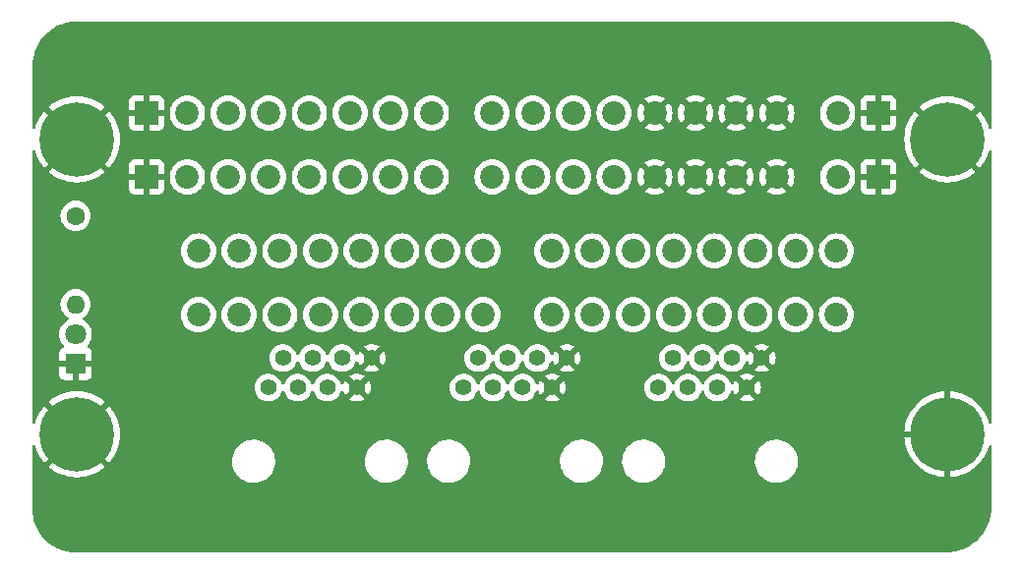
<source format=gbl>
G04 #@! TF.GenerationSoftware,KiCad,Pcbnew,7.0.7*
G04 #@! TF.CreationDate,2024-07-14T01:34:52-07:00*
G04 #@! TF.ProjectId,AnalogBox,416e616c-6f67-4426-9f78-2e6b69636164,rev?*
G04 #@! TF.SameCoordinates,Original*
G04 #@! TF.FileFunction,Copper,L2,Bot*
G04 #@! TF.FilePolarity,Positive*
%FSLAX46Y46*%
G04 Gerber Fmt 4.6, Leading zero omitted, Abs format (unit mm)*
G04 Created by KiCad (PCBNEW 7.0.7) date 2024-07-14 01:34:52*
%MOMM*%
%LPD*%
G01*
G04 APERTURE LIST*
G04 #@! TA.AperFunction,ComponentPad*
%ADD10C,1.600000*%
G04 #@! TD*
G04 #@! TA.AperFunction,ComponentPad*
%ADD11O,1.600000X1.600000*%
G04 #@! TD*
G04 #@! TA.AperFunction,ComponentPad*
%ADD12C,1.397000*%
G04 #@! TD*
G04 #@! TA.AperFunction,ComponentPad*
%ADD13C,3.600000*%
G04 #@! TD*
G04 #@! TA.AperFunction,ConnectorPad*
%ADD14C,6.400000*%
G04 #@! TD*
G04 #@! TA.AperFunction,ComponentPad*
%ADD15R,2.025000X2.025000*%
G04 #@! TD*
G04 #@! TA.AperFunction,ComponentPad*
%ADD16C,2.025000*%
G04 #@! TD*
G04 #@! TA.AperFunction,ComponentPad*
%ADD17R,1.800000X1.800000*%
G04 #@! TD*
G04 #@! TA.AperFunction,ComponentPad*
%ADD18C,1.800000*%
G04 #@! TD*
G04 APERTURE END LIST*
D10*
X29110000Y-42140000D03*
D11*
X29110000Y-49760000D03*
D12*
X79269900Y-56934600D03*
X80539900Y-54394600D03*
X81809900Y-56934600D03*
X83079900Y-54394600D03*
X84349900Y-56934600D03*
X85619900Y-54394600D03*
X86889900Y-56934600D03*
X88159900Y-54394600D03*
D13*
X104140000Y-60960000D03*
D14*
X104140000Y-60960000D03*
D13*
X29210000Y-35560000D03*
D14*
X29210000Y-35560000D03*
D12*
X45700000Y-56934600D03*
X46970000Y-54394600D03*
X48240000Y-56934600D03*
X49510000Y-54394600D03*
X50780000Y-56934600D03*
X52050000Y-54394600D03*
X53320000Y-56934600D03*
X54590000Y-54394600D03*
D15*
X35230000Y-38790000D03*
X35230000Y-33290000D03*
D16*
X38730000Y-38790000D03*
X38730000Y-33290000D03*
X42230000Y-38790000D03*
X42230000Y-33290000D03*
X45730000Y-38790000D03*
X45730000Y-33290000D03*
X49230000Y-38790000D03*
X49230000Y-33290000D03*
X52730000Y-38790000D03*
X52730000Y-33290000D03*
X56230000Y-38790000D03*
X56230000Y-33290000D03*
X59730000Y-38790000D03*
X59730000Y-33290000D03*
D13*
X29210000Y-60960000D03*
D14*
X29210000Y-60960000D03*
D16*
X64965000Y-38790000D03*
X64965000Y-33290000D03*
X68465000Y-38790000D03*
X68465000Y-33290000D03*
X71965000Y-38790000D03*
X71965000Y-33290000D03*
X75465000Y-38790000D03*
X75465000Y-33290000D03*
X78965000Y-38790000D03*
X78965000Y-33290000D03*
X82465000Y-38790000D03*
X82465000Y-33290000D03*
X85965000Y-38790000D03*
X85965000Y-33290000D03*
X89465000Y-38790000D03*
X89465000Y-33290000D03*
X39690000Y-50660000D03*
X39690000Y-45160000D03*
X43190000Y-50660000D03*
X43190000Y-45160000D03*
X46690000Y-50660000D03*
X46690000Y-45160000D03*
X50190000Y-50660000D03*
X50190000Y-45160000D03*
X53690000Y-50660000D03*
X53690000Y-45160000D03*
X57190000Y-50660000D03*
X57190000Y-45160000D03*
X60690000Y-50660000D03*
X60690000Y-45160000D03*
X64190000Y-50660000D03*
X64190000Y-45160000D03*
D17*
X29110000Y-54880000D03*
D18*
X29110000Y-52340000D03*
D16*
X94700000Y-38790000D03*
X94700000Y-33290000D03*
D15*
X98200000Y-38790000D03*
X98200000Y-33290000D03*
D16*
X70090000Y-50660000D03*
X70090000Y-45160000D03*
X73590000Y-50660000D03*
X73590000Y-45160000D03*
X77090000Y-50660000D03*
X77090000Y-45160000D03*
X80590000Y-50660000D03*
X80590000Y-45160000D03*
X84090000Y-50660000D03*
X84090000Y-45160000D03*
X87590000Y-50660000D03*
X87590000Y-45160000D03*
X91090000Y-50660000D03*
X91090000Y-45160000D03*
X94590000Y-50660000D03*
X94590000Y-45160000D03*
D13*
X104140000Y-35560000D03*
D14*
X104140000Y-35560000D03*
D12*
X62499900Y-56934600D03*
X63769900Y-54394600D03*
X65039900Y-56934600D03*
X66309900Y-54394600D03*
X67579900Y-56934600D03*
X68849900Y-54394600D03*
X70119900Y-56934600D03*
X71389900Y-54394600D03*
G04 #@! TA.AperFunction,Conductor*
G36*
X104141513Y-25400575D02*
G01*
X104204875Y-25403687D01*
X104292455Y-25407989D01*
X104518034Y-25419812D01*
X104523842Y-25420393D01*
X104703383Y-25447025D01*
X104900138Y-25478188D01*
X104905449Y-25479271D01*
X105086852Y-25524711D01*
X105247397Y-25567730D01*
X105274283Y-25574934D01*
X105279127Y-25576446D01*
X105457420Y-25640240D01*
X105636749Y-25709078D01*
X105640992Y-25710893D01*
X105813402Y-25792437D01*
X105983703Y-25879210D01*
X105987403Y-25881259D01*
X106151713Y-25979743D01*
X106311623Y-26083590D01*
X106314789Y-26085789D01*
X106469105Y-26200237D01*
X106617201Y-26320162D01*
X106619820Y-26322407D01*
X106761313Y-26450648D01*
X106763517Y-26452747D01*
X106897251Y-26586481D01*
X106899350Y-26588685D01*
X107027591Y-26730178D01*
X107029836Y-26732797D01*
X107149762Y-26880894D01*
X107264209Y-27035209D01*
X107266408Y-27038375D01*
X107370260Y-27198292D01*
X107468730Y-27362579D01*
X107470794Y-27366307D01*
X107557567Y-27536609D01*
X107639094Y-27708982D01*
X107640930Y-27713274D01*
X107709762Y-27892588D01*
X107773552Y-28070873D01*
X107775064Y-28075715D01*
X107825295Y-28263174D01*
X107870721Y-28444524D01*
X107871816Y-28449893D01*
X107902980Y-28646660D01*
X107929602Y-28826131D01*
X107930188Y-28831987D01*
X107942014Y-29057627D01*
X107949425Y-29208487D01*
X107949500Y-29211530D01*
X107949500Y-34539671D01*
X107929815Y-34606710D01*
X107877011Y-34652465D01*
X107807853Y-34662409D01*
X107744297Y-34633384D01*
X107706523Y-34574606D01*
X107705725Y-34571764D01*
X107663737Y-34415063D01*
X107524755Y-34053005D01*
X107348689Y-33707456D01*
X107137468Y-33382206D01*
X106928904Y-33124649D01*
X106928903Y-33124648D01*
X105532586Y-34520965D01*
X105471263Y-34554450D01*
X105401571Y-34549466D01*
X105350615Y-34513816D01*
X105329296Y-34488855D01*
X105274870Y-34425130D01*
X105186179Y-34349381D01*
X105147989Y-34290878D01*
X105147489Y-34221010D01*
X105179032Y-34167413D01*
X106575350Y-32771096D01*
X106575350Y-32771095D01*
X106317793Y-32562531D01*
X105992543Y-32351310D01*
X105646994Y-32175244D01*
X105284936Y-32036262D01*
X104910330Y-31935887D01*
X104910323Y-31935886D01*
X104527287Y-31875219D01*
X104140001Y-31854922D01*
X104139999Y-31854922D01*
X103752712Y-31875219D01*
X103369676Y-31935886D01*
X103369669Y-31935887D01*
X102995063Y-32036262D01*
X102633005Y-32175244D01*
X102287456Y-32351310D01*
X101962206Y-32562531D01*
X101704648Y-32771095D01*
X101704648Y-32771096D01*
X103100966Y-34167413D01*
X103134451Y-34228736D01*
X103129467Y-34298428D01*
X103093817Y-34349384D01*
X103005130Y-34425130D01*
X102929384Y-34513817D01*
X102870877Y-34552010D01*
X102801009Y-34552508D01*
X102747413Y-34520966D01*
X101351096Y-33124648D01*
X101351095Y-33124648D01*
X101142531Y-33382206D01*
X100931310Y-33707456D01*
X100755244Y-34053005D01*
X100616262Y-34415063D01*
X100515887Y-34789669D01*
X100515886Y-34789676D01*
X100455219Y-35172712D01*
X100434922Y-35559999D01*
X100434922Y-35560000D01*
X100455219Y-35947287D01*
X100515886Y-36330323D01*
X100515887Y-36330330D01*
X100616262Y-36704936D01*
X100755244Y-37066994D01*
X100931310Y-37412543D01*
X101142531Y-37737793D01*
X101351095Y-37995350D01*
X101351096Y-37995350D01*
X102747413Y-36599032D01*
X102808736Y-36565547D01*
X102878427Y-36570531D01*
X102929381Y-36606179D01*
X103005130Y-36694870D01*
X103068855Y-36749296D01*
X103093816Y-36770615D01*
X103132009Y-36829122D01*
X103132507Y-36898990D01*
X103100965Y-36952586D01*
X101704648Y-38348903D01*
X101704649Y-38348904D01*
X101962206Y-38557468D01*
X102287456Y-38768689D01*
X102633005Y-38944755D01*
X102995063Y-39083737D01*
X103369669Y-39184112D01*
X103369676Y-39184113D01*
X103752712Y-39244780D01*
X104139999Y-39265078D01*
X104140001Y-39265078D01*
X104527287Y-39244780D01*
X104910323Y-39184113D01*
X104910330Y-39184112D01*
X105284936Y-39083737D01*
X105646994Y-38944755D01*
X105992543Y-38768689D01*
X106317783Y-38557476D01*
X106317793Y-38557469D01*
X106575349Y-38348902D01*
X105179033Y-36952586D01*
X105145548Y-36891263D01*
X105150532Y-36821571D01*
X105186180Y-36770617D01*
X105274870Y-36694870D01*
X105350617Y-36606180D01*
X105409121Y-36567990D01*
X105478989Y-36567490D01*
X105532586Y-36599033D01*
X106928902Y-37995349D01*
X107137475Y-37737785D01*
X107137476Y-37737783D01*
X107348689Y-37412543D01*
X107524755Y-37066994D01*
X107663737Y-36704936D01*
X107705725Y-36548235D01*
X107742090Y-36488574D01*
X107804937Y-36458045D01*
X107874312Y-36466340D01*
X107928190Y-36510825D01*
X107949465Y-36577377D01*
X107949500Y-36580328D01*
X107949500Y-59939671D01*
X107929815Y-60006710D01*
X107877011Y-60052465D01*
X107807853Y-60062409D01*
X107744297Y-60033384D01*
X107706523Y-59974606D01*
X107705725Y-59971764D01*
X107663737Y-59815063D01*
X107524755Y-59453005D01*
X107348689Y-59107456D01*
X107137476Y-58782216D01*
X107137474Y-58782214D01*
X106893413Y-58480823D01*
X106893406Y-58480815D01*
X106619184Y-58206593D01*
X106619176Y-58206586D01*
X106317785Y-57962525D01*
X106317783Y-57962523D01*
X105992543Y-57751310D01*
X105646994Y-57575244D01*
X105284936Y-57436262D01*
X104910330Y-57335887D01*
X104910323Y-57335886D01*
X104527287Y-57275219D01*
X104390000Y-57268024D01*
X104390000Y-59240584D01*
X104370315Y-59307623D01*
X104317511Y-59353378D01*
X104256273Y-59364202D01*
X104202872Y-59360000D01*
X104202869Y-59360000D01*
X104077131Y-59360000D01*
X104077128Y-59360000D01*
X104023727Y-59364202D01*
X103955350Y-59349837D01*
X103905594Y-59300785D01*
X103890000Y-59240584D01*
X103890000Y-57268024D01*
X103889999Y-57268024D01*
X103752712Y-57275219D01*
X103369676Y-57335886D01*
X103369669Y-57335887D01*
X102995063Y-57436262D01*
X102633005Y-57575244D01*
X102287456Y-57751310D01*
X101962216Y-57962523D01*
X101962214Y-57962525D01*
X101660823Y-58206586D01*
X101660815Y-58206593D01*
X101386593Y-58480815D01*
X101386586Y-58480823D01*
X101142525Y-58782214D01*
X101142523Y-58782216D01*
X100931310Y-59107456D01*
X100755244Y-59453005D01*
X100616262Y-59815063D01*
X100515887Y-60189669D01*
X100515886Y-60189676D01*
X100455219Y-60572712D01*
X100448024Y-60709999D01*
X100448024Y-60710000D01*
X102420585Y-60710000D01*
X102487624Y-60729685D01*
X102533379Y-60782489D01*
X102544203Y-60843729D01*
X102535052Y-60960000D01*
X102544203Y-61076271D01*
X102529839Y-61144648D01*
X102480787Y-61194405D01*
X102420585Y-61210000D01*
X100448024Y-61210000D01*
X100455219Y-61347287D01*
X100515886Y-61730323D01*
X100515887Y-61730330D01*
X100616262Y-62104936D01*
X100755244Y-62466994D01*
X100931310Y-62812543D01*
X101142523Y-63137783D01*
X101142525Y-63137785D01*
X101386586Y-63439176D01*
X101386593Y-63439184D01*
X101660815Y-63713406D01*
X101660823Y-63713413D01*
X101962214Y-63957474D01*
X101962216Y-63957476D01*
X102287456Y-64168689D01*
X102633005Y-64344755D01*
X102995063Y-64483737D01*
X103369669Y-64584112D01*
X103369676Y-64584113D01*
X103752712Y-64644780D01*
X103889999Y-64651975D01*
X103890000Y-64651974D01*
X103890000Y-62679415D01*
X103909685Y-62612376D01*
X103962489Y-62566621D01*
X104023728Y-62555797D01*
X104036644Y-62556813D01*
X104077128Y-62560000D01*
X104077131Y-62560000D01*
X104202872Y-62560000D01*
X104243355Y-62556813D01*
X104256271Y-62555797D01*
X104324648Y-62570161D01*
X104374405Y-62619212D01*
X104390000Y-62679415D01*
X104390000Y-64651975D01*
X104527287Y-64644780D01*
X104910323Y-64584113D01*
X104910330Y-64584112D01*
X105284936Y-64483737D01*
X105646994Y-64344755D01*
X105992543Y-64168689D01*
X106317783Y-63957476D01*
X106317785Y-63957474D01*
X106619176Y-63713413D01*
X106619184Y-63713406D01*
X106893406Y-63439184D01*
X106893413Y-63439176D01*
X107137474Y-63137785D01*
X107137476Y-63137783D01*
X107348689Y-62812543D01*
X107524755Y-62466994D01*
X107663737Y-62104936D01*
X107705725Y-61948235D01*
X107742090Y-61888574D01*
X107804937Y-61858045D01*
X107874312Y-61866340D01*
X107928190Y-61910825D01*
X107949465Y-61977377D01*
X107949500Y-61980328D01*
X107949500Y-67307735D01*
X107949337Y-67312220D01*
X107941762Y-67416338D01*
X107938058Y-67467257D01*
X107921538Y-67684789D01*
X107920847Y-67690443D01*
X107890375Y-67870485D01*
X107855896Y-68063056D01*
X107854739Y-68068232D01*
X107806117Y-68249043D01*
X107753500Y-68433037D01*
X107751964Y-68437702D01*
X107685693Y-68614984D01*
X107615334Y-68791184D01*
X107613507Y-68795315D01*
X107530222Y-68966519D01*
X107442740Y-69134028D01*
X107440710Y-69137618D01*
X107341167Y-69300782D01*
X107237377Y-69458284D01*
X107235231Y-69461337D01*
X107120354Y-69614717D01*
X107001187Y-69760871D01*
X106999008Y-69763401D01*
X106870873Y-69904332D01*
X106868840Y-69906465D01*
X106736465Y-70038840D01*
X106734332Y-70040873D01*
X106593401Y-70169008D01*
X106590871Y-70171187D01*
X106444717Y-70290354D01*
X106291337Y-70405231D01*
X106288284Y-70407377D01*
X106130782Y-70511167D01*
X105967618Y-70610710D01*
X105964028Y-70612740D01*
X105796519Y-70700222D01*
X105625315Y-70783507D01*
X105621184Y-70785334D01*
X105444984Y-70855693D01*
X105267702Y-70921964D01*
X105263037Y-70923500D01*
X105079043Y-70976117D01*
X104898232Y-71024739D01*
X104893056Y-71025896D01*
X104700485Y-71060375D01*
X104520443Y-71090847D01*
X104514789Y-71091538D01*
X104297257Y-71108058D01*
X104142236Y-71119336D01*
X104137736Y-71119500D01*
X29258601Y-71119500D01*
X29253020Y-71117861D01*
X29211467Y-71119443D01*
X29208500Y-71119485D01*
X29044964Y-71117879D01*
X28851092Y-71115387D01*
X28845279Y-71115039D01*
X28666996Y-71095934D01*
X28486363Y-71074912D01*
X28480985Y-71074045D01*
X28302898Y-71037257D01*
X28127539Y-70998253D01*
X28122654Y-70996955D01*
X27947806Y-70942742D01*
X27778197Y-70886183D01*
X27773802Y-70884530D01*
X27604390Y-70813382D01*
X27533358Y-70781245D01*
X27441792Y-70739818D01*
X27437947Y-70737915D01*
X27275769Y-70650460D01*
X27121716Y-70560635D01*
X27118374Y-70558541D01*
X26965141Y-70455609D01*
X26821134Y-70350416D01*
X26818314Y-70348229D01*
X26676617Y-70231650D01*
X26674482Y-70229810D01*
X26543029Y-70111245D01*
X26540714Y-70109046D01*
X26410952Y-69979284D01*
X26408753Y-69976969D01*
X26290188Y-69845516D01*
X26288361Y-69843396D01*
X26171766Y-69701681D01*
X26169592Y-69698877D01*
X26064390Y-69554858D01*
X26028517Y-69501454D01*
X25961451Y-69401615D01*
X25959372Y-69398297D01*
X25869543Y-69244236D01*
X25782072Y-69082029D01*
X25780192Y-69078231D01*
X25706613Y-68915599D01*
X25654362Y-68791184D01*
X25635464Y-68746187D01*
X25633815Y-68741800D01*
X25577264Y-68572216D01*
X25523040Y-68397335D01*
X25521751Y-68392482D01*
X25482736Y-68217072D01*
X25445950Y-68038999D01*
X25445088Y-68033652D01*
X25424070Y-67853049D01*
X25404959Y-67674719D01*
X25404611Y-67668906D01*
X25402120Y-67475035D01*
X25402044Y-67467257D01*
X25400514Y-67311476D01*
X25400556Y-67308531D01*
X25401776Y-67276495D01*
X25400500Y-67261398D01*
X25400500Y-61980328D01*
X25420185Y-61913289D01*
X25472989Y-61867534D01*
X25542147Y-61857590D01*
X25605703Y-61886615D01*
X25643477Y-61945393D01*
X25644275Y-61948235D01*
X25686262Y-62104936D01*
X25825244Y-62466994D01*
X26001310Y-62812543D01*
X26212531Y-63137793D01*
X26421095Y-63395350D01*
X26421096Y-63395350D01*
X27817413Y-61999032D01*
X27878736Y-61965547D01*
X27948427Y-61970531D01*
X27999381Y-62006179D01*
X28075130Y-62094870D01*
X28138855Y-62149296D01*
X28163816Y-62170615D01*
X28202009Y-62229122D01*
X28202507Y-62298990D01*
X28170965Y-62352586D01*
X26774648Y-63748903D01*
X26774649Y-63748904D01*
X27032206Y-63957468D01*
X27357456Y-64168689D01*
X27703005Y-64344755D01*
X28065063Y-64483737D01*
X28439669Y-64584112D01*
X28439676Y-64584113D01*
X28822712Y-64644780D01*
X29209999Y-64665078D01*
X29210001Y-64665078D01*
X29597287Y-64644780D01*
X29980323Y-64584113D01*
X29980330Y-64584112D01*
X30354936Y-64483737D01*
X30716994Y-64344755D01*
X31062543Y-64168689D01*
X31387783Y-63957476D01*
X31387785Y-63957475D01*
X31645349Y-63748902D01*
X30249033Y-62352586D01*
X30215548Y-62291263D01*
X30220532Y-62221571D01*
X30256180Y-62170617D01*
X30344870Y-62094870D01*
X30420617Y-62006180D01*
X30479121Y-61967990D01*
X30548989Y-61967490D01*
X30602586Y-61999033D01*
X31998902Y-63395349D01*
X32033706Y-63352370D01*
X42575587Y-63352370D01*
X42605217Y-63621654D01*
X42673738Y-63883752D01*
X42779690Y-64133079D01*
X42779689Y-64133079D01*
X42920813Y-64364318D01*
X42920817Y-64364323D01*
X43094112Y-64572561D01*
X43278504Y-64737775D01*
X43295875Y-64753340D01*
X43521812Y-64902818D01*
X43521815Y-64902819D01*
X43521816Y-64902820D01*
X43767097Y-65017804D01*
X43767099Y-65017804D01*
X43767104Y-65017807D01*
X44026526Y-65095855D01*
X44294546Y-65135300D01*
X44294552Y-65135300D01*
X44497637Y-65135300D01*
X44549141Y-65131529D01*
X44700185Y-65120475D01*
X44810709Y-65095855D01*
X44964604Y-65061574D01*
X44964606Y-65061573D01*
X44964611Y-65061572D01*
X45217643Y-64964795D01*
X45453888Y-64832208D01*
X45668310Y-64666637D01*
X45856340Y-64471609D01*
X46013970Y-64251283D01*
X46074743Y-64133079D01*
X46137833Y-64010368D01*
X46137835Y-64010362D01*
X46137840Y-64010353D01*
X46225311Y-63753956D01*
X46274518Y-63487555D01*
X46279458Y-63352370D01*
X54005587Y-63352370D01*
X54035217Y-63621654D01*
X54103738Y-63883752D01*
X54209690Y-64133079D01*
X54209689Y-64133079D01*
X54350813Y-64364318D01*
X54350817Y-64364323D01*
X54524112Y-64572561D01*
X54708504Y-64737775D01*
X54725875Y-64753340D01*
X54951812Y-64902818D01*
X54951815Y-64902819D01*
X54951816Y-64902820D01*
X55197097Y-65017804D01*
X55197099Y-65017804D01*
X55197104Y-65017807D01*
X55456526Y-65095855D01*
X55724546Y-65135300D01*
X55724552Y-65135300D01*
X55927637Y-65135300D01*
X55979141Y-65131529D01*
X56130185Y-65120475D01*
X56240709Y-65095855D01*
X56394604Y-65061574D01*
X56394606Y-65061573D01*
X56394611Y-65061572D01*
X56647643Y-64964795D01*
X56883888Y-64832208D01*
X57098310Y-64666637D01*
X57286340Y-64471609D01*
X57443970Y-64251283D01*
X57504743Y-64133079D01*
X57567833Y-64010368D01*
X57567835Y-64010362D01*
X57567840Y-64010353D01*
X57655311Y-63753956D01*
X57704518Y-63487555D01*
X57709458Y-63352370D01*
X59375487Y-63352370D01*
X59405117Y-63621654D01*
X59473638Y-63883752D01*
X59579590Y-64133079D01*
X59579589Y-64133079D01*
X59720713Y-64364318D01*
X59720717Y-64364323D01*
X59894012Y-64572561D01*
X60078404Y-64737775D01*
X60095775Y-64753340D01*
X60321712Y-64902818D01*
X60321715Y-64902819D01*
X60321716Y-64902820D01*
X60566997Y-65017804D01*
X60566999Y-65017804D01*
X60567004Y-65017807D01*
X60826426Y-65095855D01*
X61094446Y-65135300D01*
X61094452Y-65135300D01*
X61297537Y-65135300D01*
X61349041Y-65131529D01*
X61500085Y-65120475D01*
X61610609Y-65095855D01*
X61764504Y-65061574D01*
X61764506Y-65061573D01*
X61764511Y-65061572D01*
X62017543Y-64964795D01*
X62253788Y-64832208D01*
X62468210Y-64666637D01*
X62656240Y-64471609D01*
X62813870Y-64251283D01*
X62874643Y-64133079D01*
X62937733Y-64010368D01*
X62937735Y-64010362D01*
X62937740Y-64010353D01*
X63025211Y-63753956D01*
X63074418Y-63487555D01*
X63079358Y-63352370D01*
X70805487Y-63352370D01*
X70835117Y-63621654D01*
X70903638Y-63883752D01*
X71009590Y-64133079D01*
X71009589Y-64133079D01*
X71150713Y-64364318D01*
X71150717Y-64364323D01*
X71324012Y-64572561D01*
X71508404Y-64737775D01*
X71525775Y-64753340D01*
X71751712Y-64902818D01*
X71751715Y-64902819D01*
X71751716Y-64902820D01*
X71996997Y-65017804D01*
X71996999Y-65017804D01*
X71997004Y-65017807D01*
X72256426Y-65095855D01*
X72524446Y-65135300D01*
X72524452Y-65135300D01*
X72727537Y-65135300D01*
X72779041Y-65131529D01*
X72930085Y-65120475D01*
X73040609Y-65095855D01*
X73194504Y-65061574D01*
X73194506Y-65061573D01*
X73194511Y-65061572D01*
X73447543Y-64964795D01*
X73683788Y-64832208D01*
X73898210Y-64666637D01*
X74086240Y-64471609D01*
X74243870Y-64251283D01*
X74304643Y-64133079D01*
X74367733Y-64010368D01*
X74367735Y-64010362D01*
X74367740Y-64010353D01*
X74455211Y-63753956D01*
X74504418Y-63487555D01*
X74509358Y-63352370D01*
X76145487Y-63352370D01*
X76175117Y-63621654D01*
X76243638Y-63883752D01*
X76349590Y-64133079D01*
X76349589Y-64133079D01*
X76490713Y-64364318D01*
X76490717Y-64364323D01*
X76664012Y-64572561D01*
X76848404Y-64737775D01*
X76865775Y-64753340D01*
X77091712Y-64902818D01*
X77091715Y-64902819D01*
X77091716Y-64902820D01*
X77336997Y-65017804D01*
X77336999Y-65017804D01*
X77337004Y-65017807D01*
X77596426Y-65095855D01*
X77864446Y-65135300D01*
X77864452Y-65135300D01*
X78067537Y-65135300D01*
X78119041Y-65131529D01*
X78270085Y-65120475D01*
X78380609Y-65095855D01*
X78534504Y-65061574D01*
X78534506Y-65061573D01*
X78534511Y-65061572D01*
X78787543Y-64964795D01*
X79023788Y-64832208D01*
X79238210Y-64666637D01*
X79426240Y-64471609D01*
X79583870Y-64251283D01*
X79644643Y-64133079D01*
X79707733Y-64010368D01*
X79707735Y-64010362D01*
X79707740Y-64010353D01*
X79795211Y-63753956D01*
X79844418Y-63487555D01*
X79849358Y-63352370D01*
X87575487Y-63352370D01*
X87605117Y-63621654D01*
X87673638Y-63883752D01*
X87779590Y-64133079D01*
X87779589Y-64133079D01*
X87920713Y-64364318D01*
X87920717Y-64364323D01*
X88094012Y-64572561D01*
X88278404Y-64737775D01*
X88295775Y-64753340D01*
X88521712Y-64902818D01*
X88521715Y-64902819D01*
X88521716Y-64902820D01*
X88766997Y-65017804D01*
X88766999Y-65017804D01*
X88767004Y-65017807D01*
X89026426Y-65095855D01*
X89294446Y-65135300D01*
X89294452Y-65135300D01*
X89497537Y-65135300D01*
X89549041Y-65131529D01*
X89700085Y-65120475D01*
X89810609Y-65095855D01*
X89964504Y-65061574D01*
X89964506Y-65061573D01*
X89964511Y-65061572D01*
X90217543Y-64964795D01*
X90453788Y-64832208D01*
X90668210Y-64666637D01*
X90856240Y-64471609D01*
X91013870Y-64251283D01*
X91074643Y-64133079D01*
X91137733Y-64010368D01*
X91137735Y-64010362D01*
X91137740Y-64010353D01*
X91225211Y-63753956D01*
X91274418Y-63487555D01*
X91284312Y-63216828D01*
X91254683Y-62947546D01*
X91186161Y-62685447D01*
X91080209Y-62436120D01*
X91080210Y-62436120D01*
X90939086Y-62204881D01*
X90939082Y-62204876D01*
X90939081Y-62204874D01*
X90765789Y-61996641D01*
X90765787Y-61996638D01*
X90564025Y-61815860D01*
X90434735Y-61730323D01*
X90338088Y-61666382D01*
X90338086Y-61666381D01*
X90338083Y-61666379D01*
X90092802Y-61551395D01*
X90092799Y-61551394D01*
X90092796Y-61551393D01*
X89833374Y-61473345D01*
X89565354Y-61433900D01*
X89362268Y-61433900D01*
X89362263Y-61433900D01*
X89159715Y-61448725D01*
X89159701Y-61448727D01*
X88895295Y-61507625D01*
X88895288Y-61507628D01*
X88642254Y-61604406D01*
X88406015Y-61736990D01*
X88406013Y-61736991D01*
X88406012Y-61736992D01*
X88191590Y-61902563D01*
X88191587Y-61902565D01*
X88191583Y-61902569D01*
X88191582Y-61902570D01*
X88003563Y-62097587D01*
X88003561Y-62097589D01*
X87845931Y-62317915D01*
X87845928Y-62317919D01*
X87722066Y-62558831D01*
X87722059Y-62558849D01*
X87634591Y-62815234D01*
X87634588Y-62815248D01*
X87585381Y-63081647D01*
X87585381Y-63081649D01*
X87575487Y-63352370D01*
X79849358Y-63352370D01*
X79854312Y-63216828D01*
X79824683Y-62947546D01*
X79756161Y-62685447D01*
X79650209Y-62436120D01*
X79650210Y-62436120D01*
X79509086Y-62204881D01*
X79509082Y-62204876D01*
X79509081Y-62204874D01*
X79335789Y-61996641D01*
X79335787Y-61996638D01*
X79134025Y-61815860D01*
X79004735Y-61730323D01*
X78908088Y-61666382D01*
X78908086Y-61666381D01*
X78908083Y-61666379D01*
X78662802Y-61551395D01*
X78662799Y-61551394D01*
X78662796Y-61551393D01*
X78403374Y-61473345D01*
X78135354Y-61433900D01*
X77932268Y-61433900D01*
X77932263Y-61433900D01*
X77729715Y-61448725D01*
X77729701Y-61448727D01*
X77465295Y-61507625D01*
X77465288Y-61507628D01*
X77212254Y-61604406D01*
X76976015Y-61736990D01*
X76976013Y-61736991D01*
X76976012Y-61736992D01*
X76761590Y-61902563D01*
X76761587Y-61902565D01*
X76761583Y-61902569D01*
X76761582Y-61902570D01*
X76573563Y-62097587D01*
X76573561Y-62097589D01*
X76415931Y-62317915D01*
X76415928Y-62317919D01*
X76292066Y-62558831D01*
X76292059Y-62558849D01*
X76204591Y-62815234D01*
X76204588Y-62815248D01*
X76155381Y-63081647D01*
X76155381Y-63081649D01*
X76145487Y-63352370D01*
X74509358Y-63352370D01*
X74514312Y-63216828D01*
X74484683Y-62947546D01*
X74416161Y-62685447D01*
X74310209Y-62436120D01*
X74310210Y-62436120D01*
X74169086Y-62204881D01*
X74169082Y-62204876D01*
X74169081Y-62204874D01*
X73995789Y-61996641D01*
X73995787Y-61996638D01*
X73794025Y-61815860D01*
X73664735Y-61730323D01*
X73568088Y-61666382D01*
X73568086Y-61666381D01*
X73568083Y-61666379D01*
X73322802Y-61551395D01*
X73322799Y-61551394D01*
X73322796Y-61551393D01*
X73063374Y-61473345D01*
X72795354Y-61433900D01*
X72592268Y-61433900D01*
X72592263Y-61433900D01*
X72389715Y-61448725D01*
X72389701Y-61448727D01*
X72125295Y-61507625D01*
X72125288Y-61507628D01*
X71872254Y-61604406D01*
X71636015Y-61736990D01*
X71636013Y-61736991D01*
X71636012Y-61736992D01*
X71421590Y-61902563D01*
X71421587Y-61902565D01*
X71421583Y-61902569D01*
X71421582Y-61902570D01*
X71233563Y-62097587D01*
X71233561Y-62097589D01*
X71075931Y-62317915D01*
X71075928Y-62317919D01*
X70952066Y-62558831D01*
X70952059Y-62558849D01*
X70864591Y-62815234D01*
X70864588Y-62815248D01*
X70815381Y-63081647D01*
X70815381Y-63081649D01*
X70805487Y-63352370D01*
X63079358Y-63352370D01*
X63084312Y-63216828D01*
X63054683Y-62947546D01*
X62986161Y-62685447D01*
X62880209Y-62436120D01*
X62880210Y-62436120D01*
X62739086Y-62204881D01*
X62739082Y-62204876D01*
X62739081Y-62204874D01*
X62565789Y-61996641D01*
X62565787Y-61996638D01*
X62364025Y-61815860D01*
X62234735Y-61730323D01*
X62138088Y-61666382D01*
X62138086Y-61666381D01*
X62138083Y-61666379D01*
X61892802Y-61551395D01*
X61892799Y-61551394D01*
X61892796Y-61551393D01*
X61633374Y-61473345D01*
X61365354Y-61433900D01*
X61162268Y-61433900D01*
X61162263Y-61433900D01*
X60959715Y-61448725D01*
X60959701Y-61448727D01*
X60695295Y-61507625D01*
X60695288Y-61507628D01*
X60442254Y-61604406D01*
X60206015Y-61736990D01*
X60206013Y-61736991D01*
X60206012Y-61736992D01*
X59991590Y-61902563D01*
X59991587Y-61902565D01*
X59991583Y-61902569D01*
X59991582Y-61902570D01*
X59803563Y-62097587D01*
X59803561Y-62097589D01*
X59645931Y-62317915D01*
X59645928Y-62317919D01*
X59522066Y-62558831D01*
X59522059Y-62558849D01*
X59434591Y-62815234D01*
X59434588Y-62815248D01*
X59385381Y-63081647D01*
X59385381Y-63081649D01*
X59375487Y-63352370D01*
X57709458Y-63352370D01*
X57714412Y-63216828D01*
X57684783Y-62947546D01*
X57616261Y-62685447D01*
X57510309Y-62436120D01*
X57510310Y-62436120D01*
X57369186Y-62204881D01*
X57369182Y-62204876D01*
X57369181Y-62204874D01*
X57195889Y-61996641D01*
X57195887Y-61996638D01*
X56994125Y-61815860D01*
X56864835Y-61730323D01*
X56768188Y-61666382D01*
X56768186Y-61666381D01*
X56768183Y-61666379D01*
X56522902Y-61551395D01*
X56522899Y-61551394D01*
X56522896Y-61551393D01*
X56263474Y-61473345D01*
X55995454Y-61433900D01*
X55792368Y-61433900D01*
X55792363Y-61433900D01*
X55589815Y-61448725D01*
X55589801Y-61448727D01*
X55325395Y-61507625D01*
X55325388Y-61507628D01*
X55072354Y-61604406D01*
X54836115Y-61736990D01*
X54836113Y-61736991D01*
X54836112Y-61736992D01*
X54621690Y-61902563D01*
X54621687Y-61902565D01*
X54621683Y-61902569D01*
X54621682Y-61902570D01*
X54433663Y-62097587D01*
X54433661Y-62097589D01*
X54276031Y-62317915D01*
X54276028Y-62317919D01*
X54152166Y-62558831D01*
X54152159Y-62558849D01*
X54064691Y-62815234D01*
X54064688Y-62815248D01*
X54015481Y-63081647D01*
X54015481Y-63081649D01*
X54005587Y-63352370D01*
X46279458Y-63352370D01*
X46284412Y-63216828D01*
X46254783Y-62947546D01*
X46186261Y-62685447D01*
X46080309Y-62436120D01*
X46080310Y-62436120D01*
X45939186Y-62204881D01*
X45939182Y-62204876D01*
X45939181Y-62204874D01*
X45765889Y-61996641D01*
X45765887Y-61996638D01*
X45564125Y-61815860D01*
X45434835Y-61730323D01*
X45338188Y-61666382D01*
X45338186Y-61666381D01*
X45338183Y-61666379D01*
X45092902Y-61551395D01*
X45092899Y-61551394D01*
X45092896Y-61551393D01*
X44833474Y-61473345D01*
X44565454Y-61433900D01*
X44362368Y-61433900D01*
X44362363Y-61433900D01*
X44159815Y-61448725D01*
X44159801Y-61448727D01*
X43895395Y-61507625D01*
X43895388Y-61507628D01*
X43642354Y-61604406D01*
X43406115Y-61736990D01*
X43406113Y-61736991D01*
X43406112Y-61736992D01*
X43191690Y-61902563D01*
X43191687Y-61902565D01*
X43191683Y-61902569D01*
X43191682Y-61902570D01*
X43003663Y-62097587D01*
X43003661Y-62097589D01*
X42846031Y-62317915D01*
X42846028Y-62317919D01*
X42722166Y-62558831D01*
X42722159Y-62558849D01*
X42634691Y-62815234D01*
X42634688Y-62815248D01*
X42585481Y-63081647D01*
X42585481Y-63081649D01*
X42575587Y-63352370D01*
X32033706Y-63352370D01*
X32207475Y-63137785D01*
X32207476Y-63137783D01*
X32418689Y-62812543D01*
X32594755Y-62466994D01*
X32733737Y-62104936D01*
X32834112Y-61730330D01*
X32834113Y-61730323D01*
X32894780Y-61347287D01*
X32915078Y-60960000D01*
X32915078Y-60959999D01*
X32894780Y-60572712D01*
X32834113Y-60189676D01*
X32834112Y-60189669D01*
X32733737Y-59815063D01*
X32594755Y-59453005D01*
X32418689Y-59107456D01*
X32207468Y-58782206D01*
X31998904Y-58524649D01*
X31998903Y-58524648D01*
X30602586Y-59920965D01*
X30541263Y-59954450D01*
X30471571Y-59949466D01*
X30420615Y-59913816D01*
X30399296Y-59888855D01*
X30344870Y-59825130D01*
X30256179Y-59749381D01*
X30217989Y-59690878D01*
X30217489Y-59621010D01*
X30249032Y-59567413D01*
X31645350Y-58171096D01*
X31645350Y-58171095D01*
X31387793Y-57962531D01*
X31062543Y-57751310D01*
X30716994Y-57575244D01*
X30354936Y-57436262D01*
X29980330Y-57335887D01*
X29980323Y-57335886D01*
X29597287Y-57275219D01*
X29210001Y-57254922D01*
X29209999Y-57254922D01*
X28822712Y-57275219D01*
X28439676Y-57335886D01*
X28439669Y-57335887D01*
X28065063Y-57436262D01*
X27703005Y-57575244D01*
X27357456Y-57751310D01*
X27032206Y-57962531D01*
X26774648Y-58171095D01*
X26774648Y-58171096D01*
X28170966Y-59567413D01*
X28204451Y-59628736D01*
X28199467Y-59698428D01*
X28163817Y-59749384D01*
X28075130Y-59825130D01*
X27999384Y-59913817D01*
X27940877Y-59952010D01*
X27871009Y-59952508D01*
X27817413Y-59920966D01*
X26421096Y-58524648D01*
X26421095Y-58524648D01*
X26212531Y-58782206D01*
X26001310Y-59107456D01*
X25825244Y-59453005D01*
X25686262Y-59815063D01*
X25644275Y-59971764D01*
X25607910Y-60031425D01*
X25545063Y-60061954D01*
X25475687Y-60053659D01*
X25421810Y-60009174D01*
X25400535Y-59942622D01*
X25400500Y-59939671D01*
X25400500Y-56934600D01*
X44495863Y-56934600D01*
X44516365Y-57155859D01*
X44516366Y-57155861D01*
X44577174Y-57369579D01*
X44577180Y-57369594D01*
X44676222Y-57568496D01*
X44810133Y-57745824D01*
X44974344Y-57895521D01*
X44974346Y-57895523D01*
X45163266Y-58012497D01*
X45163272Y-58012500D01*
X45192206Y-58023709D01*
X45370472Y-58092770D01*
X45588896Y-58133600D01*
X45588899Y-58133600D01*
X45811101Y-58133600D01*
X45811104Y-58133600D01*
X46029528Y-58092770D01*
X46236730Y-58012499D01*
X46425655Y-57895522D01*
X46589868Y-57745822D01*
X46723778Y-57568496D01*
X46822824Y-57369584D01*
X46850734Y-57271489D01*
X46888013Y-57212396D01*
X46951323Y-57182839D01*
X47020562Y-57192201D01*
X47073749Y-57237511D01*
X47089266Y-57271490D01*
X47117174Y-57369579D01*
X47117180Y-57369594D01*
X47216222Y-57568496D01*
X47350133Y-57745824D01*
X47514344Y-57895521D01*
X47514346Y-57895523D01*
X47703266Y-58012497D01*
X47703272Y-58012500D01*
X47732206Y-58023709D01*
X47910472Y-58092770D01*
X48128896Y-58133600D01*
X48128899Y-58133600D01*
X48351101Y-58133600D01*
X48351104Y-58133600D01*
X48569528Y-58092770D01*
X48776730Y-58012499D01*
X48965655Y-57895522D01*
X49129868Y-57745822D01*
X49263778Y-57568496D01*
X49362824Y-57369584D01*
X49390734Y-57271489D01*
X49428013Y-57212396D01*
X49491323Y-57182839D01*
X49560562Y-57192201D01*
X49613749Y-57237511D01*
X49629266Y-57271490D01*
X49657174Y-57369579D01*
X49657180Y-57369594D01*
X49756222Y-57568496D01*
X49890133Y-57745824D01*
X50054344Y-57895521D01*
X50054346Y-57895523D01*
X50243266Y-58012497D01*
X50243272Y-58012500D01*
X50272206Y-58023709D01*
X50450472Y-58092770D01*
X50668896Y-58133600D01*
X50668899Y-58133600D01*
X50891101Y-58133600D01*
X50891104Y-58133600D01*
X51109528Y-58092770D01*
X51316730Y-58012499D01*
X51505655Y-57895522D01*
X51669868Y-57745822D01*
X51803778Y-57568496D01*
X51902824Y-57369584D01*
X51930994Y-57270575D01*
X51968273Y-57211483D01*
X52031583Y-57181925D01*
X52100822Y-57191287D01*
X52154009Y-57236597D01*
X52169526Y-57270575D01*
X52197644Y-57369400D01*
X52197649Y-57369413D01*
X52296646Y-57568226D01*
X52296651Y-57568234D01*
X52312209Y-57588835D01*
X52748727Y-57152318D01*
X52810050Y-57118833D01*
X52879741Y-57123817D01*
X52933355Y-57162686D01*
X52993026Y-57237511D01*
X53014248Y-57264122D01*
X53086682Y-57313506D01*
X53130983Y-57367533D01*
X53139043Y-57436937D01*
X53108300Y-57499680D01*
X53104511Y-57503640D01*
X52667760Y-57940390D01*
X52667761Y-57940391D01*
X52783488Y-58012045D01*
X52783495Y-58012049D01*
X52990607Y-58092284D01*
X53208945Y-58133100D01*
X53431055Y-58133100D01*
X53649392Y-58092284D01*
X53856503Y-58012050D01*
X53856509Y-58012047D01*
X53972237Y-57940391D01*
X53972238Y-57940390D01*
X53537937Y-57506090D01*
X53504452Y-57444767D01*
X53509436Y-57375076D01*
X53551307Y-57319142D01*
X53571814Y-57306690D01*
X53573224Y-57306012D01*
X53671450Y-57214872D01*
X53694006Y-57175802D01*
X53744571Y-57127587D01*
X53813178Y-57114363D01*
X53878043Y-57140330D01*
X53889074Y-57150121D01*
X54327788Y-57588835D01*
X54327789Y-57588835D01*
X54343349Y-57568232D01*
X54343350Y-57568229D01*
X54442350Y-57369413D01*
X54442356Y-57369398D01*
X54503139Y-57155768D01*
X54503140Y-57155766D01*
X54523634Y-56934600D01*
X61295763Y-56934600D01*
X61316265Y-57155859D01*
X61316266Y-57155861D01*
X61377074Y-57369579D01*
X61377080Y-57369594D01*
X61476122Y-57568496D01*
X61610033Y-57745824D01*
X61774244Y-57895521D01*
X61774246Y-57895523D01*
X61963166Y-58012497D01*
X61963172Y-58012500D01*
X61992106Y-58023709D01*
X62170372Y-58092770D01*
X62388796Y-58133600D01*
X62388799Y-58133600D01*
X62611001Y-58133600D01*
X62611004Y-58133600D01*
X62829428Y-58092770D01*
X63036630Y-58012499D01*
X63225555Y-57895522D01*
X63389768Y-57745822D01*
X63523678Y-57568496D01*
X63622724Y-57369584D01*
X63650634Y-57271489D01*
X63687913Y-57212396D01*
X63751223Y-57182839D01*
X63820462Y-57192201D01*
X63873649Y-57237511D01*
X63889166Y-57271490D01*
X63917074Y-57369579D01*
X63917080Y-57369594D01*
X64016122Y-57568496D01*
X64150033Y-57745824D01*
X64314244Y-57895521D01*
X64314246Y-57895523D01*
X64503166Y-58012497D01*
X64503172Y-58012500D01*
X64532106Y-58023709D01*
X64710372Y-58092770D01*
X64928796Y-58133600D01*
X64928799Y-58133600D01*
X65151001Y-58133600D01*
X65151004Y-58133600D01*
X65369428Y-58092770D01*
X65576630Y-58012499D01*
X65765555Y-57895522D01*
X65929768Y-57745822D01*
X66063678Y-57568496D01*
X66162724Y-57369584D01*
X66190634Y-57271489D01*
X66227913Y-57212396D01*
X66291223Y-57182839D01*
X66360462Y-57192201D01*
X66413649Y-57237511D01*
X66429166Y-57271490D01*
X66457074Y-57369579D01*
X66457080Y-57369594D01*
X66556122Y-57568496D01*
X66690033Y-57745824D01*
X66854244Y-57895521D01*
X66854246Y-57895523D01*
X67043166Y-58012497D01*
X67043172Y-58012500D01*
X67072106Y-58023709D01*
X67250372Y-58092770D01*
X67468796Y-58133600D01*
X67468799Y-58133600D01*
X67691001Y-58133600D01*
X67691004Y-58133600D01*
X67909428Y-58092770D01*
X68116630Y-58012499D01*
X68305555Y-57895522D01*
X68469768Y-57745822D01*
X68603678Y-57568496D01*
X68702724Y-57369584D01*
X68730894Y-57270575D01*
X68768173Y-57211483D01*
X68831483Y-57181925D01*
X68900722Y-57191287D01*
X68953909Y-57236597D01*
X68969426Y-57270575D01*
X68997544Y-57369400D01*
X68997549Y-57369413D01*
X69096546Y-57568226D01*
X69096551Y-57568234D01*
X69112109Y-57588835D01*
X69548627Y-57152318D01*
X69609950Y-57118833D01*
X69679641Y-57123817D01*
X69733255Y-57162686D01*
X69792926Y-57237511D01*
X69814148Y-57264122D01*
X69886582Y-57313506D01*
X69930883Y-57367533D01*
X69938943Y-57436937D01*
X69908200Y-57499680D01*
X69904411Y-57503640D01*
X69467660Y-57940390D01*
X69467661Y-57940391D01*
X69583388Y-58012045D01*
X69583395Y-58012049D01*
X69790507Y-58092284D01*
X70008845Y-58133100D01*
X70230955Y-58133100D01*
X70449292Y-58092284D01*
X70656403Y-58012050D01*
X70656409Y-58012047D01*
X70772137Y-57940391D01*
X70772138Y-57940390D01*
X70337837Y-57506090D01*
X70304352Y-57444767D01*
X70309336Y-57375076D01*
X70351207Y-57319142D01*
X70371714Y-57306690D01*
X70373124Y-57306012D01*
X70471350Y-57214872D01*
X70493906Y-57175802D01*
X70544471Y-57127587D01*
X70613078Y-57114363D01*
X70677943Y-57140330D01*
X70688974Y-57150121D01*
X71127688Y-57588835D01*
X71127689Y-57588835D01*
X71143249Y-57568232D01*
X71143250Y-57568229D01*
X71242250Y-57369413D01*
X71242256Y-57369398D01*
X71303039Y-57155768D01*
X71303040Y-57155766D01*
X71323534Y-56934600D01*
X78065763Y-56934600D01*
X78086265Y-57155859D01*
X78086266Y-57155861D01*
X78147074Y-57369579D01*
X78147080Y-57369594D01*
X78246122Y-57568496D01*
X78380033Y-57745824D01*
X78544244Y-57895521D01*
X78544246Y-57895523D01*
X78733166Y-58012497D01*
X78733172Y-58012500D01*
X78762106Y-58023709D01*
X78940372Y-58092770D01*
X79158796Y-58133600D01*
X79158799Y-58133600D01*
X79381001Y-58133600D01*
X79381004Y-58133600D01*
X79599428Y-58092770D01*
X79806630Y-58012499D01*
X79995555Y-57895522D01*
X80159768Y-57745822D01*
X80293678Y-57568496D01*
X80392724Y-57369584D01*
X80420634Y-57271489D01*
X80457913Y-57212396D01*
X80521223Y-57182839D01*
X80590462Y-57192201D01*
X80643649Y-57237511D01*
X80659166Y-57271490D01*
X80687074Y-57369579D01*
X80687080Y-57369594D01*
X80786122Y-57568496D01*
X80920033Y-57745824D01*
X81084244Y-57895521D01*
X81084246Y-57895523D01*
X81273166Y-58012497D01*
X81273172Y-58012500D01*
X81302106Y-58023709D01*
X81480372Y-58092770D01*
X81698796Y-58133600D01*
X81698799Y-58133600D01*
X81921001Y-58133600D01*
X81921004Y-58133600D01*
X82139428Y-58092770D01*
X82346630Y-58012499D01*
X82535555Y-57895522D01*
X82699768Y-57745822D01*
X82833678Y-57568496D01*
X82932724Y-57369584D01*
X82960634Y-57271489D01*
X82997913Y-57212396D01*
X83061223Y-57182839D01*
X83130462Y-57192201D01*
X83183649Y-57237511D01*
X83199166Y-57271490D01*
X83227074Y-57369579D01*
X83227080Y-57369594D01*
X83326122Y-57568496D01*
X83460033Y-57745824D01*
X83624244Y-57895521D01*
X83624246Y-57895523D01*
X83813166Y-58012497D01*
X83813172Y-58012500D01*
X83842106Y-58023709D01*
X84020372Y-58092770D01*
X84238796Y-58133600D01*
X84238799Y-58133600D01*
X84461001Y-58133600D01*
X84461004Y-58133600D01*
X84679428Y-58092770D01*
X84886630Y-58012499D01*
X85075555Y-57895522D01*
X85239768Y-57745822D01*
X85373678Y-57568496D01*
X85472724Y-57369584D01*
X85500894Y-57270575D01*
X85538173Y-57211483D01*
X85601483Y-57181925D01*
X85670722Y-57191287D01*
X85723909Y-57236597D01*
X85739426Y-57270575D01*
X85767544Y-57369400D01*
X85767549Y-57369413D01*
X85866546Y-57568226D01*
X85866551Y-57568234D01*
X85882109Y-57588835D01*
X86318627Y-57152318D01*
X86379950Y-57118833D01*
X86449641Y-57123817D01*
X86503255Y-57162686D01*
X86562926Y-57237511D01*
X86584148Y-57264122D01*
X86656582Y-57313506D01*
X86700883Y-57367533D01*
X86708943Y-57436937D01*
X86678200Y-57499680D01*
X86674411Y-57503640D01*
X86237660Y-57940390D01*
X86237661Y-57940391D01*
X86353388Y-58012045D01*
X86353395Y-58012049D01*
X86560507Y-58092284D01*
X86778845Y-58133100D01*
X87000955Y-58133100D01*
X87219292Y-58092284D01*
X87426403Y-58012050D01*
X87426409Y-58012047D01*
X87542137Y-57940391D01*
X87542138Y-57940390D01*
X87107837Y-57506090D01*
X87074352Y-57444767D01*
X87079336Y-57375076D01*
X87121207Y-57319142D01*
X87141714Y-57306690D01*
X87143124Y-57306012D01*
X87241350Y-57214872D01*
X87263906Y-57175802D01*
X87314471Y-57127587D01*
X87383078Y-57114363D01*
X87447943Y-57140330D01*
X87458974Y-57150121D01*
X87897688Y-57588835D01*
X87897689Y-57588835D01*
X87913249Y-57568232D01*
X87913250Y-57568229D01*
X88012250Y-57369413D01*
X88012256Y-57369398D01*
X88073039Y-57155768D01*
X88073040Y-57155766D01*
X88093534Y-56934600D01*
X88093534Y-56934599D01*
X88073040Y-56713433D01*
X88073039Y-56713431D01*
X88012256Y-56499801D01*
X88012250Y-56499786D01*
X87913251Y-56300970D01*
X87913249Y-56300967D01*
X87897688Y-56280362D01*
X87461171Y-56716880D01*
X87399848Y-56750365D01*
X87330156Y-56745381D01*
X87276543Y-56706512D01*
X87236901Y-56656803D01*
X87195652Y-56605078D01*
X87123214Y-56555690D01*
X87078914Y-56501664D01*
X87070855Y-56432261D01*
X87101598Y-56369518D01*
X87105387Y-56365558D01*
X87542138Y-55928808D01*
X87426403Y-55857150D01*
X87426404Y-55857150D01*
X87219292Y-55776915D01*
X87000955Y-55736100D01*
X86778845Y-55736100D01*
X86560507Y-55776915D01*
X86353397Y-55857149D01*
X86353394Y-55857151D01*
X86237660Y-55928808D01*
X86671962Y-56363109D01*
X86705447Y-56424432D01*
X86700463Y-56494123D01*
X86658592Y-56550057D01*
X86638089Y-56562507D01*
X86636678Y-56563186D01*
X86538450Y-56654327D01*
X86515893Y-56693398D01*
X86465325Y-56741613D01*
X86396718Y-56754835D01*
X86331853Y-56728867D01*
X86320825Y-56719078D01*
X85882110Y-56280362D01*
X85866551Y-56300967D01*
X85866546Y-56300974D01*
X85767549Y-56499786D01*
X85767544Y-56499799D01*
X85739426Y-56598624D01*
X85702146Y-56657717D01*
X85638837Y-56687274D01*
X85569597Y-56677912D01*
X85516411Y-56632602D01*
X85500894Y-56598623D01*
X85473307Y-56501664D01*
X85472724Y-56499616D01*
X85373678Y-56300704D01*
X85309430Y-56215626D01*
X85239766Y-56123375D01*
X85075555Y-55973678D01*
X85075553Y-55973676D01*
X84886633Y-55856702D01*
X84886627Y-55856699D01*
X84778980Y-55814997D01*
X84679428Y-55776430D01*
X84461004Y-55735600D01*
X84238796Y-55735600D01*
X84020372Y-55776430D01*
X83970595Y-55795713D01*
X83813172Y-55856699D01*
X83813166Y-55856702D01*
X83624246Y-55973676D01*
X83624244Y-55973678D01*
X83460033Y-56123375D01*
X83326122Y-56300703D01*
X83227080Y-56499605D01*
X83227074Y-56499620D01*
X83199166Y-56597709D01*
X83161887Y-56656803D01*
X83098577Y-56686360D01*
X83029338Y-56676998D01*
X82976151Y-56631688D01*
X82960634Y-56597709D01*
X82933307Y-56501664D01*
X82932724Y-56499616D01*
X82833678Y-56300704D01*
X82769430Y-56215626D01*
X82699766Y-56123375D01*
X82535555Y-55973678D01*
X82535553Y-55973676D01*
X82346633Y-55856702D01*
X82346627Y-55856699D01*
X82238980Y-55814997D01*
X82139428Y-55776430D01*
X81921004Y-55735600D01*
X81698796Y-55735600D01*
X81480372Y-55776430D01*
X81430595Y-55795713D01*
X81273172Y-55856699D01*
X81273166Y-55856702D01*
X81084246Y-55973676D01*
X81084244Y-55973678D01*
X80920033Y-56123375D01*
X80786122Y-56300703D01*
X80687080Y-56499605D01*
X80687074Y-56499620D01*
X80659166Y-56597709D01*
X80621887Y-56656803D01*
X80558577Y-56686360D01*
X80489338Y-56676998D01*
X80436151Y-56631688D01*
X80420634Y-56597709D01*
X80393307Y-56501664D01*
X80392724Y-56499616D01*
X80293678Y-56300704D01*
X80229430Y-56215626D01*
X80159766Y-56123375D01*
X79995555Y-55973678D01*
X79995553Y-55973676D01*
X79806633Y-55856702D01*
X79806627Y-55856699D01*
X79698980Y-55814997D01*
X79599428Y-55776430D01*
X79381004Y-55735600D01*
X79158796Y-55735600D01*
X78940372Y-55776430D01*
X78890595Y-55795713D01*
X78733172Y-55856699D01*
X78733166Y-55856702D01*
X78544246Y-55973676D01*
X78544244Y-55973678D01*
X78380033Y-56123375D01*
X78246122Y-56300703D01*
X78147080Y-56499605D01*
X78147074Y-56499620D01*
X78086266Y-56713338D01*
X78086265Y-56713340D01*
X78065763Y-56934599D01*
X78065763Y-56934600D01*
X71323534Y-56934600D01*
X71323534Y-56934599D01*
X71303040Y-56713433D01*
X71303039Y-56713431D01*
X71242256Y-56499801D01*
X71242250Y-56499786D01*
X71143251Y-56300970D01*
X71143249Y-56300967D01*
X71127688Y-56280362D01*
X70691171Y-56716880D01*
X70629848Y-56750365D01*
X70560156Y-56745381D01*
X70506543Y-56706512D01*
X70466901Y-56656803D01*
X70425652Y-56605078D01*
X70353214Y-56555690D01*
X70308914Y-56501664D01*
X70300855Y-56432261D01*
X70331598Y-56369518D01*
X70335387Y-56365558D01*
X70772138Y-55928808D01*
X70656403Y-55857150D01*
X70656404Y-55857150D01*
X70449292Y-55776915D01*
X70230955Y-55736100D01*
X70008845Y-55736100D01*
X69790507Y-55776915D01*
X69583397Y-55857149D01*
X69583394Y-55857151D01*
X69467660Y-55928808D01*
X69901962Y-56363109D01*
X69935447Y-56424432D01*
X69930463Y-56494123D01*
X69888592Y-56550057D01*
X69868089Y-56562507D01*
X69866678Y-56563186D01*
X69768450Y-56654327D01*
X69745893Y-56693398D01*
X69695325Y-56741613D01*
X69626718Y-56754835D01*
X69561853Y-56728867D01*
X69550825Y-56719078D01*
X69112110Y-56280362D01*
X69096551Y-56300967D01*
X69096546Y-56300974D01*
X68997549Y-56499786D01*
X68997544Y-56499799D01*
X68969426Y-56598624D01*
X68932146Y-56657717D01*
X68868837Y-56687274D01*
X68799597Y-56677912D01*
X68746411Y-56632602D01*
X68730894Y-56598623D01*
X68703307Y-56501664D01*
X68702724Y-56499616D01*
X68603678Y-56300704D01*
X68539430Y-56215626D01*
X68469766Y-56123375D01*
X68305555Y-55973678D01*
X68305553Y-55973676D01*
X68116633Y-55856702D01*
X68116627Y-55856699D01*
X68008980Y-55814997D01*
X67909428Y-55776430D01*
X67691004Y-55735600D01*
X67468796Y-55735600D01*
X67250372Y-55776430D01*
X67200595Y-55795713D01*
X67043172Y-55856699D01*
X67043166Y-55856702D01*
X66854246Y-55973676D01*
X66854244Y-55973678D01*
X66690033Y-56123375D01*
X66556122Y-56300703D01*
X66457080Y-56499605D01*
X66457074Y-56499620D01*
X66429166Y-56597709D01*
X66391887Y-56656803D01*
X66328577Y-56686360D01*
X66259338Y-56676998D01*
X66206151Y-56631688D01*
X66190634Y-56597709D01*
X66163307Y-56501664D01*
X66162724Y-56499616D01*
X66063678Y-56300704D01*
X65999430Y-56215626D01*
X65929766Y-56123375D01*
X65765555Y-55973678D01*
X65765553Y-55973676D01*
X65576633Y-55856702D01*
X65576627Y-55856699D01*
X65468980Y-55814997D01*
X65369428Y-55776430D01*
X65151004Y-55735600D01*
X64928796Y-55735600D01*
X64710372Y-55776430D01*
X64660595Y-55795713D01*
X64503172Y-55856699D01*
X64503166Y-55856702D01*
X64314246Y-55973676D01*
X64314244Y-55973678D01*
X64150033Y-56123375D01*
X64016122Y-56300703D01*
X63917080Y-56499605D01*
X63917074Y-56499620D01*
X63889166Y-56597709D01*
X63851887Y-56656803D01*
X63788577Y-56686360D01*
X63719338Y-56676998D01*
X63666151Y-56631688D01*
X63650634Y-56597709D01*
X63623307Y-56501664D01*
X63622724Y-56499616D01*
X63523678Y-56300704D01*
X63459430Y-56215626D01*
X63389766Y-56123375D01*
X63225555Y-55973678D01*
X63225553Y-55973676D01*
X63036633Y-55856702D01*
X63036627Y-55856699D01*
X62928980Y-55814997D01*
X62829428Y-55776430D01*
X62611004Y-55735600D01*
X62388796Y-55735600D01*
X62170372Y-55776430D01*
X62120595Y-55795713D01*
X61963172Y-55856699D01*
X61963166Y-55856702D01*
X61774246Y-55973676D01*
X61774244Y-55973678D01*
X61610033Y-56123375D01*
X61476122Y-56300703D01*
X61377080Y-56499605D01*
X61377074Y-56499620D01*
X61316266Y-56713338D01*
X61316265Y-56713340D01*
X61295763Y-56934599D01*
X61295763Y-56934600D01*
X54523634Y-56934600D01*
X54523634Y-56934599D01*
X54503140Y-56713433D01*
X54503139Y-56713431D01*
X54442356Y-56499801D01*
X54442350Y-56499786D01*
X54343351Y-56300970D01*
X54343349Y-56300967D01*
X54327788Y-56280362D01*
X53891271Y-56716880D01*
X53829948Y-56750365D01*
X53760256Y-56745381D01*
X53706643Y-56706512D01*
X53667001Y-56656803D01*
X53625752Y-56605078D01*
X53553314Y-56555690D01*
X53509014Y-56501664D01*
X53500955Y-56432261D01*
X53531698Y-56369518D01*
X53535487Y-56365558D01*
X53972238Y-55928808D01*
X53856503Y-55857150D01*
X53856504Y-55857150D01*
X53649392Y-55776915D01*
X53431055Y-55736100D01*
X53208945Y-55736100D01*
X52990607Y-55776915D01*
X52783497Y-55857149D01*
X52783494Y-55857151D01*
X52667760Y-55928808D01*
X53102062Y-56363109D01*
X53135547Y-56424432D01*
X53130563Y-56494123D01*
X53088692Y-56550057D01*
X53068189Y-56562507D01*
X53066778Y-56563186D01*
X52968550Y-56654327D01*
X52945993Y-56693398D01*
X52895425Y-56741613D01*
X52826818Y-56754835D01*
X52761953Y-56728867D01*
X52750925Y-56719078D01*
X52312210Y-56280362D01*
X52296651Y-56300967D01*
X52296646Y-56300974D01*
X52197649Y-56499786D01*
X52197644Y-56499799D01*
X52169526Y-56598624D01*
X52132246Y-56657717D01*
X52068937Y-56687274D01*
X51999697Y-56677912D01*
X51946511Y-56632602D01*
X51930994Y-56598623D01*
X51903407Y-56501664D01*
X51902824Y-56499616D01*
X51803778Y-56300704D01*
X51739530Y-56215626D01*
X51669866Y-56123375D01*
X51505655Y-55973678D01*
X51505653Y-55973676D01*
X51316733Y-55856702D01*
X51316727Y-55856699D01*
X51209080Y-55814997D01*
X51109528Y-55776430D01*
X50891104Y-55735600D01*
X50668896Y-55735600D01*
X50450472Y-55776430D01*
X50400695Y-55795713D01*
X50243272Y-55856699D01*
X50243266Y-55856702D01*
X50054346Y-55973676D01*
X50054344Y-55973678D01*
X49890133Y-56123375D01*
X49756222Y-56300703D01*
X49657180Y-56499605D01*
X49657174Y-56499620D01*
X49629266Y-56597709D01*
X49591987Y-56656803D01*
X49528677Y-56686360D01*
X49459438Y-56676998D01*
X49406251Y-56631688D01*
X49390734Y-56597709D01*
X49363407Y-56501664D01*
X49362824Y-56499616D01*
X49263778Y-56300704D01*
X49199530Y-56215626D01*
X49129866Y-56123375D01*
X48965655Y-55973678D01*
X48965653Y-55973676D01*
X48776733Y-55856702D01*
X48776727Y-55856699D01*
X48669080Y-55814997D01*
X48569528Y-55776430D01*
X48351104Y-55735600D01*
X48128896Y-55735600D01*
X47910472Y-55776430D01*
X47860695Y-55795713D01*
X47703272Y-55856699D01*
X47703266Y-55856702D01*
X47514346Y-55973676D01*
X47514344Y-55973678D01*
X47350133Y-56123375D01*
X47216222Y-56300703D01*
X47117180Y-56499605D01*
X47117174Y-56499620D01*
X47089266Y-56597709D01*
X47051987Y-56656803D01*
X46988677Y-56686360D01*
X46919438Y-56676998D01*
X46866251Y-56631688D01*
X46850734Y-56597709D01*
X46823407Y-56501664D01*
X46822824Y-56499616D01*
X46723778Y-56300704D01*
X46659530Y-56215626D01*
X46589866Y-56123375D01*
X46425655Y-55973678D01*
X46425653Y-55973676D01*
X46236733Y-55856702D01*
X46236727Y-55856699D01*
X46129080Y-55814997D01*
X46029528Y-55776430D01*
X45811104Y-55735600D01*
X45588896Y-55735600D01*
X45370472Y-55776430D01*
X45320695Y-55795713D01*
X45163272Y-55856699D01*
X45163266Y-55856702D01*
X44974346Y-55973676D01*
X44974344Y-55973678D01*
X44810133Y-56123375D01*
X44676222Y-56300703D01*
X44577180Y-56499605D01*
X44577174Y-56499620D01*
X44516366Y-56713338D01*
X44516365Y-56713340D01*
X44495863Y-56934599D01*
X44495863Y-56934600D01*
X25400500Y-56934600D01*
X25400500Y-52340006D01*
X27704700Y-52340006D01*
X27723864Y-52571297D01*
X27723866Y-52571308D01*
X27780842Y-52796300D01*
X27874075Y-53008848D01*
X28001018Y-53203150D01*
X28096167Y-53306510D01*
X28127089Y-53369164D01*
X28119228Y-53438590D01*
X28075081Y-53492746D01*
X28048271Y-53506674D01*
X27967911Y-53536646D01*
X27967906Y-53536649D01*
X27852812Y-53622809D01*
X27852809Y-53622812D01*
X27766649Y-53737906D01*
X27766645Y-53737913D01*
X27716403Y-53872620D01*
X27716401Y-53872627D01*
X27710000Y-53932155D01*
X27710000Y-54630000D01*
X28549997Y-54630000D01*
X28617036Y-54649685D01*
X28662791Y-54702489D01*
X28672735Y-54771647D01*
X28670888Y-54781592D01*
X28656189Y-54845992D01*
X28656189Y-54845993D01*
X28667021Y-54990532D01*
X28664920Y-54990689D01*
X28661405Y-55048139D01*
X28620110Y-55104499D01*
X28554899Y-55129587D01*
X28544784Y-55130000D01*
X27710000Y-55130000D01*
X27710000Y-55827844D01*
X27716401Y-55887372D01*
X27716403Y-55887379D01*
X27766645Y-56022086D01*
X27766649Y-56022093D01*
X27852809Y-56137187D01*
X27852812Y-56137190D01*
X27967906Y-56223350D01*
X27967913Y-56223354D01*
X28102620Y-56273596D01*
X28102627Y-56273598D01*
X28162155Y-56279999D01*
X28162172Y-56280000D01*
X28860000Y-56280000D01*
X28860000Y-55441821D01*
X28879685Y-55374782D01*
X28932489Y-55329027D01*
X29001647Y-55319083D01*
X29020547Y-55323329D01*
X29042173Y-55330000D01*
X29143723Y-55330000D01*
X29143724Y-55330000D01*
X29217519Y-55318877D01*
X29286742Y-55328350D01*
X29339857Y-55373744D01*
X29359997Y-55440648D01*
X29360000Y-55441492D01*
X29360000Y-56280000D01*
X30057828Y-56280000D01*
X30057844Y-56279999D01*
X30117372Y-56273598D01*
X30117379Y-56273596D01*
X30252086Y-56223354D01*
X30252093Y-56223350D01*
X30367187Y-56137190D01*
X30367190Y-56137187D01*
X30453350Y-56022093D01*
X30453354Y-56022086D01*
X30503596Y-55887379D01*
X30503598Y-55887372D01*
X30509999Y-55827844D01*
X30510000Y-55827827D01*
X30510000Y-55130000D01*
X29670003Y-55130000D01*
X29602964Y-55110315D01*
X29557209Y-55057511D01*
X29547265Y-54988353D01*
X29549112Y-54978408D01*
X29563810Y-54914007D01*
X29563810Y-54914006D01*
X29552979Y-54769468D01*
X29555079Y-54769310D01*
X29558595Y-54711861D01*
X29599890Y-54655501D01*
X29665101Y-54630413D01*
X29675216Y-54630000D01*
X30510000Y-54630000D01*
X30510000Y-54394600D01*
X45765863Y-54394600D01*
X45786365Y-54615859D01*
X45786366Y-54615861D01*
X45847174Y-54829579D01*
X45847180Y-54829594D01*
X45946222Y-55028496D01*
X46080133Y-55205824D01*
X46244344Y-55355521D01*
X46244346Y-55355523D01*
X46433266Y-55472497D01*
X46433272Y-55472500D01*
X46462206Y-55483709D01*
X46640472Y-55552770D01*
X46858896Y-55593600D01*
X46858899Y-55593600D01*
X47081101Y-55593600D01*
X47081104Y-55593600D01*
X47299528Y-55552770D01*
X47506730Y-55472499D01*
X47695655Y-55355522D01*
X47859868Y-55205822D01*
X47993778Y-55028496D01*
X48092824Y-54829584D01*
X48120734Y-54731489D01*
X48158013Y-54672396D01*
X48221323Y-54642839D01*
X48290562Y-54652201D01*
X48343749Y-54697511D01*
X48359266Y-54731490D01*
X48387174Y-54829579D01*
X48387180Y-54829594D01*
X48486222Y-55028496D01*
X48620133Y-55205824D01*
X48784344Y-55355521D01*
X48784346Y-55355523D01*
X48973266Y-55472497D01*
X48973272Y-55472500D01*
X49002206Y-55483709D01*
X49180472Y-55552770D01*
X49398896Y-55593600D01*
X49398899Y-55593600D01*
X49621101Y-55593600D01*
X49621104Y-55593600D01*
X49839528Y-55552770D01*
X50046730Y-55472499D01*
X50235655Y-55355522D01*
X50399868Y-55205822D01*
X50533778Y-55028496D01*
X50632824Y-54829584D01*
X50660734Y-54731489D01*
X50698013Y-54672396D01*
X50761323Y-54642839D01*
X50830562Y-54652201D01*
X50883749Y-54697511D01*
X50899266Y-54731490D01*
X50927174Y-54829579D01*
X50927180Y-54829594D01*
X51026222Y-55028496D01*
X51160133Y-55205824D01*
X51324344Y-55355521D01*
X51324346Y-55355523D01*
X51513266Y-55472497D01*
X51513272Y-55472500D01*
X51542206Y-55483709D01*
X51720472Y-55552770D01*
X51938896Y-55593600D01*
X51938899Y-55593600D01*
X52161101Y-55593600D01*
X52161104Y-55593600D01*
X52379528Y-55552770D01*
X52586730Y-55472499D01*
X52775655Y-55355522D01*
X52939868Y-55205822D01*
X53073778Y-55028496D01*
X53172824Y-54829584D01*
X53200994Y-54730575D01*
X53238273Y-54671483D01*
X53301583Y-54641925D01*
X53370822Y-54651287D01*
X53424009Y-54696597D01*
X53439526Y-54730575D01*
X53467644Y-54829400D01*
X53467649Y-54829413D01*
X53566646Y-55028226D01*
X53566651Y-55028234D01*
X53582209Y-55048835D01*
X54018727Y-54612318D01*
X54080050Y-54578833D01*
X54149741Y-54583817D01*
X54203355Y-54622686D01*
X54284247Y-54724121D01*
X54284248Y-54724122D01*
X54356682Y-54773506D01*
X54400983Y-54827533D01*
X54409043Y-54896937D01*
X54378300Y-54959680D01*
X54374511Y-54963640D01*
X53937760Y-55400390D01*
X53937761Y-55400391D01*
X54053488Y-55472045D01*
X54053495Y-55472049D01*
X54260607Y-55552284D01*
X54478945Y-55593100D01*
X54701055Y-55593100D01*
X54919392Y-55552284D01*
X55126503Y-55472050D01*
X55126509Y-55472047D01*
X55242237Y-55400391D01*
X55242238Y-55400390D01*
X54807937Y-54966090D01*
X54774452Y-54904767D01*
X54779436Y-54835076D01*
X54821307Y-54779142D01*
X54841814Y-54766690D01*
X54843224Y-54766012D01*
X54941450Y-54674872D01*
X54964006Y-54635802D01*
X55014571Y-54587587D01*
X55083178Y-54574363D01*
X55148043Y-54600330D01*
X55159074Y-54610121D01*
X55597788Y-55048835D01*
X55597789Y-55048835D01*
X55613349Y-55028232D01*
X55613350Y-55028229D01*
X55712350Y-54829413D01*
X55712356Y-54829398D01*
X55773139Y-54615768D01*
X55773140Y-54615766D01*
X55793634Y-54394600D01*
X62565763Y-54394600D01*
X62586265Y-54615859D01*
X62586266Y-54615861D01*
X62647074Y-54829579D01*
X62647080Y-54829594D01*
X62746122Y-55028496D01*
X62880033Y-55205824D01*
X63044244Y-55355521D01*
X63044246Y-55355523D01*
X63233166Y-55472497D01*
X63233172Y-55472500D01*
X63262106Y-55483709D01*
X63440372Y-55552770D01*
X63658796Y-55593600D01*
X63658799Y-55593600D01*
X63881001Y-55593600D01*
X63881004Y-55593600D01*
X64099428Y-55552770D01*
X64306630Y-55472499D01*
X64495555Y-55355522D01*
X64659768Y-55205822D01*
X64793678Y-55028496D01*
X64892724Y-54829584D01*
X64920634Y-54731489D01*
X64957913Y-54672396D01*
X65021223Y-54642839D01*
X65090462Y-54652201D01*
X65143649Y-54697511D01*
X65159166Y-54731490D01*
X65187074Y-54829579D01*
X65187080Y-54829594D01*
X65286122Y-55028496D01*
X65420033Y-55205824D01*
X65584244Y-55355521D01*
X65584246Y-55355523D01*
X65773166Y-55472497D01*
X65773172Y-55472500D01*
X65802106Y-55483709D01*
X65980372Y-55552770D01*
X66198796Y-55593600D01*
X66198799Y-55593600D01*
X66421001Y-55593600D01*
X66421004Y-55593600D01*
X66639428Y-55552770D01*
X66846630Y-55472499D01*
X67035555Y-55355522D01*
X67199768Y-55205822D01*
X67333678Y-55028496D01*
X67432724Y-54829584D01*
X67460634Y-54731489D01*
X67497913Y-54672396D01*
X67561223Y-54642839D01*
X67630462Y-54652201D01*
X67683649Y-54697511D01*
X67699166Y-54731490D01*
X67727074Y-54829579D01*
X67727080Y-54829594D01*
X67826122Y-55028496D01*
X67960033Y-55205824D01*
X68124244Y-55355521D01*
X68124246Y-55355523D01*
X68313166Y-55472497D01*
X68313172Y-55472500D01*
X68342106Y-55483709D01*
X68520372Y-55552770D01*
X68738796Y-55593600D01*
X68738799Y-55593600D01*
X68961001Y-55593600D01*
X68961004Y-55593600D01*
X69179428Y-55552770D01*
X69386630Y-55472499D01*
X69575555Y-55355522D01*
X69739768Y-55205822D01*
X69873678Y-55028496D01*
X69972724Y-54829584D01*
X70000894Y-54730575D01*
X70038173Y-54671483D01*
X70101483Y-54641925D01*
X70170722Y-54651287D01*
X70223909Y-54696597D01*
X70239426Y-54730575D01*
X70267544Y-54829400D01*
X70267549Y-54829413D01*
X70366546Y-55028226D01*
X70366551Y-55028234D01*
X70382109Y-55048835D01*
X70818627Y-54612318D01*
X70879950Y-54578833D01*
X70949641Y-54583817D01*
X71003255Y-54622686D01*
X71084147Y-54724121D01*
X71084148Y-54724122D01*
X71156582Y-54773506D01*
X71200883Y-54827533D01*
X71208943Y-54896937D01*
X71178200Y-54959680D01*
X71174411Y-54963640D01*
X70737660Y-55400390D01*
X70737661Y-55400391D01*
X70853388Y-55472045D01*
X70853395Y-55472049D01*
X71060507Y-55552284D01*
X71278845Y-55593100D01*
X71500955Y-55593100D01*
X71719292Y-55552284D01*
X71926403Y-55472050D01*
X71926409Y-55472047D01*
X72042137Y-55400391D01*
X72042138Y-55400390D01*
X71607837Y-54966090D01*
X71574352Y-54904767D01*
X71579336Y-54835076D01*
X71621207Y-54779142D01*
X71641714Y-54766690D01*
X71643124Y-54766012D01*
X71741350Y-54674872D01*
X71763906Y-54635802D01*
X71814471Y-54587587D01*
X71883078Y-54574363D01*
X71947943Y-54600330D01*
X71958974Y-54610121D01*
X72397688Y-55048835D01*
X72397689Y-55048835D01*
X72413249Y-55028232D01*
X72413250Y-55028229D01*
X72512250Y-54829413D01*
X72512256Y-54829398D01*
X72573039Y-54615768D01*
X72573040Y-54615766D01*
X72593534Y-54394600D01*
X79335763Y-54394600D01*
X79356265Y-54615859D01*
X79356266Y-54615861D01*
X79417074Y-54829579D01*
X79417080Y-54829594D01*
X79516122Y-55028496D01*
X79650033Y-55205824D01*
X79814244Y-55355521D01*
X79814246Y-55355523D01*
X80003166Y-55472497D01*
X80003172Y-55472500D01*
X80032106Y-55483709D01*
X80210372Y-55552770D01*
X80428796Y-55593600D01*
X80428799Y-55593600D01*
X80651001Y-55593600D01*
X80651004Y-55593600D01*
X80869428Y-55552770D01*
X81076630Y-55472499D01*
X81265555Y-55355522D01*
X81429768Y-55205822D01*
X81563678Y-55028496D01*
X81662724Y-54829584D01*
X81690634Y-54731489D01*
X81727913Y-54672396D01*
X81791223Y-54642839D01*
X81860462Y-54652201D01*
X81913649Y-54697511D01*
X81929166Y-54731490D01*
X81957074Y-54829579D01*
X81957080Y-54829594D01*
X82056122Y-55028496D01*
X82190033Y-55205824D01*
X82354244Y-55355521D01*
X82354246Y-55355523D01*
X82543166Y-55472497D01*
X82543172Y-55472500D01*
X82572106Y-55483709D01*
X82750372Y-55552770D01*
X82968796Y-55593600D01*
X82968799Y-55593600D01*
X83191001Y-55593600D01*
X83191004Y-55593600D01*
X83409428Y-55552770D01*
X83616630Y-55472499D01*
X83805555Y-55355522D01*
X83969768Y-55205822D01*
X84103678Y-55028496D01*
X84202724Y-54829584D01*
X84230634Y-54731489D01*
X84267913Y-54672396D01*
X84331223Y-54642839D01*
X84400462Y-54652201D01*
X84453649Y-54697511D01*
X84469166Y-54731490D01*
X84497074Y-54829579D01*
X84497080Y-54829594D01*
X84596122Y-55028496D01*
X84730033Y-55205824D01*
X84894244Y-55355521D01*
X84894246Y-55355523D01*
X85083166Y-55472497D01*
X85083172Y-55472500D01*
X85112106Y-55483709D01*
X85290372Y-55552770D01*
X85508796Y-55593600D01*
X85508799Y-55593600D01*
X85731001Y-55593600D01*
X85731004Y-55593600D01*
X85949428Y-55552770D01*
X86156630Y-55472499D01*
X86345555Y-55355522D01*
X86509768Y-55205822D01*
X86643678Y-55028496D01*
X86742724Y-54829584D01*
X86770894Y-54730575D01*
X86808173Y-54671483D01*
X86871483Y-54641925D01*
X86940722Y-54651287D01*
X86993909Y-54696597D01*
X87009426Y-54730575D01*
X87037544Y-54829400D01*
X87037549Y-54829413D01*
X87136546Y-55028226D01*
X87136551Y-55028234D01*
X87152109Y-55048835D01*
X87588627Y-54612318D01*
X87649950Y-54578833D01*
X87719641Y-54583817D01*
X87773255Y-54622686D01*
X87854147Y-54724121D01*
X87854148Y-54724122D01*
X87926582Y-54773506D01*
X87970883Y-54827533D01*
X87978943Y-54896937D01*
X87948200Y-54959680D01*
X87944411Y-54963640D01*
X87507660Y-55400390D01*
X87507661Y-55400391D01*
X87623388Y-55472045D01*
X87623395Y-55472049D01*
X87830507Y-55552284D01*
X88048845Y-55593100D01*
X88270955Y-55593100D01*
X88489292Y-55552284D01*
X88696403Y-55472050D01*
X88696409Y-55472047D01*
X88812137Y-55400391D01*
X88812138Y-55400390D01*
X88377837Y-54966090D01*
X88344352Y-54904767D01*
X88349336Y-54835076D01*
X88391207Y-54779142D01*
X88411714Y-54766690D01*
X88413124Y-54766012D01*
X88511350Y-54674872D01*
X88533906Y-54635802D01*
X88584471Y-54587587D01*
X88653078Y-54574363D01*
X88717943Y-54600330D01*
X88728974Y-54610121D01*
X89167688Y-55048835D01*
X89167689Y-55048835D01*
X89183249Y-55028232D01*
X89183250Y-55028229D01*
X89282250Y-54829413D01*
X89282256Y-54829398D01*
X89343039Y-54615768D01*
X89343040Y-54615766D01*
X89363534Y-54394600D01*
X89363534Y-54394599D01*
X89343040Y-54173433D01*
X89343039Y-54173431D01*
X89282256Y-53959801D01*
X89282250Y-53959786D01*
X89183251Y-53760970D01*
X89183249Y-53760967D01*
X89167688Y-53740362D01*
X88731171Y-54176880D01*
X88669848Y-54210365D01*
X88600156Y-54205381D01*
X88546543Y-54166512D01*
X88506901Y-54116803D01*
X88465652Y-54065078D01*
X88393214Y-54015690D01*
X88348914Y-53961664D01*
X88340855Y-53892261D01*
X88371598Y-53829518D01*
X88375387Y-53825558D01*
X88812138Y-53388808D01*
X88696403Y-53317150D01*
X88696404Y-53317150D01*
X88489292Y-53236915D01*
X88270955Y-53196100D01*
X88048845Y-53196100D01*
X87830507Y-53236915D01*
X87623397Y-53317149D01*
X87623394Y-53317151D01*
X87507660Y-53388808D01*
X87941962Y-53823109D01*
X87975447Y-53884432D01*
X87970463Y-53954123D01*
X87928592Y-54010057D01*
X87908089Y-54022507D01*
X87906678Y-54023186D01*
X87808450Y-54114327D01*
X87785893Y-54153398D01*
X87735325Y-54201613D01*
X87666718Y-54214835D01*
X87601853Y-54188867D01*
X87590825Y-54179078D01*
X87152110Y-53740362D01*
X87136551Y-53760967D01*
X87136546Y-53760974D01*
X87037549Y-53959786D01*
X87037544Y-53959799D01*
X87009426Y-54058624D01*
X86972146Y-54117717D01*
X86908837Y-54147274D01*
X86839597Y-54137912D01*
X86786411Y-54092602D01*
X86770894Y-54058623D01*
X86743307Y-53961664D01*
X86742724Y-53959616D01*
X86643678Y-53760704D01*
X86579430Y-53675626D01*
X86509766Y-53583375D01*
X86345555Y-53433678D01*
X86345553Y-53433676D01*
X86156633Y-53316702D01*
X86156627Y-53316699D01*
X86048980Y-53274997D01*
X85949428Y-53236430D01*
X85731004Y-53195600D01*
X85508796Y-53195600D01*
X85290372Y-53236430D01*
X85240595Y-53255713D01*
X85083172Y-53316699D01*
X85083166Y-53316702D01*
X84894246Y-53433676D01*
X84894244Y-53433678D01*
X84730033Y-53583375D01*
X84596122Y-53760703D01*
X84497080Y-53959605D01*
X84497074Y-53959620D01*
X84469166Y-54057709D01*
X84431887Y-54116803D01*
X84368577Y-54146360D01*
X84299338Y-54136998D01*
X84246151Y-54091688D01*
X84230634Y-54057709D01*
X84203307Y-53961664D01*
X84202724Y-53959616D01*
X84103678Y-53760704D01*
X84039430Y-53675626D01*
X83969766Y-53583375D01*
X83805555Y-53433678D01*
X83805553Y-53433676D01*
X83616633Y-53316702D01*
X83616627Y-53316699D01*
X83508980Y-53274997D01*
X83409428Y-53236430D01*
X83191004Y-53195600D01*
X82968796Y-53195600D01*
X82750372Y-53236430D01*
X82700595Y-53255713D01*
X82543172Y-53316699D01*
X82543166Y-53316702D01*
X82354246Y-53433676D01*
X82354244Y-53433678D01*
X82190033Y-53583375D01*
X82056122Y-53760703D01*
X81957080Y-53959605D01*
X81957074Y-53959620D01*
X81929166Y-54057709D01*
X81891887Y-54116803D01*
X81828577Y-54146360D01*
X81759338Y-54136998D01*
X81706151Y-54091688D01*
X81690634Y-54057709D01*
X81663307Y-53961664D01*
X81662724Y-53959616D01*
X81563678Y-53760704D01*
X81499430Y-53675626D01*
X81429766Y-53583375D01*
X81265555Y-53433678D01*
X81265553Y-53433676D01*
X81076633Y-53316702D01*
X81076627Y-53316699D01*
X80968980Y-53274997D01*
X80869428Y-53236430D01*
X80651004Y-53195600D01*
X80428796Y-53195600D01*
X80210372Y-53236430D01*
X80160595Y-53255713D01*
X80003172Y-53316699D01*
X80003166Y-53316702D01*
X79814246Y-53433676D01*
X79814244Y-53433678D01*
X79650033Y-53583375D01*
X79516122Y-53760703D01*
X79417080Y-53959605D01*
X79417074Y-53959620D01*
X79356266Y-54173338D01*
X79356265Y-54173340D01*
X79335763Y-54394599D01*
X79335763Y-54394600D01*
X72593534Y-54394600D01*
X72593534Y-54394599D01*
X72573040Y-54173433D01*
X72573039Y-54173431D01*
X72512256Y-53959801D01*
X72512250Y-53959786D01*
X72413251Y-53760970D01*
X72413249Y-53760967D01*
X72397688Y-53740362D01*
X71961171Y-54176880D01*
X71899848Y-54210365D01*
X71830156Y-54205381D01*
X71776543Y-54166512D01*
X71736901Y-54116803D01*
X71695652Y-54065078D01*
X71623214Y-54015690D01*
X71578914Y-53961664D01*
X71570855Y-53892261D01*
X71601598Y-53829518D01*
X71605387Y-53825558D01*
X72042138Y-53388808D01*
X71926403Y-53317150D01*
X71926404Y-53317150D01*
X71719292Y-53236915D01*
X71500955Y-53196100D01*
X71278845Y-53196100D01*
X71060507Y-53236915D01*
X70853397Y-53317149D01*
X70853394Y-53317151D01*
X70737660Y-53388808D01*
X71171962Y-53823109D01*
X71205447Y-53884432D01*
X71200463Y-53954123D01*
X71158592Y-54010057D01*
X71138089Y-54022507D01*
X71136678Y-54023186D01*
X71038450Y-54114327D01*
X71015893Y-54153398D01*
X70965325Y-54201613D01*
X70896718Y-54214835D01*
X70831853Y-54188867D01*
X70820825Y-54179078D01*
X70382110Y-53740362D01*
X70366551Y-53760967D01*
X70366546Y-53760974D01*
X70267549Y-53959786D01*
X70267544Y-53959799D01*
X70239426Y-54058624D01*
X70202146Y-54117717D01*
X70138837Y-54147274D01*
X70069597Y-54137912D01*
X70016411Y-54092602D01*
X70000894Y-54058623D01*
X69973307Y-53961664D01*
X69972724Y-53959616D01*
X69873678Y-53760704D01*
X69809430Y-53675626D01*
X69739766Y-53583375D01*
X69575555Y-53433678D01*
X69575553Y-53433676D01*
X69386633Y-53316702D01*
X69386627Y-53316699D01*
X69278980Y-53274997D01*
X69179428Y-53236430D01*
X68961004Y-53195600D01*
X68738796Y-53195600D01*
X68520372Y-53236430D01*
X68470595Y-53255713D01*
X68313172Y-53316699D01*
X68313166Y-53316702D01*
X68124246Y-53433676D01*
X68124244Y-53433678D01*
X67960033Y-53583375D01*
X67826122Y-53760703D01*
X67727080Y-53959605D01*
X67727074Y-53959620D01*
X67699166Y-54057709D01*
X67661887Y-54116803D01*
X67598577Y-54146360D01*
X67529338Y-54136998D01*
X67476151Y-54091688D01*
X67460634Y-54057709D01*
X67433307Y-53961664D01*
X67432724Y-53959616D01*
X67333678Y-53760704D01*
X67269430Y-53675626D01*
X67199766Y-53583375D01*
X67035555Y-53433678D01*
X67035553Y-53433676D01*
X66846633Y-53316702D01*
X66846627Y-53316699D01*
X66738980Y-53274997D01*
X66639428Y-53236430D01*
X66421004Y-53195600D01*
X66198796Y-53195600D01*
X65980372Y-53236430D01*
X65930595Y-53255713D01*
X65773172Y-53316699D01*
X65773166Y-53316702D01*
X65584246Y-53433676D01*
X65584244Y-53433678D01*
X65420033Y-53583375D01*
X65286122Y-53760703D01*
X65187080Y-53959605D01*
X65187074Y-53959620D01*
X65159166Y-54057709D01*
X65121887Y-54116803D01*
X65058577Y-54146360D01*
X64989338Y-54136998D01*
X64936151Y-54091688D01*
X64920634Y-54057709D01*
X64893307Y-53961664D01*
X64892724Y-53959616D01*
X64793678Y-53760704D01*
X64729430Y-53675626D01*
X64659766Y-53583375D01*
X64495555Y-53433678D01*
X64495553Y-53433676D01*
X64306633Y-53316702D01*
X64306627Y-53316699D01*
X64198980Y-53274997D01*
X64099428Y-53236430D01*
X63881004Y-53195600D01*
X63658796Y-53195600D01*
X63440372Y-53236430D01*
X63390595Y-53255713D01*
X63233172Y-53316699D01*
X63233166Y-53316702D01*
X63044246Y-53433676D01*
X63044244Y-53433678D01*
X62880033Y-53583375D01*
X62746122Y-53760703D01*
X62647080Y-53959605D01*
X62647074Y-53959620D01*
X62586266Y-54173338D01*
X62586265Y-54173340D01*
X62565763Y-54394599D01*
X62565763Y-54394600D01*
X55793634Y-54394600D01*
X55793634Y-54394599D01*
X55773140Y-54173433D01*
X55773139Y-54173431D01*
X55712356Y-53959801D01*
X55712350Y-53959786D01*
X55613351Y-53760970D01*
X55613349Y-53760967D01*
X55597788Y-53740362D01*
X55161271Y-54176880D01*
X55099948Y-54210365D01*
X55030256Y-54205381D01*
X54976643Y-54166512D01*
X54937001Y-54116803D01*
X54895752Y-54065078D01*
X54823314Y-54015690D01*
X54779014Y-53961664D01*
X54770955Y-53892261D01*
X54801698Y-53829518D01*
X54805487Y-53825558D01*
X55242238Y-53388808D01*
X55126503Y-53317150D01*
X55126504Y-53317150D01*
X54919392Y-53236915D01*
X54701055Y-53196100D01*
X54478945Y-53196100D01*
X54260607Y-53236915D01*
X54053497Y-53317149D01*
X54053494Y-53317151D01*
X53937760Y-53388808D01*
X54372062Y-53823109D01*
X54405547Y-53884432D01*
X54400563Y-53954123D01*
X54358692Y-54010057D01*
X54338189Y-54022507D01*
X54336778Y-54023186D01*
X54238550Y-54114327D01*
X54215993Y-54153398D01*
X54165425Y-54201613D01*
X54096818Y-54214835D01*
X54031953Y-54188867D01*
X54020925Y-54179078D01*
X53582210Y-53740362D01*
X53566651Y-53760967D01*
X53566646Y-53760974D01*
X53467649Y-53959786D01*
X53467644Y-53959799D01*
X53439526Y-54058624D01*
X53402246Y-54117717D01*
X53338937Y-54147274D01*
X53269697Y-54137912D01*
X53216511Y-54092602D01*
X53200994Y-54058623D01*
X53173407Y-53961664D01*
X53172824Y-53959616D01*
X53073778Y-53760704D01*
X53009530Y-53675626D01*
X52939866Y-53583375D01*
X52775655Y-53433678D01*
X52775653Y-53433676D01*
X52586733Y-53316702D01*
X52586727Y-53316699D01*
X52479080Y-53274997D01*
X52379528Y-53236430D01*
X52161104Y-53195600D01*
X51938896Y-53195600D01*
X51720472Y-53236430D01*
X51670695Y-53255713D01*
X51513272Y-53316699D01*
X51513266Y-53316702D01*
X51324346Y-53433676D01*
X51324344Y-53433678D01*
X51160133Y-53583375D01*
X51026222Y-53760703D01*
X50927180Y-53959605D01*
X50927174Y-53959620D01*
X50899266Y-54057709D01*
X50861987Y-54116803D01*
X50798677Y-54146360D01*
X50729438Y-54136998D01*
X50676251Y-54091688D01*
X50660734Y-54057709D01*
X50633407Y-53961664D01*
X50632824Y-53959616D01*
X50533778Y-53760704D01*
X50469530Y-53675626D01*
X50399866Y-53583375D01*
X50235655Y-53433678D01*
X50235653Y-53433676D01*
X50046733Y-53316702D01*
X50046727Y-53316699D01*
X49939080Y-53274997D01*
X49839528Y-53236430D01*
X49621104Y-53195600D01*
X49398896Y-53195600D01*
X49180472Y-53236430D01*
X49130695Y-53255713D01*
X48973272Y-53316699D01*
X48973266Y-53316702D01*
X48784346Y-53433676D01*
X48784344Y-53433678D01*
X48620133Y-53583375D01*
X48486222Y-53760703D01*
X48387180Y-53959605D01*
X48387174Y-53959620D01*
X48359266Y-54057709D01*
X48321987Y-54116803D01*
X48258677Y-54146360D01*
X48189438Y-54136998D01*
X48136251Y-54091688D01*
X48120734Y-54057709D01*
X48093407Y-53961664D01*
X48092824Y-53959616D01*
X47993778Y-53760704D01*
X47929530Y-53675626D01*
X47859866Y-53583375D01*
X47695655Y-53433678D01*
X47695653Y-53433676D01*
X47506733Y-53316702D01*
X47506727Y-53316699D01*
X47399080Y-53274997D01*
X47299528Y-53236430D01*
X47081104Y-53195600D01*
X46858896Y-53195600D01*
X46640472Y-53236430D01*
X46590695Y-53255713D01*
X46433272Y-53316699D01*
X46433266Y-53316702D01*
X46244346Y-53433676D01*
X46244344Y-53433678D01*
X46080133Y-53583375D01*
X45946222Y-53760703D01*
X45847180Y-53959605D01*
X45847174Y-53959620D01*
X45786366Y-54173338D01*
X45786365Y-54173340D01*
X45765863Y-54394599D01*
X45765863Y-54394600D01*
X30510000Y-54394600D01*
X30510000Y-53932172D01*
X30509999Y-53932155D01*
X30503598Y-53872627D01*
X30503596Y-53872620D01*
X30453354Y-53737913D01*
X30453350Y-53737906D01*
X30367190Y-53622812D01*
X30367187Y-53622809D01*
X30252093Y-53536649D01*
X30252086Y-53536645D01*
X30171729Y-53506674D01*
X30115795Y-53464803D01*
X30091378Y-53399338D01*
X30106230Y-53331065D01*
X30123826Y-53306516D01*
X30218979Y-53203153D01*
X30218982Y-53203147D01*
X30218985Y-53203145D01*
X30287793Y-53097824D01*
X30345924Y-53008849D01*
X30439157Y-52796300D01*
X30496134Y-52571305D01*
X30515300Y-52340000D01*
X30515300Y-52339993D01*
X30496135Y-52108702D01*
X30496133Y-52108691D01*
X30439157Y-51883699D01*
X30345924Y-51671151D01*
X30218983Y-51476852D01*
X30218980Y-51476849D01*
X30218979Y-51476847D01*
X30061784Y-51306087D01*
X30061779Y-51306083D01*
X30061777Y-51306081D01*
X29878634Y-51163535D01*
X29878619Y-51163525D01*
X29769813Y-51104642D01*
X29720223Y-51055423D01*
X29705115Y-50987206D01*
X29729286Y-50921651D01*
X29759234Y-50895009D01*
X29758299Y-50893673D01*
X29762732Y-50890568D01*
X29762734Y-50890568D01*
X29949139Y-50760047D01*
X30049187Y-50659999D01*
X38172322Y-50659999D01*
X38191006Y-50897414D01*
X38246600Y-51128983D01*
X38337738Y-51349011D01*
X38462169Y-51552064D01*
X38462170Y-51552065D01*
X38462171Y-51552067D01*
X38462173Y-51552069D01*
X38616840Y-51733160D01*
X38797931Y-51887827D01*
X38797933Y-51887828D01*
X38797934Y-51887829D01*
X38797935Y-51887830D01*
X39000988Y-52012261D01*
X39086078Y-52047506D01*
X39221012Y-52103398D01*
X39452583Y-52158993D01*
X39690000Y-52177678D01*
X39927417Y-52158993D01*
X40158988Y-52103398D01*
X40379011Y-52012261D01*
X40582069Y-51887827D01*
X40763160Y-51733160D01*
X40917827Y-51552069D01*
X41042261Y-51349011D01*
X41133398Y-51128988D01*
X41188993Y-50897417D01*
X41207678Y-50660000D01*
X41672322Y-50660000D01*
X41691006Y-50897414D01*
X41746600Y-51128983D01*
X41837738Y-51349011D01*
X41962169Y-51552064D01*
X41962170Y-51552065D01*
X41962171Y-51552067D01*
X41962173Y-51552069D01*
X42116840Y-51733160D01*
X42297931Y-51887827D01*
X42297933Y-51887828D01*
X42297934Y-51887829D01*
X42297935Y-51887830D01*
X42500988Y-52012261D01*
X42586078Y-52047506D01*
X42721012Y-52103398D01*
X42952583Y-52158993D01*
X43190000Y-52177678D01*
X43427417Y-52158993D01*
X43658988Y-52103398D01*
X43879011Y-52012261D01*
X44082069Y-51887827D01*
X44263160Y-51733160D01*
X44417827Y-51552069D01*
X44542261Y-51349011D01*
X44633398Y-51128988D01*
X44688993Y-50897417D01*
X44707678Y-50660000D01*
X45172322Y-50660000D01*
X45191006Y-50897414D01*
X45246600Y-51128983D01*
X45337738Y-51349011D01*
X45462169Y-51552064D01*
X45462170Y-51552065D01*
X45462171Y-51552067D01*
X45462173Y-51552069D01*
X45616840Y-51733160D01*
X45797931Y-51887827D01*
X45797933Y-51887828D01*
X45797934Y-51887829D01*
X45797935Y-51887830D01*
X46000988Y-52012261D01*
X46086078Y-52047506D01*
X46221012Y-52103398D01*
X46452583Y-52158993D01*
X46690000Y-52177678D01*
X46927417Y-52158993D01*
X47158988Y-52103398D01*
X47379011Y-52012261D01*
X47582069Y-51887827D01*
X47763160Y-51733160D01*
X47917827Y-51552069D01*
X48042261Y-51349011D01*
X48133398Y-51128988D01*
X48188993Y-50897417D01*
X48207678Y-50660000D01*
X48672322Y-50660000D01*
X48691006Y-50897414D01*
X48746600Y-51128983D01*
X48837738Y-51349011D01*
X48962169Y-51552064D01*
X48962170Y-51552065D01*
X48962171Y-51552067D01*
X48962173Y-51552069D01*
X49116840Y-51733160D01*
X49297931Y-51887827D01*
X49297933Y-51887828D01*
X49297934Y-51887829D01*
X49297935Y-51887830D01*
X49500988Y-52012261D01*
X49586078Y-52047506D01*
X49721012Y-52103398D01*
X49952583Y-52158993D01*
X50190000Y-52177678D01*
X50427417Y-52158993D01*
X50658988Y-52103398D01*
X50879011Y-52012261D01*
X51082069Y-51887827D01*
X51263160Y-51733160D01*
X51417827Y-51552069D01*
X51542261Y-51349011D01*
X51633398Y-51128988D01*
X51688993Y-50897417D01*
X51707678Y-50660000D01*
X52172322Y-50660000D01*
X52191006Y-50897414D01*
X52246600Y-51128983D01*
X52337738Y-51349011D01*
X52462169Y-51552064D01*
X52462170Y-51552065D01*
X52462171Y-51552067D01*
X52462173Y-51552069D01*
X52616840Y-51733160D01*
X52797931Y-51887827D01*
X52797933Y-51887828D01*
X52797934Y-51887829D01*
X52797935Y-51887830D01*
X53000988Y-52012261D01*
X53086078Y-52047506D01*
X53221012Y-52103398D01*
X53452583Y-52158993D01*
X53690000Y-52177678D01*
X53927417Y-52158993D01*
X54158988Y-52103398D01*
X54379011Y-52012261D01*
X54582069Y-51887827D01*
X54763160Y-51733160D01*
X54917827Y-51552069D01*
X55042261Y-51349011D01*
X55133398Y-51128988D01*
X55188993Y-50897417D01*
X55207678Y-50660000D01*
X55672322Y-50660000D01*
X55691006Y-50897414D01*
X55746600Y-51128983D01*
X55837738Y-51349011D01*
X55962169Y-51552064D01*
X55962170Y-51552065D01*
X55962171Y-51552067D01*
X55962173Y-51552069D01*
X56116840Y-51733160D01*
X56297931Y-51887827D01*
X56297933Y-51887828D01*
X56297934Y-51887829D01*
X56297935Y-51887830D01*
X56500988Y-52012261D01*
X56586078Y-52047506D01*
X56721012Y-52103398D01*
X56952583Y-52158993D01*
X57190000Y-52177678D01*
X57427417Y-52158993D01*
X57658988Y-52103398D01*
X57879011Y-52012261D01*
X58082069Y-51887827D01*
X58263160Y-51733160D01*
X58417827Y-51552069D01*
X58542261Y-51349011D01*
X58633398Y-51128988D01*
X58688993Y-50897417D01*
X58707678Y-50660000D01*
X59172322Y-50660000D01*
X59191006Y-50897414D01*
X59246600Y-51128983D01*
X59337738Y-51349011D01*
X59462169Y-51552064D01*
X59462170Y-51552065D01*
X59462171Y-51552067D01*
X59462173Y-51552069D01*
X59616840Y-51733160D01*
X59797931Y-51887827D01*
X59797933Y-51887828D01*
X59797934Y-51887829D01*
X59797935Y-51887830D01*
X60000988Y-52012261D01*
X60086078Y-52047506D01*
X60221012Y-52103398D01*
X60452583Y-52158993D01*
X60690000Y-52177678D01*
X60927417Y-52158993D01*
X61158988Y-52103398D01*
X61379011Y-52012261D01*
X61582069Y-51887827D01*
X61763160Y-51733160D01*
X61917827Y-51552069D01*
X62042261Y-51349011D01*
X62133398Y-51128988D01*
X62188993Y-50897417D01*
X62207678Y-50660000D01*
X62207678Y-50659999D01*
X62672322Y-50659999D01*
X62691006Y-50897414D01*
X62746600Y-51128983D01*
X62837738Y-51349011D01*
X62962169Y-51552064D01*
X62962170Y-51552065D01*
X62962171Y-51552067D01*
X62962173Y-51552069D01*
X63116840Y-51733160D01*
X63297931Y-51887827D01*
X63297933Y-51887828D01*
X63297934Y-51887829D01*
X63297935Y-51887830D01*
X63500988Y-52012261D01*
X63586078Y-52047506D01*
X63721012Y-52103398D01*
X63952583Y-52158993D01*
X64190000Y-52177678D01*
X64427417Y-52158993D01*
X64658988Y-52103398D01*
X64879011Y-52012261D01*
X65082069Y-51887827D01*
X65263160Y-51733160D01*
X65417827Y-51552069D01*
X65542261Y-51349011D01*
X65633398Y-51128988D01*
X65688993Y-50897417D01*
X65707678Y-50660000D01*
X65707678Y-50659999D01*
X68572322Y-50659999D01*
X68591006Y-50897414D01*
X68646600Y-51128983D01*
X68737738Y-51349011D01*
X68862169Y-51552064D01*
X68862170Y-51552065D01*
X68862171Y-51552067D01*
X68862173Y-51552069D01*
X69016840Y-51733160D01*
X69197931Y-51887827D01*
X69197933Y-51887828D01*
X69197934Y-51887829D01*
X69197935Y-51887830D01*
X69400988Y-52012261D01*
X69486078Y-52047506D01*
X69621012Y-52103398D01*
X69852583Y-52158993D01*
X70090000Y-52177678D01*
X70327417Y-52158993D01*
X70558988Y-52103398D01*
X70779011Y-52012261D01*
X70982069Y-51887827D01*
X71163160Y-51733160D01*
X71317827Y-51552069D01*
X71442261Y-51349011D01*
X71533398Y-51128988D01*
X71588993Y-50897417D01*
X71607678Y-50660000D01*
X72072322Y-50660000D01*
X72091006Y-50897414D01*
X72146600Y-51128983D01*
X72237738Y-51349011D01*
X72362169Y-51552064D01*
X72362170Y-51552065D01*
X72362171Y-51552067D01*
X72362173Y-51552069D01*
X72516840Y-51733160D01*
X72697931Y-51887827D01*
X72697933Y-51887828D01*
X72697934Y-51887829D01*
X72697935Y-51887830D01*
X72900988Y-52012261D01*
X72986078Y-52047506D01*
X73121012Y-52103398D01*
X73352583Y-52158993D01*
X73590000Y-52177678D01*
X73827417Y-52158993D01*
X74058988Y-52103398D01*
X74279011Y-52012261D01*
X74482069Y-51887827D01*
X74663160Y-51733160D01*
X74817827Y-51552069D01*
X74942261Y-51349011D01*
X75033398Y-51128988D01*
X75088993Y-50897417D01*
X75107678Y-50660000D01*
X75572322Y-50660000D01*
X75591006Y-50897414D01*
X75646600Y-51128983D01*
X75737738Y-51349011D01*
X75862169Y-51552064D01*
X75862170Y-51552065D01*
X75862171Y-51552067D01*
X75862173Y-51552069D01*
X76016840Y-51733160D01*
X76197931Y-51887827D01*
X76197933Y-51887828D01*
X76197934Y-51887829D01*
X76197935Y-51887830D01*
X76400988Y-52012261D01*
X76486078Y-52047506D01*
X76621012Y-52103398D01*
X76852583Y-52158993D01*
X77090000Y-52177678D01*
X77327417Y-52158993D01*
X77558988Y-52103398D01*
X77779011Y-52012261D01*
X77982069Y-51887827D01*
X78163160Y-51733160D01*
X78317827Y-51552069D01*
X78442261Y-51349011D01*
X78533398Y-51128988D01*
X78588993Y-50897417D01*
X78607678Y-50660000D01*
X78607678Y-50659999D01*
X79072322Y-50659999D01*
X79091006Y-50897414D01*
X79146600Y-51128983D01*
X79237738Y-51349011D01*
X79362169Y-51552064D01*
X79362170Y-51552065D01*
X79362171Y-51552067D01*
X79362173Y-51552069D01*
X79516840Y-51733160D01*
X79697931Y-51887827D01*
X79697933Y-51887828D01*
X79697934Y-51887829D01*
X79697935Y-51887830D01*
X79900988Y-52012261D01*
X79986078Y-52047506D01*
X80121012Y-52103398D01*
X80352583Y-52158993D01*
X80590000Y-52177678D01*
X80827417Y-52158993D01*
X81058988Y-52103398D01*
X81279011Y-52012261D01*
X81482069Y-51887827D01*
X81663160Y-51733160D01*
X81817827Y-51552069D01*
X81942261Y-51349011D01*
X82033398Y-51128988D01*
X82088993Y-50897417D01*
X82107678Y-50660000D01*
X82572322Y-50660000D01*
X82591006Y-50897414D01*
X82646600Y-51128983D01*
X82737738Y-51349011D01*
X82862169Y-51552064D01*
X82862170Y-51552065D01*
X82862171Y-51552067D01*
X82862173Y-51552069D01*
X83016840Y-51733160D01*
X83197931Y-51887827D01*
X83197933Y-51887828D01*
X83197934Y-51887829D01*
X83197935Y-51887830D01*
X83400988Y-52012261D01*
X83486078Y-52047506D01*
X83621012Y-52103398D01*
X83852583Y-52158993D01*
X84090000Y-52177678D01*
X84327417Y-52158993D01*
X84558988Y-52103398D01*
X84779011Y-52012261D01*
X84982069Y-51887827D01*
X85163160Y-51733160D01*
X85317827Y-51552069D01*
X85442261Y-51349011D01*
X85533398Y-51128988D01*
X85588993Y-50897417D01*
X85607678Y-50660000D01*
X86072322Y-50660000D01*
X86091006Y-50897414D01*
X86146600Y-51128983D01*
X86237738Y-51349011D01*
X86362169Y-51552064D01*
X86362170Y-51552065D01*
X86362171Y-51552067D01*
X86362173Y-51552069D01*
X86516840Y-51733160D01*
X86697931Y-51887827D01*
X86697933Y-51887828D01*
X86697934Y-51887829D01*
X86697935Y-51887830D01*
X86900988Y-52012261D01*
X86986078Y-52047506D01*
X87121012Y-52103398D01*
X87352583Y-52158993D01*
X87590000Y-52177678D01*
X87827417Y-52158993D01*
X88058988Y-52103398D01*
X88279011Y-52012261D01*
X88482069Y-51887827D01*
X88663160Y-51733160D01*
X88817827Y-51552069D01*
X88942261Y-51349011D01*
X89033398Y-51128988D01*
X89088993Y-50897417D01*
X89107678Y-50660000D01*
X89572322Y-50660000D01*
X89591006Y-50897414D01*
X89646600Y-51128983D01*
X89737738Y-51349011D01*
X89862169Y-51552064D01*
X89862170Y-51552065D01*
X89862171Y-51552067D01*
X89862173Y-51552069D01*
X90016840Y-51733160D01*
X90197931Y-51887827D01*
X90197933Y-51887828D01*
X90197934Y-51887829D01*
X90197935Y-51887830D01*
X90400988Y-52012261D01*
X90486078Y-52047506D01*
X90621012Y-52103398D01*
X90852583Y-52158993D01*
X91090000Y-52177678D01*
X91327417Y-52158993D01*
X91558988Y-52103398D01*
X91779011Y-52012261D01*
X91982069Y-51887827D01*
X92163160Y-51733160D01*
X92317827Y-51552069D01*
X92442261Y-51349011D01*
X92533398Y-51128988D01*
X92588993Y-50897417D01*
X92607678Y-50660000D01*
X93072322Y-50660000D01*
X93091006Y-50897414D01*
X93146600Y-51128983D01*
X93237738Y-51349011D01*
X93362169Y-51552064D01*
X93362170Y-51552065D01*
X93362171Y-51552067D01*
X93362173Y-51552069D01*
X93516840Y-51733160D01*
X93697931Y-51887827D01*
X93697933Y-51887828D01*
X93697934Y-51887829D01*
X93697935Y-51887830D01*
X93900988Y-52012261D01*
X93986078Y-52047506D01*
X94121012Y-52103398D01*
X94352583Y-52158993D01*
X94590000Y-52177678D01*
X94827417Y-52158993D01*
X95058988Y-52103398D01*
X95279011Y-52012261D01*
X95482069Y-51887827D01*
X95663160Y-51733160D01*
X95817827Y-51552069D01*
X95942261Y-51349011D01*
X96033398Y-51128988D01*
X96088993Y-50897417D01*
X96107678Y-50660000D01*
X96088993Y-50422583D01*
X96033398Y-50191012D01*
X95948768Y-49986697D01*
X95942261Y-49970988D01*
X95817830Y-49767935D01*
X95817829Y-49767934D01*
X95817828Y-49767933D01*
X95817827Y-49767931D01*
X95663160Y-49586840D01*
X95482069Y-49432173D01*
X95482067Y-49432171D01*
X95482065Y-49432170D01*
X95482064Y-49432169D01*
X95279011Y-49307738D01*
X95058983Y-49216600D01*
X94827413Y-49161006D01*
X94827414Y-49161006D01*
X94612174Y-49144067D01*
X94590000Y-49142322D01*
X94589999Y-49142322D01*
X94352585Y-49161006D01*
X94121016Y-49216600D01*
X93900988Y-49307738D01*
X93697935Y-49432169D01*
X93697934Y-49432170D01*
X93516840Y-49586840D01*
X93362170Y-49767934D01*
X93362169Y-49767935D01*
X93237738Y-49970988D01*
X93146600Y-50191016D01*
X93091006Y-50422585D01*
X93072322Y-50660000D01*
X92607678Y-50660000D01*
X92588993Y-50422583D01*
X92533398Y-50191012D01*
X92448768Y-49986697D01*
X92442261Y-49970988D01*
X92317830Y-49767935D01*
X92317829Y-49767934D01*
X92317828Y-49767933D01*
X92317827Y-49767931D01*
X92163160Y-49586840D01*
X91982069Y-49432173D01*
X91982067Y-49432171D01*
X91982065Y-49432170D01*
X91982064Y-49432169D01*
X91779011Y-49307738D01*
X91558983Y-49216600D01*
X91327413Y-49161006D01*
X91327414Y-49161006D01*
X91112174Y-49144067D01*
X91090000Y-49142322D01*
X91089999Y-49142322D01*
X90852585Y-49161006D01*
X90621016Y-49216600D01*
X90400988Y-49307738D01*
X90197935Y-49432169D01*
X90197934Y-49432170D01*
X90016840Y-49586840D01*
X89862170Y-49767934D01*
X89862169Y-49767935D01*
X89737738Y-49970988D01*
X89646600Y-50191016D01*
X89591006Y-50422585D01*
X89572322Y-50660000D01*
X89107678Y-50660000D01*
X89088993Y-50422583D01*
X89033398Y-50191012D01*
X88948768Y-49986697D01*
X88942261Y-49970988D01*
X88817830Y-49767935D01*
X88817829Y-49767934D01*
X88817828Y-49767933D01*
X88817827Y-49767931D01*
X88663160Y-49586840D01*
X88482069Y-49432173D01*
X88482067Y-49432171D01*
X88482065Y-49432170D01*
X88482064Y-49432169D01*
X88279011Y-49307738D01*
X88058983Y-49216600D01*
X87827413Y-49161006D01*
X87827414Y-49161006D01*
X87590000Y-49142322D01*
X87352585Y-49161006D01*
X87121016Y-49216600D01*
X86900988Y-49307738D01*
X86697935Y-49432169D01*
X86697934Y-49432170D01*
X86516840Y-49586840D01*
X86362170Y-49767934D01*
X86362169Y-49767935D01*
X86237738Y-49970988D01*
X86146600Y-50191016D01*
X86091006Y-50422585D01*
X86072322Y-50660000D01*
X85607678Y-50660000D01*
X85588993Y-50422583D01*
X85533398Y-50191012D01*
X85448768Y-49986697D01*
X85442261Y-49970988D01*
X85317830Y-49767935D01*
X85317829Y-49767934D01*
X85317828Y-49767933D01*
X85317827Y-49767931D01*
X85163160Y-49586840D01*
X84982069Y-49432173D01*
X84982067Y-49432171D01*
X84982065Y-49432170D01*
X84982064Y-49432169D01*
X84779011Y-49307738D01*
X84558983Y-49216600D01*
X84327413Y-49161006D01*
X84327414Y-49161006D01*
X84090000Y-49142322D01*
X83852585Y-49161006D01*
X83621016Y-49216600D01*
X83400988Y-49307738D01*
X83197935Y-49432169D01*
X83197934Y-49432170D01*
X83016840Y-49586840D01*
X82862170Y-49767934D01*
X82862169Y-49767935D01*
X82737738Y-49970988D01*
X82646600Y-50191016D01*
X82591006Y-50422585D01*
X82572322Y-50660000D01*
X82107678Y-50660000D01*
X82088993Y-50422583D01*
X82033398Y-50191012D01*
X81948768Y-49986697D01*
X81942261Y-49970988D01*
X81817830Y-49767935D01*
X81817829Y-49767934D01*
X81817828Y-49767933D01*
X81817827Y-49767931D01*
X81663160Y-49586840D01*
X81482069Y-49432173D01*
X81482067Y-49432171D01*
X81482065Y-49432170D01*
X81482064Y-49432169D01*
X81279011Y-49307738D01*
X81058983Y-49216600D01*
X80827413Y-49161006D01*
X80827414Y-49161006D01*
X80590000Y-49142322D01*
X80352585Y-49161006D01*
X80121016Y-49216600D01*
X79900988Y-49307738D01*
X79697935Y-49432169D01*
X79697934Y-49432170D01*
X79516840Y-49586840D01*
X79362170Y-49767934D01*
X79362169Y-49767935D01*
X79237738Y-49970988D01*
X79146600Y-50191016D01*
X79091006Y-50422585D01*
X79072322Y-50659999D01*
X78607678Y-50659999D01*
X78588993Y-50422583D01*
X78533398Y-50191012D01*
X78448768Y-49986697D01*
X78442261Y-49970988D01*
X78317830Y-49767935D01*
X78317829Y-49767934D01*
X78317828Y-49767933D01*
X78317827Y-49767931D01*
X78163160Y-49586840D01*
X77982069Y-49432173D01*
X77982067Y-49432171D01*
X77982065Y-49432170D01*
X77982064Y-49432169D01*
X77779011Y-49307738D01*
X77558983Y-49216600D01*
X77327413Y-49161006D01*
X77327414Y-49161006D01*
X77112174Y-49144067D01*
X77090000Y-49142322D01*
X77089999Y-49142322D01*
X76852585Y-49161006D01*
X76621016Y-49216600D01*
X76400988Y-49307738D01*
X76197935Y-49432169D01*
X76197934Y-49432170D01*
X76016840Y-49586840D01*
X75862170Y-49767934D01*
X75862169Y-49767935D01*
X75737738Y-49970988D01*
X75646600Y-50191016D01*
X75591006Y-50422585D01*
X75572322Y-50660000D01*
X75107678Y-50660000D01*
X75088993Y-50422583D01*
X75033398Y-50191012D01*
X74948768Y-49986697D01*
X74942261Y-49970988D01*
X74817830Y-49767935D01*
X74817829Y-49767934D01*
X74817828Y-49767933D01*
X74817827Y-49767931D01*
X74663160Y-49586840D01*
X74482069Y-49432173D01*
X74482067Y-49432171D01*
X74482065Y-49432170D01*
X74482064Y-49432169D01*
X74279011Y-49307738D01*
X74058983Y-49216600D01*
X73827413Y-49161006D01*
X73827414Y-49161006D01*
X73612174Y-49144067D01*
X73590000Y-49142322D01*
X73589999Y-49142322D01*
X73352585Y-49161006D01*
X73121016Y-49216600D01*
X72900988Y-49307738D01*
X72697935Y-49432169D01*
X72697934Y-49432170D01*
X72516840Y-49586840D01*
X72362170Y-49767934D01*
X72362169Y-49767935D01*
X72237738Y-49970988D01*
X72146600Y-50191016D01*
X72091006Y-50422585D01*
X72072322Y-50660000D01*
X71607678Y-50660000D01*
X71588993Y-50422583D01*
X71533398Y-50191012D01*
X71448768Y-49986697D01*
X71442261Y-49970988D01*
X71317830Y-49767935D01*
X71317829Y-49767934D01*
X71317828Y-49767933D01*
X71317827Y-49767931D01*
X71163160Y-49586840D01*
X70982069Y-49432173D01*
X70982067Y-49432171D01*
X70982065Y-49432170D01*
X70982064Y-49432169D01*
X70779011Y-49307738D01*
X70558983Y-49216600D01*
X70327413Y-49161006D01*
X70327414Y-49161006D01*
X70090000Y-49142322D01*
X69852585Y-49161006D01*
X69621016Y-49216600D01*
X69400988Y-49307738D01*
X69197935Y-49432169D01*
X69197934Y-49432170D01*
X69016840Y-49586840D01*
X68862170Y-49767934D01*
X68862169Y-49767935D01*
X68737738Y-49970988D01*
X68646600Y-50191016D01*
X68591006Y-50422585D01*
X68572322Y-50659999D01*
X65707678Y-50659999D01*
X65688993Y-50422583D01*
X65633398Y-50191012D01*
X65548768Y-49986697D01*
X65542261Y-49970988D01*
X65417830Y-49767935D01*
X65417829Y-49767934D01*
X65417828Y-49767933D01*
X65417827Y-49767931D01*
X65263160Y-49586840D01*
X65082069Y-49432173D01*
X65082067Y-49432171D01*
X65082065Y-49432170D01*
X65082064Y-49432169D01*
X64879011Y-49307738D01*
X64658983Y-49216600D01*
X64427413Y-49161006D01*
X64427414Y-49161006D01*
X64212174Y-49144067D01*
X64190000Y-49142322D01*
X64189999Y-49142322D01*
X63952585Y-49161006D01*
X63721016Y-49216600D01*
X63500988Y-49307738D01*
X63297935Y-49432169D01*
X63297934Y-49432170D01*
X63116840Y-49586840D01*
X62962170Y-49767934D01*
X62962169Y-49767935D01*
X62837738Y-49970988D01*
X62746600Y-50191016D01*
X62691006Y-50422585D01*
X62672322Y-50659999D01*
X62207678Y-50659999D01*
X62188993Y-50422583D01*
X62133398Y-50191012D01*
X62048768Y-49986697D01*
X62042261Y-49970988D01*
X61917830Y-49767935D01*
X61917829Y-49767934D01*
X61917828Y-49767933D01*
X61917827Y-49767931D01*
X61763160Y-49586840D01*
X61582069Y-49432173D01*
X61582067Y-49432171D01*
X61582065Y-49432170D01*
X61582064Y-49432169D01*
X61379011Y-49307738D01*
X61158983Y-49216600D01*
X60927413Y-49161006D01*
X60927414Y-49161006D01*
X60712174Y-49144067D01*
X60690000Y-49142322D01*
X60689999Y-49142322D01*
X60452585Y-49161006D01*
X60221016Y-49216600D01*
X60000988Y-49307738D01*
X59797935Y-49432169D01*
X59797934Y-49432170D01*
X59616840Y-49586840D01*
X59462170Y-49767934D01*
X59462169Y-49767935D01*
X59337738Y-49970988D01*
X59246600Y-50191016D01*
X59191006Y-50422585D01*
X59172322Y-50660000D01*
X58707678Y-50660000D01*
X58688993Y-50422583D01*
X58633398Y-50191012D01*
X58548768Y-49986697D01*
X58542261Y-49970988D01*
X58417830Y-49767935D01*
X58417829Y-49767934D01*
X58417828Y-49767933D01*
X58417827Y-49767931D01*
X58263160Y-49586840D01*
X58082069Y-49432173D01*
X58082067Y-49432171D01*
X58082065Y-49432170D01*
X58082064Y-49432169D01*
X57879011Y-49307738D01*
X57658983Y-49216600D01*
X57427413Y-49161006D01*
X57427414Y-49161006D01*
X57190000Y-49142322D01*
X56952585Y-49161006D01*
X56721016Y-49216600D01*
X56500988Y-49307738D01*
X56297935Y-49432169D01*
X56297934Y-49432170D01*
X56116840Y-49586840D01*
X55962170Y-49767934D01*
X55962169Y-49767935D01*
X55837738Y-49970988D01*
X55746600Y-50191016D01*
X55691006Y-50422585D01*
X55672322Y-50660000D01*
X55207678Y-50660000D01*
X55188993Y-50422583D01*
X55133398Y-50191012D01*
X55048768Y-49986697D01*
X55042261Y-49970988D01*
X54917830Y-49767935D01*
X54917829Y-49767934D01*
X54917828Y-49767933D01*
X54917827Y-49767931D01*
X54763160Y-49586840D01*
X54582069Y-49432173D01*
X54582067Y-49432171D01*
X54582065Y-49432170D01*
X54582064Y-49432169D01*
X54379011Y-49307738D01*
X54158983Y-49216600D01*
X53927413Y-49161006D01*
X53927414Y-49161006D01*
X53690000Y-49142322D01*
X53452585Y-49161006D01*
X53221016Y-49216600D01*
X53000988Y-49307738D01*
X52797935Y-49432169D01*
X52797934Y-49432170D01*
X52616840Y-49586840D01*
X52462170Y-49767934D01*
X52462169Y-49767935D01*
X52337738Y-49970988D01*
X52246600Y-50191016D01*
X52191006Y-50422585D01*
X52172322Y-50660000D01*
X51707678Y-50660000D01*
X51688993Y-50422583D01*
X51633398Y-50191012D01*
X51548768Y-49986697D01*
X51542261Y-49970988D01*
X51417830Y-49767935D01*
X51417829Y-49767934D01*
X51417828Y-49767933D01*
X51417827Y-49767931D01*
X51263160Y-49586840D01*
X51082069Y-49432173D01*
X51082067Y-49432171D01*
X51082065Y-49432170D01*
X51082064Y-49432169D01*
X50879011Y-49307738D01*
X50658983Y-49216600D01*
X50427413Y-49161006D01*
X50427414Y-49161006D01*
X50190000Y-49142322D01*
X49952585Y-49161006D01*
X49721016Y-49216600D01*
X49500988Y-49307738D01*
X49297935Y-49432169D01*
X49297934Y-49432170D01*
X49116840Y-49586840D01*
X48962170Y-49767934D01*
X48962169Y-49767935D01*
X48837738Y-49970988D01*
X48746600Y-50191016D01*
X48691006Y-50422585D01*
X48672322Y-50660000D01*
X48207678Y-50660000D01*
X48188993Y-50422583D01*
X48133398Y-50191012D01*
X48048768Y-49986697D01*
X48042261Y-49970988D01*
X47917830Y-49767935D01*
X47917829Y-49767934D01*
X47917828Y-49767933D01*
X47917827Y-49767931D01*
X47763160Y-49586840D01*
X47582069Y-49432173D01*
X47582067Y-49432171D01*
X47582065Y-49432170D01*
X47582064Y-49432169D01*
X47379011Y-49307738D01*
X47158983Y-49216600D01*
X46927413Y-49161006D01*
X46927414Y-49161006D01*
X46712174Y-49144067D01*
X46690000Y-49142322D01*
X46689999Y-49142322D01*
X46452585Y-49161006D01*
X46221016Y-49216600D01*
X46000988Y-49307738D01*
X45797935Y-49432169D01*
X45797934Y-49432170D01*
X45616840Y-49586840D01*
X45462170Y-49767934D01*
X45462169Y-49767935D01*
X45337738Y-49970988D01*
X45246600Y-50191016D01*
X45191006Y-50422585D01*
X45172322Y-50660000D01*
X44707678Y-50660000D01*
X44688993Y-50422583D01*
X44633398Y-50191012D01*
X44548768Y-49986697D01*
X44542261Y-49970988D01*
X44417830Y-49767935D01*
X44417829Y-49767934D01*
X44417828Y-49767933D01*
X44417827Y-49767931D01*
X44263160Y-49586840D01*
X44082069Y-49432173D01*
X44082067Y-49432171D01*
X44082065Y-49432170D01*
X44082064Y-49432169D01*
X43879011Y-49307738D01*
X43658983Y-49216600D01*
X43427413Y-49161006D01*
X43427414Y-49161006D01*
X43212174Y-49144067D01*
X43190000Y-49142322D01*
X43189999Y-49142322D01*
X42952585Y-49161006D01*
X42721016Y-49216600D01*
X42500988Y-49307738D01*
X42297935Y-49432169D01*
X42297934Y-49432170D01*
X42116840Y-49586840D01*
X41962170Y-49767934D01*
X41962169Y-49767935D01*
X41837738Y-49970988D01*
X41746600Y-50191016D01*
X41691006Y-50422585D01*
X41672322Y-50660000D01*
X41207678Y-50660000D01*
X41188993Y-50422583D01*
X41133398Y-50191012D01*
X41048768Y-49986697D01*
X41042261Y-49970988D01*
X40917830Y-49767935D01*
X40917829Y-49767934D01*
X40917828Y-49767933D01*
X40917827Y-49767931D01*
X40763160Y-49586840D01*
X40582069Y-49432173D01*
X40582067Y-49432171D01*
X40582065Y-49432170D01*
X40582064Y-49432169D01*
X40379011Y-49307738D01*
X40158983Y-49216600D01*
X39927413Y-49161006D01*
X39927414Y-49161006D01*
X39690000Y-49142322D01*
X39452585Y-49161006D01*
X39221016Y-49216600D01*
X39000988Y-49307738D01*
X38797935Y-49432169D01*
X38797934Y-49432170D01*
X38616840Y-49586840D01*
X38462170Y-49767934D01*
X38462169Y-49767935D01*
X38337738Y-49970988D01*
X38246600Y-50191016D01*
X38191006Y-50422585D01*
X38172322Y-50659999D01*
X30049187Y-50659999D01*
X30110047Y-50599139D01*
X30240568Y-50412734D01*
X30336739Y-50206496D01*
X30395635Y-49986692D01*
X30415468Y-49760000D01*
X30395635Y-49533308D01*
X30336739Y-49313504D01*
X30240568Y-49107266D01*
X30110047Y-48920861D01*
X30110045Y-48920858D01*
X29949141Y-48759954D01*
X29762734Y-48629432D01*
X29762732Y-48629431D01*
X29556497Y-48533261D01*
X29556488Y-48533258D01*
X29336697Y-48474366D01*
X29336693Y-48474365D01*
X29336692Y-48474365D01*
X29336691Y-48474364D01*
X29336686Y-48474364D01*
X29110002Y-48454532D01*
X29109998Y-48454532D01*
X28883313Y-48474364D01*
X28883302Y-48474366D01*
X28663511Y-48533258D01*
X28663502Y-48533261D01*
X28457267Y-48629431D01*
X28457265Y-48629432D01*
X28270858Y-48759954D01*
X28109954Y-48920858D01*
X27979432Y-49107265D01*
X27979431Y-49107267D01*
X27883261Y-49313502D01*
X27883258Y-49313511D01*
X27824366Y-49533302D01*
X27824364Y-49533313D01*
X27804532Y-49759998D01*
X27804532Y-49760001D01*
X27824364Y-49986686D01*
X27824366Y-49986697D01*
X27883258Y-50206488D01*
X27883261Y-50206497D01*
X27979431Y-50412732D01*
X27979432Y-50412734D01*
X28109954Y-50599141D01*
X28270858Y-50760045D01*
X28270861Y-50760047D01*
X28457266Y-50890568D01*
X28457267Y-50890568D01*
X28461701Y-50893673D01*
X28460285Y-50895694D01*
X28501338Y-50938679D01*
X28514616Y-51007275D01*
X28488701Y-51072161D01*
X28450186Y-51104642D01*
X28341380Y-51163525D01*
X28341365Y-51163535D01*
X28158222Y-51306081D01*
X28158219Y-51306084D01*
X28001016Y-51476852D01*
X27874075Y-51671151D01*
X27780842Y-51883699D01*
X27723866Y-52108691D01*
X27723864Y-52108702D01*
X27704700Y-52339993D01*
X27704700Y-52340006D01*
X25400500Y-52340006D01*
X25400500Y-45160000D01*
X38172322Y-45160000D01*
X38191006Y-45397414D01*
X38246600Y-45628983D01*
X38337738Y-45849011D01*
X38462169Y-46052064D01*
X38462170Y-46052065D01*
X38462171Y-46052067D01*
X38462173Y-46052069D01*
X38616840Y-46233160D01*
X38797931Y-46387827D01*
X38797933Y-46387828D01*
X38797934Y-46387829D01*
X38797935Y-46387830D01*
X39000988Y-46512261D01*
X39086078Y-46547506D01*
X39221012Y-46603398D01*
X39452583Y-46658993D01*
X39690000Y-46677678D01*
X39927417Y-46658993D01*
X40158988Y-46603398D01*
X40379011Y-46512261D01*
X40582069Y-46387827D01*
X40763160Y-46233160D01*
X40917827Y-46052069D01*
X41042261Y-45849011D01*
X41133398Y-45628988D01*
X41188993Y-45397417D01*
X41207678Y-45160000D01*
X41207678Y-45159999D01*
X41672322Y-45159999D01*
X41691006Y-45397414D01*
X41746600Y-45628983D01*
X41837738Y-45849011D01*
X41962169Y-46052064D01*
X41962170Y-46052065D01*
X41962171Y-46052067D01*
X41962173Y-46052069D01*
X42116840Y-46233160D01*
X42297931Y-46387827D01*
X42297933Y-46387828D01*
X42297934Y-46387829D01*
X42297935Y-46387830D01*
X42500988Y-46512261D01*
X42586078Y-46547506D01*
X42721012Y-46603398D01*
X42952583Y-46658993D01*
X43190000Y-46677678D01*
X43427417Y-46658993D01*
X43658988Y-46603398D01*
X43879011Y-46512261D01*
X44082069Y-46387827D01*
X44263160Y-46233160D01*
X44417827Y-46052069D01*
X44542261Y-45849011D01*
X44633398Y-45628988D01*
X44688993Y-45397417D01*
X44707678Y-45160000D01*
X45172322Y-45160000D01*
X45191006Y-45397414D01*
X45246600Y-45628983D01*
X45337738Y-45849011D01*
X45462169Y-46052064D01*
X45462170Y-46052065D01*
X45462171Y-46052067D01*
X45462173Y-46052069D01*
X45616840Y-46233160D01*
X45797931Y-46387827D01*
X45797933Y-46387828D01*
X45797934Y-46387829D01*
X45797935Y-46387830D01*
X46000988Y-46512261D01*
X46086078Y-46547506D01*
X46221012Y-46603398D01*
X46452583Y-46658993D01*
X46690000Y-46677678D01*
X46927417Y-46658993D01*
X47158988Y-46603398D01*
X47379011Y-46512261D01*
X47582069Y-46387827D01*
X47763160Y-46233160D01*
X47917827Y-46052069D01*
X48042261Y-45849011D01*
X48133398Y-45628988D01*
X48188993Y-45397417D01*
X48207678Y-45160000D01*
X48672322Y-45160000D01*
X48691006Y-45397414D01*
X48746600Y-45628983D01*
X48837738Y-45849011D01*
X48962169Y-46052064D01*
X48962170Y-46052065D01*
X48962171Y-46052067D01*
X48962173Y-46052069D01*
X49116840Y-46233160D01*
X49297931Y-46387827D01*
X49297933Y-46387828D01*
X49297934Y-46387829D01*
X49297935Y-46387830D01*
X49500988Y-46512261D01*
X49586078Y-46547506D01*
X49721012Y-46603398D01*
X49952583Y-46658993D01*
X50190000Y-46677678D01*
X50427417Y-46658993D01*
X50658988Y-46603398D01*
X50879011Y-46512261D01*
X51082069Y-46387827D01*
X51263160Y-46233160D01*
X51417827Y-46052069D01*
X51542261Y-45849011D01*
X51633398Y-45628988D01*
X51688993Y-45397417D01*
X51707678Y-45160000D01*
X52172322Y-45160000D01*
X52191006Y-45397414D01*
X52246600Y-45628983D01*
X52337738Y-45849011D01*
X52462169Y-46052064D01*
X52462170Y-46052065D01*
X52462171Y-46052067D01*
X52462173Y-46052069D01*
X52616840Y-46233160D01*
X52797931Y-46387827D01*
X52797933Y-46387828D01*
X52797934Y-46387829D01*
X52797935Y-46387830D01*
X53000988Y-46512261D01*
X53086078Y-46547506D01*
X53221012Y-46603398D01*
X53452583Y-46658993D01*
X53690000Y-46677678D01*
X53927417Y-46658993D01*
X54158988Y-46603398D01*
X54379011Y-46512261D01*
X54582069Y-46387827D01*
X54763160Y-46233160D01*
X54917827Y-46052069D01*
X55042261Y-45849011D01*
X55133398Y-45628988D01*
X55188993Y-45397417D01*
X55207678Y-45160000D01*
X55672322Y-45160000D01*
X55691006Y-45397414D01*
X55746600Y-45628983D01*
X55837738Y-45849011D01*
X55962169Y-46052064D01*
X55962170Y-46052065D01*
X55962171Y-46052067D01*
X55962173Y-46052069D01*
X56116840Y-46233160D01*
X56297931Y-46387827D01*
X56297933Y-46387828D01*
X56297934Y-46387829D01*
X56297935Y-46387830D01*
X56500988Y-46512261D01*
X56586078Y-46547506D01*
X56721012Y-46603398D01*
X56952583Y-46658993D01*
X57190000Y-46677678D01*
X57427417Y-46658993D01*
X57658988Y-46603398D01*
X57879011Y-46512261D01*
X58082069Y-46387827D01*
X58263160Y-46233160D01*
X58417827Y-46052069D01*
X58542261Y-45849011D01*
X58633398Y-45628988D01*
X58688993Y-45397417D01*
X58707678Y-45160000D01*
X58707678Y-45159999D01*
X59172322Y-45159999D01*
X59191006Y-45397414D01*
X59246600Y-45628983D01*
X59337738Y-45849011D01*
X59462169Y-46052064D01*
X59462170Y-46052065D01*
X59462171Y-46052067D01*
X59462173Y-46052069D01*
X59616840Y-46233160D01*
X59797931Y-46387827D01*
X59797933Y-46387828D01*
X59797934Y-46387829D01*
X59797935Y-46387830D01*
X60000988Y-46512261D01*
X60086078Y-46547506D01*
X60221012Y-46603398D01*
X60452583Y-46658993D01*
X60690000Y-46677678D01*
X60927417Y-46658993D01*
X61158988Y-46603398D01*
X61379011Y-46512261D01*
X61582069Y-46387827D01*
X61763160Y-46233160D01*
X61917827Y-46052069D01*
X62042261Y-45849011D01*
X62133398Y-45628988D01*
X62188993Y-45397417D01*
X62207678Y-45160000D01*
X62672322Y-45160000D01*
X62691006Y-45397414D01*
X62746600Y-45628983D01*
X62837738Y-45849011D01*
X62962169Y-46052064D01*
X62962170Y-46052065D01*
X62962171Y-46052067D01*
X62962173Y-46052069D01*
X63116840Y-46233160D01*
X63297931Y-46387827D01*
X63297933Y-46387828D01*
X63297934Y-46387829D01*
X63297935Y-46387830D01*
X63500988Y-46512261D01*
X63586078Y-46547506D01*
X63721012Y-46603398D01*
X63952583Y-46658993D01*
X64190000Y-46677678D01*
X64427417Y-46658993D01*
X64658988Y-46603398D01*
X64879011Y-46512261D01*
X65082069Y-46387827D01*
X65263160Y-46233160D01*
X65417827Y-46052069D01*
X65542261Y-45849011D01*
X65633398Y-45628988D01*
X65688993Y-45397417D01*
X65707678Y-45160000D01*
X68572322Y-45160000D01*
X68591006Y-45397414D01*
X68646600Y-45628983D01*
X68737738Y-45849011D01*
X68862169Y-46052064D01*
X68862170Y-46052065D01*
X68862171Y-46052067D01*
X68862173Y-46052069D01*
X69016840Y-46233160D01*
X69197931Y-46387827D01*
X69197933Y-46387828D01*
X69197934Y-46387829D01*
X69197935Y-46387830D01*
X69400988Y-46512261D01*
X69486078Y-46547506D01*
X69621012Y-46603398D01*
X69852583Y-46658993D01*
X70090000Y-46677678D01*
X70327417Y-46658993D01*
X70558988Y-46603398D01*
X70779011Y-46512261D01*
X70982069Y-46387827D01*
X71163160Y-46233160D01*
X71317827Y-46052069D01*
X71442261Y-45849011D01*
X71533398Y-45628988D01*
X71588993Y-45397417D01*
X71607678Y-45160000D01*
X72072322Y-45160000D01*
X72091006Y-45397414D01*
X72146600Y-45628983D01*
X72237738Y-45849011D01*
X72362169Y-46052064D01*
X72362170Y-46052065D01*
X72362171Y-46052067D01*
X72362173Y-46052069D01*
X72516840Y-46233160D01*
X72697931Y-46387827D01*
X72697933Y-46387828D01*
X72697934Y-46387829D01*
X72697935Y-46387830D01*
X72900988Y-46512261D01*
X72986078Y-46547506D01*
X73121012Y-46603398D01*
X73352583Y-46658993D01*
X73590000Y-46677678D01*
X73827417Y-46658993D01*
X74058988Y-46603398D01*
X74279011Y-46512261D01*
X74482069Y-46387827D01*
X74663160Y-46233160D01*
X74817827Y-46052069D01*
X74942261Y-45849011D01*
X75033398Y-45628988D01*
X75088993Y-45397417D01*
X75107678Y-45160000D01*
X75572322Y-45160000D01*
X75591006Y-45397414D01*
X75646600Y-45628983D01*
X75737738Y-45849011D01*
X75862169Y-46052064D01*
X75862170Y-46052065D01*
X75862171Y-46052067D01*
X75862173Y-46052069D01*
X76016840Y-46233160D01*
X76197931Y-46387827D01*
X76197933Y-46387828D01*
X76197934Y-46387829D01*
X76197935Y-46387830D01*
X76400988Y-46512261D01*
X76486078Y-46547506D01*
X76621012Y-46603398D01*
X76852583Y-46658993D01*
X77090000Y-46677678D01*
X77327417Y-46658993D01*
X77558988Y-46603398D01*
X77779011Y-46512261D01*
X77982069Y-46387827D01*
X78163160Y-46233160D01*
X78317827Y-46052069D01*
X78442261Y-45849011D01*
X78533398Y-45628988D01*
X78588993Y-45397417D01*
X78607678Y-45160000D01*
X78607678Y-45159999D01*
X79072322Y-45159999D01*
X79091006Y-45397414D01*
X79146600Y-45628983D01*
X79237738Y-45849011D01*
X79362169Y-46052064D01*
X79362170Y-46052065D01*
X79362171Y-46052067D01*
X79362173Y-46052069D01*
X79516840Y-46233160D01*
X79697931Y-46387827D01*
X79697933Y-46387828D01*
X79697934Y-46387829D01*
X79697935Y-46387830D01*
X79900988Y-46512261D01*
X79986078Y-46547506D01*
X80121012Y-46603398D01*
X80352583Y-46658993D01*
X80590000Y-46677678D01*
X80827417Y-46658993D01*
X81058988Y-46603398D01*
X81279011Y-46512261D01*
X81482069Y-46387827D01*
X81663160Y-46233160D01*
X81817827Y-46052069D01*
X81942261Y-45849011D01*
X82033398Y-45628988D01*
X82088993Y-45397417D01*
X82107678Y-45160000D01*
X82107678Y-45159999D01*
X82572322Y-45159999D01*
X82591006Y-45397414D01*
X82646600Y-45628983D01*
X82737738Y-45849011D01*
X82862169Y-46052064D01*
X82862170Y-46052065D01*
X82862171Y-46052067D01*
X82862173Y-46052069D01*
X83016840Y-46233160D01*
X83197931Y-46387827D01*
X83197933Y-46387828D01*
X83197934Y-46387829D01*
X83197935Y-46387830D01*
X83400988Y-46512261D01*
X83486078Y-46547506D01*
X83621012Y-46603398D01*
X83852583Y-46658993D01*
X84090000Y-46677678D01*
X84327417Y-46658993D01*
X84558988Y-46603398D01*
X84779011Y-46512261D01*
X84982069Y-46387827D01*
X85163160Y-46233160D01*
X85317827Y-46052069D01*
X85442261Y-45849011D01*
X85533398Y-45628988D01*
X85588993Y-45397417D01*
X85607678Y-45160000D01*
X86072322Y-45160000D01*
X86091006Y-45397414D01*
X86146600Y-45628983D01*
X86237738Y-45849011D01*
X86362169Y-46052064D01*
X86362170Y-46052065D01*
X86362171Y-46052067D01*
X86362173Y-46052069D01*
X86516840Y-46233160D01*
X86697931Y-46387827D01*
X86697933Y-46387828D01*
X86697934Y-46387829D01*
X86697935Y-46387830D01*
X86900988Y-46512261D01*
X86986078Y-46547506D01*
X87121012Y-46603398D01*
X87352583Y-46658993D01*
X87590000Y-46677678D01*
X87827417Y-46658993D01*
X88058988Y-46603398D01*
X88279011Y-46512261D01*
X88482069Y-46387827D01*
X88663160Y-46233160D01*
X88817827Y-46052069D01*
X88942261Y-45849011D01*
X89033398Y-45628988D01*
X89088993Y-45397417D01*
X89107678Y-45160000D01*
X89572322Y-45160000D01*
X89591006Y-45397414D01*
X89646600Y-45628983D01*
X89737738Y-45849011D01*
X89862169Y-46052064D01*
X89862170Y-46052065D01*
X89862171Y-46052067D01*
X89862173Y-46052069D01*
X90016840Y-46233160D01*
X90197931Y-46387827D01*
X90197933Y-46387828D01*
X90197934Y-46387829D01*
X90197935Y-46387830D01*
X90400988Y-46512261D01*
X90486078Y-46547506D01*
X90621012Y-46603398D01*
X90852583Y-46658993D01*
X91090000Y-46677678D01*
X91327417Y-46658993D01*
X91558988Y-46603398D01*
X91779011Y-46512261D01*
X91982069Y-46387827D01*
X92163160Y-46233160D01*
X92317827Y-46052069D01*
X92442261Y-45849011D01*
X92533398Y-45628988D01*
X92588993Y-45397417D01*
X92607678Y-45160000D01*
X92607678Y-45159999D01*
X93072322Y-45159999D01*
X93091006Y-45397414D01*
X93146600Y-45628983D01*
X93237738Y-45849011D01*
X93362169Y-46052064D01*
X93362170Y-46052065D01*
X93362171Y-46052067D01*
X93362173Y-46052069D01*
X93516840Y-46233160D01*
X93697931Y-46387827D01*
X93697933Y-46387828D01*
X93697934Y-46387829D01*
X93697935Y-46387830D01*
X93900988Y-46512261D01*
X93986078Y-46547506D01*
X94121012Y-46603398D01*
X94352583Y-46658993D01*
X94590000Y-46677678D01*
X94827417Y-46658993D01*
X95058988Y-46603398D01*
X95279011Y-46512261D01*
X95482069Y-46387827D01*
X95663160Y-46233160D01*
X95817827Y-46052069D01*
X95942261Y-45849011D01*
X96033398Y-45628988D01*
X96088993Y-45397417D01*
X96107678Y-45160000D01*
X96088993Y-44922583D01*
X96033398Y-44691012D01*
X95942261Y-44470989D01*
X95942261Y-44470988D01*
X95817830Y-44267935D01*
X95817829Y-44267934D01*
X95817828Y-44267933D01*
X95817827Y-44267931D01*
X95663160Y-44086840D01*
X95482069Y-43932173D01*
X95482067Y-43932171D01*
X95482065Y-43932170D01*
X95482064Y-43932169D01*
X95279011Y-43807738D01*
X95058983Y-43716600D01*
X94827413Y-43661006D01*
X94827414Y-43661006D01*
X94590000Y-43642322D01*
X94352585Y-43661006D01*
X94121016Y-43716600D01*
X93900988Y-43807738D01*
X93697935Y-43932169D01*
X93697934Y-43932170D01*
X93516840Y-44086840D01*
X93362170Y-44267934D01*
X93362169Y-44267935D01*
X93237738Y-44470988D01*
X93146600Y-44691016D01*
X93091006Y-44922585D01*
X93072322Y-45159999D01*
X92607678Y-45159999D01*
X92588993Y-44922583D01*
X92533398Y-44691012D01*
X92442261Y-44470989D01*
X92442261Y-44470988D01*
X92317830Y-44267935D01*
X92317829Y-44267934D01*
X92317828Y-44267933D01*
X92317827Y-44267931D01*
X92163160Y-44086840D01*
X91982069Y-43932173D01*
X91982067Y-43932171D01*
X91982065Y-43932170D01*
X91982064Y-43932169D01*
X91779011Y-43807738D01*
X91558983Y-43716600D01*
X91327413Y-43661006D01*
X91327414Y-43661006D01*
X91090000Y-43642322D01*
X90852585Y-43661006D01*
X90621016Y-43716600D01*
X90400988Y-43807738D01*
X90197935Y-43932169D01*
X90197934Y-43932170D01*
X90016840Y-44086840D01*
X89862170Y-44267934D01*
X89862169Y-44267935D01*
X89737738Y-44470988D01*
X89646600Y-44691016D01*
X89591006Y-44922585D01*
X89572322Y-45160000D01*
X89107678Y-45160000D01*
X89088993Y-44922583D01*
X89033398Y-44691012D01*
X88942261Y-44470989D01*
X88942261Y-44470988D01*
X88817830Y-44267935D01*
X88817829Y-44267934D01*
X88817828Y-44267933D01*
X88817827Y-44267931D01*
X88663160Y-44086840D01*
X88482069Y-43932173D01*
X88482067Y-43932171D01*
X88482065Y-43932170D01*
X88482064Y-43932169D01*
X88279011Y-43807738D01*
X88058983Y-43716600D01*
X87827413Y-43661006D01*
X87827414Y-43661006D01*
X87590000Y-43642322D01*
X87352585Y-43661006D01*
X87121016Y-43716600D01*
X86900988Y-43807738D01*
X86697935Y-43932169D01*
X86697934Y-43932170D01*
X86516840Y-44086840D01*
X86362170Y-44267934D01*
X86362169Y-44267935D01*
X86237738Y-44470988D01*
X86146600Y-44691016D01*
X86091006Y-44922585D01*
X86072322Y-45160000D01*
X85607678Y-45160000D01*
X85588993Y-44922583D01*
X85533398Y-44691012D01*
X85442261Y-44470989D01*
X85442261Y-44470988D01*
X85317830Y-44267935D01*
X85317829Y-44267934D01*
X85317828Y-44267933D01*
X85317827Y-44267931D01*
X85163160Y-44086840D01*
X84982069Y-43932173D01*
X84982067Y-43932171D01*
X84982065Y-43932170D01*
X84982064Y-43932169D01*
X84779011Y-43807738D01*
X84558983Y-43716600D01*
X84327413Y-43661006D01*
X84327414Y-43661006D01*
X84112174Y-43644067D01*
X84090000Y-43642322D01*
X84089999Y-43642322D01*
X83852585Y-43661006D01*
X83621016Y-43716600D01*
X83400988Y-43807738D01*
X83197935Y-43932169D01*
X83197934Y-43932170D01*
X83016840Y-44086840D01*
X82862170Y-44267934D01*
X82862169Y-44267935D01*
X82737738Y-44470988D01*
X82646600Y-44691016D01*
X82591006Y-44922585D01*
X82572322Y-45159999D01*
X82107678Y-45159999D01*
X82088993Y-44922583D01*
X82033398Y-44691012D01*
X81942261Y-44470989D01*
X81942261Y-44470988D01*
X81817830Y-44267935D01*
X81817829Y-44267934D01*
X81817828Y-44267933D01*
X81817827Y-44267931D01*
X81663160Y-44086840D01*
X81482069Y-43932173D01*
X81482067Y-43932171D01*
X81482065Y-43932170D01*
X81482064Y-43932169D01*
X81279011Y-43807738D01*
X81058983Y-43716600D01*
X80827413Y-43661006D01*
X80827414Y-43661006D01*
X80612174Y-43644067D01*
X80590000Y-43642322D01*
X80589999Y-43642322D01*
X80352585Y-43661006D01*
X80121016Y-43716600D01*
X79900988Y-43807738D01*
X79697935Y-43932169D01*
X79697934Y-43932170D01*
X79516840Y-44086840D01*
X79362170Y-44267934D01*
X79362169Y-44267935D01*
X79237738Y-44470988D01*
X79146600Y-44691016D01*
X79091006Y-44922585D01*
X79072322Y-45159999D01*
X78607678Y-45159999D01*
X78588993Y-44922583D01*
X78533398Y-44691012D01*
X78442261Y-44470989D01*
X78442261Y-44470988D01*
X78317830Y-44267935D01*
X78317829Y-44267934D01*
X78317828Y-44267933D01*
X78317827Y-44267931D01*
X78163160Y-44086840D01*
X77982069Y-43932173D01*
X77982067Y-43932171D01*
X77982065Y-43932170D01*
X77982064Y-43932169D01*
X77779011Y-43807738D01*
X77558983Y-43716600D01*
X77327413Y-43661006D01*
X77327414Y-43661006D01*
X77090000Y-43642322D01*
X76852585Y-43661006D01*
X76621016Y-43716600D01*
X76400988Y-43807738D01*
X76197935Y-43932169D01*
X76197934Y-43932170D01*
X76016840Y-44086840D01*
X75862170Y-44267934D01*
X75862169Y-44267935D01*
X75737738Y-44470988D01*
X75646600Y-44691016D01*
X75591006Y-44922585D01*
X75572322Y-45160000D01*
X75107678Y-45160000D01*
X75088993Y-44922583D01*
X75033398Y-44691012D01*
X74942261Y-44470989D01*
X74942261Y-44470988D01*
X74817830Y-44267935D01*
X74817829Y-44267934D01*
X74817828Y-44267933D01*
X74817827Y-44267931D01*
X74663160Y-44086840D01*
X74482069Y-43932173D01*
X74482067Y-43932171D01*
X74482065Y-43932170D01*
X74482064Y-43932169D01*
X74279011Y-43807738D01*
X74058983Y-43716600D01*
X73827413Y-43661006D01*
X73827414Y-43661006D01*
X73590000Y-43642322D01*
X73352585Y-43661006D01*
X73121016Y-43716600D01*
X72900988Y-43807738D01*
X72697935Y-43932169D01*
X72697934Y-43932170D01*
X72516840Y-44086840D01*
X72362170Y-44267934D01*
X72362169Y-44267935D01*
X72237738Y-44470988D01*
X72146600Y-44691016D01*
X72091006Y-44922585D01*
X72072322Y-45160000D01*
X71607678Y-45160000D01*
X71588993Y-44922583D01*
X71533398Y-44691012D01*
X71442261Y-44470989D01*
X71442261Y-44470988D01*
X71317830Y-44267935D01*
X71317829Y-44267934D01*
X71317828Y-44267933D01*
X71317827Y-44267931D01*
X71163160Y-44086840D01*
X70982069Y-43932173D01*
X70982067Y-43932171D01*
X70982065Y-43932170D01*
X70982064Y-43932169D01*
X70779011Y-43807738D01*
X70558983Y-43716600D01*
X70327413Y-43661006D01*
X70327414Y-43661006D01*
X70112174Y-43644067D01*
X70090000Y-43642322D01*
X70089999Y-43642322D01*
X69852585Y-43661006D01*
X69621016Y-43716600D01*
X69400988Y-43807738D01*
X69197935Y-43932169D01*
X69197934Y-43932170D01*
X69016840Y-44086840D01*
X68862170Y-44267934D01*
X68862169Y-44267935D01*
X68737738Y-44470988D01*
X68646600Y-44691016D01*
X68591006Y-44922585D01*
X68572322Y-45160000D01*
X65707678Y-45160000D01*
X65688993Y-44922583D01*
X65633398Y-44691012D01*
X65542261Y-44470989D01*
X65542261Y-44470988D01*
X65417830Y-44267935D01*
X65417829Y-44267934D01*
X65417828Y-44267933D01*
X65417827Y-44267931D01*
X65263160Y-44086840D01*
X65082069Y-43932173D01*
X65082067Y-43932171D01*
X65082065Y-43932170D01*
X65082064Y-43932169D01*
X64879011Y-43807738D01*
X64658983Y-43716600D01*
X64427413Y-43661006D01*
X64427414Y-43661006D01*
X64190000Y-43642322D01*
X63952585Y-43661006D01*
X63721016Y-43716600D01*
X63500988Y-43807738D01*
X63297935Y-43932169D01*
X63297934Y-43932170D01*
X63116840Y-44086840D01*
X62962170Y-44267934D01*
X62962169Y-44267935D01*
X62837738Y-44470988D01*
X62746600Y-44691016D01*
X62691006Y-44922585D01*
X62672322Y-45160000D01*
X62207678Y-45160000D01*
X62188993Y-44922583D01*
X62133398Y-44691012D01*
X62042261Y-44470989D01*
X62042261Y-44470988D01*
X61917830Y-44267935D01*
X61917829Y-44267934D01*
X61917828Y-44267933D01*
X61917827Y-44267931D01*
X61763160Y-44086840D01*
X61582069Y-43932173D01*
X61582067Y-43932171D01*
X61582065Y-43932170D01*
X61582064Y-43932169D01*
X61379011Y-43807738D01*
X61158983Y-43716600D01*
X60927413Y-43661006D01*
X60927414Y-43661006D01*
X60690000Y-43642322D01*
X60452585Y-43661006D01*
X60221016Y-43716600D01*
X60000988Y-43807738D01*
X59797935Y-43932169D01*
X59797934Y-43932170D01*
X59616840Y-44086840D01*
X59462170Y-44267934D01*
X59462169Y-44267935D01*
X59337738Y-44470988D01*
X59246600Y-44691016D01*
X59191006Y-44922585D01*
X59172322Y-45159999D01*
X58707678Y-45159999D01*
X58688993Y-44922583D01*
X58633398Y-44691012D01*
X58542261Y-44470989D01*
X58542261Y-44470988D01*
X58417830Y-44267935D01*
X58417829Y-44267934D01*
X58417828Y-44267933D01*
X58417827Y-44267931D01*
X58263160Y-44086840D01*
X58082069Y-43932173D01*
X58082067Y-43932171D01*
X58082065Y-43932170D01*
X58082064Y-43932169D01*
X57879011Y-43807738D01*
X57658983Y-43716600D01*
X57427413Y-43661006D01*
X57427414Y-43661006D01*
X57212174Y-43644067D01*
X57190000Y-43642322D01*
X57189999Y-43642322D01*
X56952585Y-43661006D01*
X56721016Y-43716600D01*
X56500988Y-43807738D01*
X56297935Y-43932169D01*
X56297934Y-43932170D01*
X56116840Y-44086840D01*
X55962170Y-44267934D01*
X55962169Y-44267935D01*
X55837738Y-44470988D01*
X55746600Y-44691016D01*
X55691006Y-44922585D01*
X55672322Y-45160000D01*
X55207678Y-45160000D01*
X55188993Y-44922583D01*
X55133398Y-44691012D01*
X55042261Y-44470989D01*
X55042261Y-44470988D01*
X54917830Y-44267935D01*
X54917829Y-44267934D01*
X54917828Y-44267933D01*
X54917827Y-44267931D01*
X54763160Y-44086840D01*
X54582069Y-43932173D01*
X54582067Y-43932171D01*
X54582065Y-43932170D01*
X54582064Y-43932169D01*
X54379011Y-43807738D01*
X54158983Y-43716600D01*
X53927413Y-43661006D01*
X53927414Y-43661006D01*
X53690000Y-43642322D01*
X53452585Y-43661006D01*
X53221016Y-43716600D01*
X53000988Y-43807738D01*
X52797935Y-43932169D01*
X52797934Y-43932170D01*
X52616840Y-44086840D01*
X52462170Y-44267934D01*
X52462169Y-44267935D01*
X52337738Y-44470988D01*
X52246600Y-44691016D01*
X52191006Y-44922585D01*
X52172322Y-45160000D01*
X51707678Y-45160000D01*
X51688993Y-44922583D01*
X51633398Y-44691012D01*
X51542261Y-44470989D01*
X51542261Y-44470988D01*
X51417830Y-44267935D01*
X51417829Y-44267934D01*
X51417828Y-44267933D01*
X51417827Y-44267931D01*
X51263160Y-44086840D01*
X51082069Y-43932173D01*
X51082067Y-43932171D01*
X51082065Y-43932170D01*
X51082064Y-43932169D01*
X50879011Y-43807738D01*
X50658983Y-43716600D01*
X50427413Y-43661006D01*
X50427414Y-43661006D01*
X50190000Y-43642322D01*
X49952585Y-43661006D01*
X49721016Y-43716600D01*
X49500988Y-43807738D01*
X49297935Y-43932169D01*
X49297934Y-43932170D01*
X49116840Y-44086840D01*
X48962170Y-44267934D01*
X48962169Y-44267935D01*
X48837738Y-44470988D01*
X48746600Y-44691016D01*
X48691006Y-44922585D01*
X48672322Y-45160000D01*
X48207678Y-45160000D01*
X48188993Y-44922583D01*
X48133398Y-44691012D01*
X48042261Y-44470989D01*
X48042261Y-44470988D01*
X47917830Y-44267935D01*
X47917829Y-44267934D01*
X47917828Y-44267933D01*
X47917827Y-44267931D01*
X47763160Y-44086840D01*
X47582069Y-43932173D01*
X47582067Y-43932171D01*
X47582065Y-43932170D01*
X47582064Y-43932169D01*
X47379011Y-43807738D01*
X47158983Y-43716600D01*
X46927413Y-43661006D01*
X46927414Y-43661006D01*
X46690000Y-43642322D01*
X46452585Y-43661006D01*
X46221016Y-43716600D01*
X46000988Y-43807738D01*
X45797935Y-43932169D01*
X45797934Y-43932170D01*
X45616840Y-44086840D01*
X45462170Y-44267934D01*
X45462169Y-44267935D01*
X45337738Y-44470988D01*
X45246600Y-44691016D01*
X45191006Y-44922585D01*
X45172322Y-45160000D01*
X44707678Y-45160000D01*
X44688993Y-44922583D01*
X44633398Y-44691012D01*
X44542261Y-44470989D01*
X44542261Y-44470988D01*
X44417830Y-44267935D01*
X44417829Y-44267934D01*
X44417828Y-44267933D01*
X44417827Y-44267931D01*
X44263160Y-44086840D01*
X44082069Y-43932173D01*
X44082067Y-43932171D01*
X44082065Y-43932170D01*
X44082064Y-43932169D01*
X43879011Y-43807738D01*
X43658983Y-43716600D01*
X43427413Y-43661006D01*
X43427414Y-43661006D01*
X43190000Y-43642322D01*
X42952585Y-43661006D01*
X42721016Y-43716600D01*
X42500988Y-43807738D01*
X42297935Y-43932169D01*
X42297934Y-43932170D01*
X42116840Y-44086840D01*
X41962170Y-44267934D01*
X41962169Y-44267935D01*
X41837738Y-44470988D01*
X41746600Y-44691016D01*
X41691006Y-44922585D01*
X41672322Y-45159999D01*
X41207678Y-45159999D01*
X41188993Y-44922583D01*
X41133398Y-44691012D01*
X41042261Y-44470989D01*
X41042261Y-44470988D01*
X40917830Y-44267935D01*
X40917829Y-44267934D01*
X40917828Y-44267933D01*
X40917827Y-44267931D01*
X40763160Y-44086840D01*
X40582069Y-43932173D01*
X40582067Y-43932171D01*
X40582065Y-43932170D01*
X40582064Y-43932169D01*
X40379011Y-43807738D01*
X40158983Y-43716600D01*
X39927413Y-43661006D01*
X39927414Y-43661006D01*
X39712174Y-43644067D01*
X39690000Y-43642322D01*
X39689999Y-43642322D01*
X39452585Y-43661006D01*
X39221016Y-43716600D01*
X39000988Y-43807738D01*
X38797935Y-43932169D01*
X38797934Y-43932170D01*
X38616840Y-44086840D01*
X38462170Y-44267934D01*
X38462169Y-44267935D01*
X38337738Y-44470988D01*
X38246600Y-44691016D01*
X38191006Y-44922585D01*
X38172322Y-45160000D01*
X25400500Y-45160000D01*
X25400500Y-42140001D01*
X27804532Y-42140001D01*
X27824364Y-42366686D01*
X27824366Y-42366697D01*
X27883258Y-42586488D01*
X27883261Y-42586497D01*
X27979431Y-42792732D01*
X27979432Y-42792734D01*
X28109954Y-42979141D01*
X28270858Y-43140045D01*
X28270861Y-43140047D01*
X28457266Y-43270568D01*
X28663504Y-43366739D01*
X28883308Y-43425635D01*
X29045230Y-43439801D01*
X29109998Y-43445468D01*
X29110000Y-43445468D01*
X29110002Y-43445468D01*
X29166672Y-43440509D01*
X29336692Y-43425635D01*
X29556496Y-43366739D01*
X29762734Y-43270568D01*
X29949139Y-43140047D01*
X30110047Y-42979139D01*
X30240568Y-42792734D01*
X30336739Y-42586496D01*
X30395635Y-42366692D01*
X30415468Y-42140000D01*
X30395635Y-41913308D01*
X30336739Y-41693504D01*
X30240568Y-41487266D01*
X30110047Y-41300861D01*
X30110045Y-41300858D01*
X29949141Y-41139954D01*
X29762734Y-41009432D01*
X29762732Y-41009431D01*
X29556497Y-40913261D01*
X29556488Y-40913258D01*
X29336697Y-40854366D01*
X29336693Y-40854365D01*
X29336692Y-40854365D01*
X29336691Y-40854364D01*
X29336686Y-40854364D01*
X29110002Y-40834532D01*
X29109998Y-40834532D01*
X28883313Y-40854364D01*
X28883302Y-40854366D01*
X28663511Y-40913258D01*
X28663502Y-40913261D01*
X28457267Y-41009431D01*
X28457265Y-41009432D01*
X28270858Y-41139954D01*
X28109954Y-41300858D01*
X27979432Y-41487265D01*
X27979431Y-41487267D01*
X27883261Y-41693502D01*
X27883258Y-41693511D01*
X27824366Y-41913302D01*
X27824364Y-41913313D01*
X27804532Y-42139998D01*
X27804532Y-42140001D01*
X25400500Y-42140001D01*
X25400500Y-39850344D01*
X33717500Y-39850344D01*
X33723901Y-39909872D01*
X33723903Y-39909879D01*
X33774145Y-40044586D01*
X33774149Y-40044593D01*
X33860309Y-40159687D01*
X33860312Y-40159690D01*
X33975406Y-40245850D01*
X33975413Y-40245854D01*
X34110120Y-40296096D01*
X34110127Y-40296098D01*
X34169655Y-40302499D01*
X34169672Y-40302500D01*
X34980000Y-40302500D01*
X34980000Y-39579570D01*
X34999685Y-39512531D01*
X35052489Y-39466776D01*
X35118947Y-39456474D01*
X35189164Y-39465000D01*
X35189166Y-39465000D01*
X35270836Y-39465000D01*
X35341053Y-39456474D01*
X35409977Y-39467934D01*
X35461763Y-39514838D01*
X35480000Y-39579570D01*
X35480000Y-40302500D01*
X36290328Y-40302500D01*
X36290344Y-40302499D01*
X36349872Y-40296098D01*
X36349879Y-40296096D01*
X36484586Y-40245854D01*
X36484593Y-40245850D01*
X36599687Y-40159690D01*
X36599690Y-40159687D01*
X36685850Y-40044593D01*
X36685854Y-40044586D01*
X36736096Y-39909879D01*
X36736098Y-39909872D01*
X36742499Y-39850344D01*
X36742500Y-39850327D01*
X36742500Y-39040000D01*
X36021856Y-39040000D01*
X35954817Y-39020315D01*
X35909062Y-38967511D01*
X35899118Y-38898353D01*
X35901460Y-38886324D01*
X35904999Y-38871964D01*
X35905000Y-38871960D01*
X35905000Y-38790000D01*
X37212322Y-38790000D01*
X37231006Y-39027414D01*
X37286600Y-39258983D01*
X37377738Y-39479011D01*
X37502169Y-39682064D01*
X37502170Y-39682065D01*
X37502171Y-39682067D01*
X37502173Y-39682069D01*
X37656840Y-39863160D01*
X37837931Y-40017827D01*
X37837933Y-40017828D01*
X37837934Y-40017829D01*
X37837935Y-40017830D01*
X38040988Y-40142261D01*
X38083066Y-40159690D01*
X38261012Y-40233398D01*
X38492583Y-40288993D01*
X38730000Y-40307678D01*
X38967417Y-40288993D01*
X39198988Y-40233398D01*
X39419011Y-40142261D01*
X39622069Y-40017827D01*
X39803160Y-39863160D01*
X39957827Y-39682069D01*
X40082261Y-39479011D01*
X40173398Y-39258988D01*
X40228993Y-39027417D01*
X40247678Y-38790000D01*
X40712322Y-38790000D01*
X40731006Y-39027414D01*
X40786600Y-39258983D01*
X40877738Y-39479011D01*
X41002169Y-39682064D01*
X41002170Y-39682065D01*
X41002171Y-39682067D01*
X41002173Y-39682069D01*
X41156840Y-39863160D01*
X41337931Y-40017827D01*
X41337933Y-40017828D01*
X41337934Y-40017829D01*
X41337935Y-40017830D01*
X41540988Y-40142261D01*
X41583066Y-40159690D01*
X41761012Y-40233398D01*
X41992583Y-40288993D01*
X42230000Y-40307678D01*
X42467417Y-40288993D01*
X42698988Y-40233398D01*
X42919011Y-40142261D01*
X43122069Y-40017827D01*
X43303160Y-39863160D01*
X43457827Y-39682069D01*
X43582261Y-39479011D01*
X43673398Y-39258988D01*
X43728993Y-39027417D01*
X43747678Y-38790000D01*
X43747678Y-38789999D01*
X44212322Y-38789999D01*
X44231006Y-39027414D01*
X44286600Y-39258983D01*
X44377738Y-39479011D01*
X44502169Y-39682064D01*
X44502170Y-39682065D01*
X44502171Y-39682067D01*
X44502173Y-39682069D01*
X44656840Y-39863160D01*
X44837931Y-40017827D01*
X44837933Y-40017828D01*
X44837934Y-40017829D01*
X44837935Y-40017830D01*
X45040988Y-40142261D01*
X45083066Y-40159690D01*
X45261012Y-40233398D01*
X45492583Y-40288993D01*
X45730000Y-40307678D01*
X45967417Y-40288993D01*
X46198988Y-40233398D01*
X46419011Y-40142261D01*
X46622069Y-40017827D01*
X46803160Y-39863160D01*
X46957827Y-39682069D01*
X47082261Y-39479011D01*
X47173398Y-39258988D01*
X47228993Y-39027417D01*
X47247678Y-38790000D01*
X47247678Y-38789999D01*
X47712322Y-38789999D01*
X47731006Y-39027414D01*
X47786600Y-39258983D01*
X47877738Y-39479011D01*
X48002169Y-39682064D01*
X48002170Y-39682065D01*
X48002171Y-39682067D01*
X48002173Y-39682069D01*
X48156840Y-39863160D01*
X48337931Y-40017827D01*
X48337933Y-40017828D01*
X48337934Y-40017829D01*
X48337935Y-40017830D01*
X48540988Y-40142261D01*
X48583066Y-40159690D01*
X48761012Y-40233398D01*
X48992583Y-40288993D01*
X49230000Y-40307678D01*
X49467417Y-40288993D01*
X49698988Y-40233398D01*
X49919011Y-40142261D01*
X50122069Y-40017827D01*
X50303160Y-39863160D01*
X50457827Y-39682069D01*
X50582261Y-39479011D01*
X50673398Y-39258988D01*
X50728993Y-39027417D01*
X50747678Y-38790000D01*
X50747678Y-38789999D01*
X51212322Y-38789999D01*
X51231006Y-39027414D01*
X51286600Y-39258983D01*
X51377738Y-39479011D01*
X51502169Y-39682064D01*
X51502170Y-39682065D01*
X51502171Y-39682067D01*
X51502173Y-39682069D01*
X51656840Y-39863160D01*
X51837931Y-40017827D01*
X51837933Y-40017828D01*
X51837934Y-40017829D01*
X51837935Y-40017830D01*
X52040988Y-40142261D01*
X52083066Y-40159690D01*
X52261012Y-40233398D01*
X52492583Y-40288993D01*
X52730000Y-40307678D01*
X52967417Y-40288993D01*
X53198988Y-40233398D01*
X53419011Y-40142261D01*
X53622069Y-40017827D01*
X53803160Y-39863160D01*
X53957827Y-39682069D01*
X54082261Y-39479011D01*
X54173398Y-39258988D01*
X54228993Y-39027417D01*
X54247678Y-38790000D01*
X54712322Y-38790000D01*
X54731006Y-39027414D01*
X54786600Y-39258983D01*
X54877738Y-39479011D01*
X55002169Y-39682064D01*
X55002170Y-39682065D01*
X55002171Y-39682067D01*
X55002173Y-39682069D01*
X55156840Y-39863160D01*
X55337931Y-40017827D01*
X55337933Y-40017828D01*
X55337934Y-40017829D01*
X55337935Y-40017830D01*
X55540988Y-40142261D01*
X55583066Y-40159690D01*
X55761012Y-40233398D01*
X55992583Y-40288993D01*
X56230000Y-40307678D01*
X56467417Y-40288993D01*
X56698988Y-40233398D01*
X56919011Y-40142261D01*
X57122069Y-40017827D01*
X57303160Y-39863160D01*
X57457827Y-39682069D01*
X57582261Y-39479011D01*
X57673398Y-39258988D01*
X57728993Y-39027417D01*
X57747678Y-38790000D01*
X57747678Y-38789999D01*
X58212322Y-38789999D01*
X58231006Y-39027414D01*
X58286600Y-39258983D01*
X58377738Y-39479011D01*
X58502169Y-39682064D01*
X58502170Y-39682065D01*
X58502171Y-39682067D01*
X58502173Y-39682069D01*
X58656840Y-39863160D01*
X58837931Y-40017827D01*
X58837933Y-40017828D01*
X58837934Y-40017829D01*
X58837935Y-40017830D01*
X59040988Y-40142261D01*
X59083066Y-40159690D01*
X59261012Y-40233398D01*
X59492583Y-40288993D01*
X59730000Y-40307678D01*
X59967417Y-40288993D01*
X60198988Y-40233398D01*
X60419011Y-40142261D01*
X60622069Y-40017827D01*
X60803160Y-39863160D01*
X60957827Y-39682069D01*
X61082261Y-39479011D01*
X61173398Y-39258988D01*
X61228993Y-39027417D01*
X61247678Y-38790000D01*
X61247678Y-38789999D01*
X63447322Y-38789999D01*
X63466006Y-39027414D01*
X63521600Y-39258983D01*
X63612738Y-39479011D01*
X63737169Y-39682064D01*
X63737170Y-39682065D01*
X63737171Y-39682067D01*
X63737173Y-39682069D01*
X63891840Y-39863160D01*
X64072931Y-40017827D01*
X64072933Y-40017828D01*
X64072934Y-40017829D01*
X64072935Y-40017830D01*
X64275988Y-40142261D01*
X64318066Y-40159690D01*
X64496012Y-40233398D01*
X64727583Y-40288993D01*
X64965000Y-40307678D01*
X65202417Y-40288993D01*
X65433988Y-40233398D01*
X65654011Y-40142261D01*
X65857069Y-40017827D01*
X66038160Y-39863160D01*
X66192827Y-39682069D01*
X66317261Y-39479011D01*
X66408398Y-39258988D01*
X66463993Y-39027417D01*
X66482678Y-38790000D01*
X66482678Y-38789999D01*
X66947322Y-38789999D01*
X66966006Y-39027414D01*
X67021600Y-39258983D01*
X67112738Y-39479011D01*
X67237169Y-39682064D01*
X67237170Y-39682065D01*
X67237171Y-39682067D01*
X67237173Y-39682069D01*
X67391840Y-39863160D01*
X67572931Y-40017827D01*
X67572933Y-40017828D01*
X67572934Y-40017829D01*
X67572935Y-40017830D01*
X67775988Y-40142261D01*
X67818066Y-40159690D01*
X67996012Y-40233398D01*
X68227583Y-40288993D01*
X68465000Y-40307678D01*
X68702417Y-40288993D01*
X68933988Y-40233398D01*
X69154011Y-40142261D01*
X69357069Y-40017827D01*
X69538160Y-39863160D01*
X69692827Y-39682069D01*
X69817261Y-39479011D01*
X69908398Y-39258988D01*
X69963993Y-39027417D01*
X69982678Y-38790000D01*
X69982678Y-38789999D01*
X70447322Y-38789999D01*
X70466006Y-39027414D01*
X70521600Y-39258983D01*
X70612738Y-39479011D01*
X70737169Y-39682064D01*
X70737170Y-39682065D01*
X70737171Y-39682067D01*
X70737173Y-39682069D01*
X70891840Y-39863160D01*
X71072931Y-40017827D01*
X71072933Y-40017828D01*
X71072934Y-40017829D01*
X71072935Y-40017830D01*
X71275988Y-40142261D01*
X71318066Y-40159690D01*
X71496012Y-40233398D01*
X71727583Y-40288993D01*
X71965000Y-40307678D01*
X72202417Y-40288993D01*
X72433988Y-40233398D01*
X72654011Y-40142261D01*
X72857069Y-40017827D01*
X73038160Y-39863160D01*
X73192827Y-39682069D01*
X73317261Y-39479011D01*
X73408398Y-39258988D01*
X73463993Y-39027417D01*
X73482678Y-38790000D01*
X73482678Y-38789999D01*
X73947322Y-38789999D01*
X73966006Y-39027414D01*
X74021600Y-39258983D01*
X74112738Y-39479011D01*
X74237169Y-39682064D01*
X74237170Y-39682065D01*
X74237171Y-39682067D01*
X74237173Y-39682069D01*
X74391840Y-39863160D01*
X74572931Y-40017827D01*
X74572933Y-40017828D01*
X74572934Y-40017829D01*
X74572935Y-40017830D01*
X74775988Y-40142261D01*
X74818066Y-40159690D01*
X74996012Y-40233398D01*
X75227583Y-40288993D01*
X75465000Y-40307678D01*
X75702417Y-40288993D01*
X75933988Y-40233398D01*
X76154011Y-40142261D01*
X76357069Y-40017827D01*
X76538160Y-39863160D01*
X76692827Y-39682069D01*
X76817261Y-39479011D01*
X76908398Y-39258988D01*
X76963993Y-39027417D01*
X76982678Y-38790000D01*
X77447823Y-38790000D01*
X77466502Y-39027342D01*
X77522078Y-39258833D01*
X77522078Y-39258834D01*
X77613182Y-39478780D01*
X77613184Y-39478783D01*
X77730774Y-39670672D01*
X78227601Y-39173844D01*
X78288924Y-39140359D01*
X78358615Y-39145343D01*
X78408096Y-39179296D01*
X78478696Y-39258988D01*
X78514104Y-39298956D01*
X78566474Y-39335104D01*
X78610464Y-39389386D01*
X78618124Y-39458835D01*
X78587021Y-39521400D01*
X78583715Y-39524835D01*
X78084326Y-40024224D01*
X78276216Y-40141815D01*
X78276219Y-40141817D01*
X78496166Y-40232921D01*
X78727657Y-40288497D01*
X78965000Y-40307176D01*
X79202342Y-40288497D01*
X79433833Y-40232921D01*
X79433834Y-40232921D01*
X79653780Y-40141817D01*
X79653783Y-40141815D01*
X79845672Y-40024225D01*
X79845672Y-40024224D01*
X79346283Y-39524836D01*
X79312798Y-39463513D01*
X79317782Y-39393822D01*
X79359653Y-39337888D01*
X79363493Y-39335126D01*
X79415896Y-39298956D01*
X79521902Y-39179297D01*
X79581090Y-39142173D01*
X79650956Y-39142940D01*
X79702398Y-39173845D01*
X80199224Y-39670672D01*
X80199225Y-39670672D01*
X80316815Y-39478783D01*
X80316817Y-39478780D01*
X80407921Y-39258834D01*
X80407921Y-39258833D01*
X80463497Y-39027342D01*
X80482176Y-38790000D01*
X80947823Y-38790000D01*
X80966502Y-39027342D01*
X81022078Y-39258833D01*
X81022078Y-39258834D01*
X81113182Y-39478780D01*
X81113184Y-39478783D01*
X81230774Y-39670672D01*
X81727601Y-39173844D01*
X81788924Y-39140359D01*
X81858615Y-39145343D01*
X81908096Y-39179296D01*
X81978696Y-39258988D01*
X82014104Y-39298956D01*
X82066474Y-39335104D01*
X82110464Y-39389386D01*
X82118124Y-39458835D01*
X82087021Y-39521400D01*
X82083715Y-39524835D01*
X81584326Y-40024224D01*
X81776216Y-40141815D01*
X81776219Y-40141817D01*
X81996166Y-40232921D01*
X82227657Y-40288497D01*
X82465000Y-40307176D01*
X82702342Y-40288497D01*
X82933833Y-40232921D01*
X82933834Y-40232921D01*
X83153780Y-40141817D01*
X83153783Y-40141815D01*
X83345672Y-40024225D01*
X83345672Y-40024224D01*
X82846283Y-39524836D01*
X82812798Y-39463513D01*
X82817782Y-39393822D01*
X82859653Y-39337888D01*
X82863493Y-39335126D01*
X82915896Y-39298956D01*
X83021902Y-39179297D01*
X83081090Y-39142173D01*
X83150956Y-39142940D01*
X83202398Y-39173845D01*
X83699224Y-39670672D01*
X83699225Y-39670672D01*
X83816815Y-39478783D01*
X83816817Y-39478780D01*
X83907921Y-39258834D01*
X83907921Y-39258833D01*
X83963497Y-39027342D01*
X83982176Y-38790000D01*
X84447823Y-38790000D01*
X84466502Y-39027342D01*
X84522078Y-39258833D01*
X84522078Y-39258834D01*
X84613182Y-39478780D01*
X84613184Y-39478783D01*
X84730774Y-39670672D01*
X85227601Y-39173844D01*
X85288924Y-39140359D01*
X85358615Y-39145343D01*
X85408096Y-39179296D01*
X85478696Y-39258988D01*
X85514104Y-39298956D01*
X85566474Y-39335104D01*
X85610464Y-39389386D01*
X85618124Y-39458835D01*
X85587021Y-39521400D01*
X85583715Y-39524835D01*
X85084326Y-40024224D01*
X85276216Y-40141815D01*
X85276219Y-40141817D01*
X85496166Y-40232921D01*
X85727657Y-40288497D01*
X85964999Y-40307176D01*
X86202342Y-40288497D01*
X86433833Y-40232921D01*
X86433834Y-40232921D01*
X86653780Y-40141817D01*
X86653783Y-40141815D01*
X86845672Y-40024225D01*
X86845672Y-40024224D01*
X86346283Y-39524836D01*
X86312798Y-39463513D01*
X86317782Y-39393822D01*
X86359653Y-39337888D01*
X86363493Y-39335126D01*
X86415896Y-39298956D01*
X86521902Y-39179297D01*
X86581090Y-39142173D01*
X86650956Y-39142940D01*
X86702398Y-39173845D01*
X87199224Y-39670672D01*
X87199225Y-39670672D01*
X87316815Y-39478783D01*
X87316817Y-39478780D01*
X87407921Y-39258834D01*
X87407921Y-39258833D01*
X87463497Y-39027342D01*
X87482176Y-38790000D01*
X87947823Y-38790000D01*
X87966502Y-39027342D01*
X88022078Y-39258833D01*
X88022078Y-39258834D01*
X88113182Y-39478780D01*
X88113184Y-39478783D01*
X88230774Y-39670672D01*
X88727601Y-39173844D01*
X88788924Y-39140359D01*
X88858615Y-39145343D01*
X88908096Y-39179296D01*
X88978696Y-39258988D01*
X89014104Y-39298956D01*
X89066474Y-39335104D01*
X89110464Y-39389386D01*
X89118124Y-39458835D01*
X89087021Y-39521400D01*
X89083715Y-39524835D01*
X88584326Y-40024224D01*
X88776216Y-40141815D01*
X88776219Y-40141817D01*
X88996166Y-40232921D01*
X89227657Y-40288497D01*
X89465000Y-40307176D01*
X89702342Y-40288497D01*
X89933833Y-40232921D01*
X89933834Y-40232921D01*
X90153780Y-40141817D01*
X90153783Y-40141815D01*
X90345672Y-40024225D01*
X90345672Y-40024224D01*
X89846283Y-39524836D01*
X89812798Y-39463513D01*
X89817782Y-39393822D01*
X89859653Y-39337888D01*
X89863493Y-39335126D01*
X89915896Y-39298956D01*
X90021902Y-39179297D01*
X90081090Y-39142173D01*
X90150956Y-39142940D01*
X90202398Y-39173845D01*
X90699224Y-39670672D01*
X90699225Y-39670672D01*
X90816815Y-39478783D01*
X90816817Y-39478780D01*
X90907921Y-39258834D01*
X90907921Y-39258833D01*
X90963497Y-39027342D01*
X90982176Y-38790000D01*
X90982176Y-38789999D01*
X93182322Y-38789999D01*
X93201006Y-39027414D01*
X93256600Y-39258983D01*
X93347738Y-39479011D01*
X93472169Y-39682064D01*
X93472170Y-39682065D01*
X93472171Y-39682067D01*
X93472173Y-39682069D01*
X93626840Y-39863160D01*
X93807931Y-40017827D01*
X93807933Y-40017828D01*
X93807934Y-40017829D01*
X93807935Y-40017830D01*
X94010988Y-40142261D01*
X94053066Y-40159690D01*
X94231012Y-40233398D01*
X94462583Y-40288993D01*
X94700000Y-40307678D01*
X94937417Y-40288993D01*
X95168988Y-40233398D01*
X95389011Y-40142261D01*
X95592069Y-40017827D01*
X95773160Y-39863160D01*
X95784106Y-39850344D01*
X96687500Y-39850344D01*
X96693901Y-39909872D01*
X96693903Y-39909879D01*
X96744145Y-40044586D01*
X96744149Y-40044593D01*
X96830309Y-40159687D01*
X96830312Y-40159690D01*
X96945406Y-40245850D01*
X96945413Y-40245854D01*
X97080120Y-40296096D01*
X97080127Y-40296098D01*
X97139655Y-40302499D01*
X97139672Y-40302500D01*
X97950000Y-40302500D01*
X97950000Y-39579570D01*
X97969685Y-39512531D01*
X98022489Y-39466776D01*
X98088947Y-39456474D01*
X98159164Y-39465000D01*
X98159166Y-39465000D01*
X98240836Y-39465000D01*
X98311053Y-39456474D01*
X98379977Y-39467934D01*
X98431763Y-39514838D01*
X98450000Y-39579570D01*
X98450000Y-40302500D01*
X99260328Y-40302500D01*
X99260344Y-40302499D01*
X99319872Y-40296098D01*
X99319879Y-40296096D01*
X99454586Y-40245854D01*
X99454593Y-40245850D01*
X99569687Y-40159690D01*
X99569690Y-40159687D01*
X99655850Y-40044593D01*
X99655854Y-40044586D01*
X99706096Y-39909879D01*
X99706098Y-39909872D01*
X99712499Y-39850344D01*
X99712500Y-39850327D01*
X99712500Y-39040000D01*
X98991856Y-39040000D01*
X98924817Y-39020315D01*
X98879062Y-38967511D01*
X98869118Y-38898353D01*
X98871460Y-38886324D01*
X98874999Y-38871964D01*
X98875000Y-38871960D01*
X98875000Y-38708039D01*
X98874999Y-38708035D01*
X98871460Y-38693676D01*
X98874528Y-38623874D01*
X98914847Y-38566812D01*
X98979616Y-38540606D01*
X98991856Y-38540000D01*
X99712500Y-38540000D01*
X99712500Y-37729672D01*
X99712499Y-37729655D01*
X99706098Y-37670127D01*
X99706096Y-37670120D01*
X99655854Y-37535413D01*
X99655850Y-37535406D01*
X99569690Y-37420312D01*
X99569687Y-37420309D01*
X99454593Y-37334149D01*
X99454586Y-37334145D01*
X99319879Y-37283903D01*
X99319872Y-37283901D01*
X99260344Y-37277500D01*
X98450000Y-37277500D01*
X98449999Y-38000429D01*
X98430314Y-38067469D01*
X98377510Y-38113223D01*
X98311054Y-38123525D01*
X98240839Y-38115000D01*
X98240834Y-38115000D01*
X98159166Y-38115000D01*
X98159161Y-38115000D01*
X98088945Y-38123525D01*
X98020022Y-38112064D01*
X97968236Y-38065160D01*
X97950000Y-38000429D01*
X97950000Y-37277500D01*
X97139655Y-37277500D01*
X97080127Y-37283901D01*
X97080120Y-37283903D01*
X96945413Y-37334145D01*
X96945406Y-37334149D01*
X96830312Y-37420309D01*
X96830309Y-37420312D01*
X96744149Y-37535406D01*
X96744145Y-37535413D01*
X96693903Y-37670120D01*
X96693901Y-37670127D01*
X96687500Y-37729655D01*
X96687500Y-38540000D01*
X97408144Y-38540000D01*
X97475183Y-38559685D01*
X97520938Y-38612489D01*
X97530882Y-38681647D01*
X97528540Y-38693676D01*
X97525000Y-38708035D01*
X97525000Y-38871964D01*
X97528540Y-38886324D01*
X97525472Y-38956126D01*
X97485153Y-39013188D01*
X97420384Y-39039394D01*
X97408144Y-39040000D01*
X96687500Y-39040000D01*
X96687500Y-39850344D01*
X95784106Y-39850344D01*
X95927827Y-39682069D01*
X96052261Y-39479011D01*
X96143398Y-39258988D01*
X96198993Y-39027417D01*
X96217678Y-38790000D01*
X96198993Y-38552583D01*
X96143398Y-38321012D01*
X96061596Y-38123525D01*
X96052261Y-38100988D01*
X95927830Y-37897935D01*
X95927829Y-37897934D01*
X95927828Y-37897933D01*
X95927827Y-37897931D01*
X95773160Y-37716840D01*
X95592069Y-37562173D01*
X95592067Y-37562171D01*
X95592065Y-37562170D01*
X95592064Y-37562169D01*
X95389011Y-37437738D01*
X95168983Y-37346600D01*
X94937413Y-37291006D01*
X94937414Y-37291006D01*
X94700000Y-37272322D01*
X94462585Y-37291006D01*
X94231016Y-37346600D01*
X94010988Y-37437738D01*
X93807935Y-37562169D01*
X93807934Y-37562170D01*
X93626840Y-37716840D01*
X93472170Y-37897934D01*
X93472169Y-37897935D01*
X93347738Y-38100988D01*
X93256600Y-38321016D01*
X93201006Y-38552585D01*
X93182322Y-38789999D01*
X90982176Y-38789999D01*
X90963497Y-38552657D01*
X90907921Y-38321166D01*
X90907921Y-38321165D01*
X90816817Y-38101219D01*
X90816815Y-38101216D01*
X90699224Y-37909326D01*
X90202397Y-38406154D01*
X90141074Y-38439639D01*
X90071382Y-38434655D01*
X90021902Y-38400701D01*
X89915896Y-38281044D01*
X89863522Y-38244893D01*
X89819533Y-38190612D01*
X89811873Y-38121163D01*
X89842976Y-38058598D01*
X89846282Y-38055163D01*
X90345672Y-37555774D01*
X90153783Y-37438184D01*
X90153780Y-37438182D01*
X89933833Y-37347078D01*
X89702342Y-37291502D01*
X89464999Y-37272823D01*
X89227657Y-37291502D01*
X88996166Y-37347078D01*
X88996165Y-37347078D01*
X88776227Y-37438179D01*
X88776224Y-37438181D01*
X88584327Y-37555775D01*
X89083716Y-38055163D01*
X89117201Y-38116486D01*
X89112217Y-38186177D01*
X89070346Y-38242111D01*
X89066476Y-38244893D01*
X89014103Y-38281044D01*
X88908097Y-38400700D01*
X88848908Y-38437827D01*
X88779042Y-38437059D01*
X88727601Y-38406154D01*
X88230775Y-37909327D01*
X88113181Y-38101224D01*
X88113179Y-38101227D01*
X88022078Y-38321165D01*
X88022078Y-38321166D01*
X87966502Y-38552657D01*
X87947823Y-38790000D01*
X87482176Y-38790000D01*
X87463497Y-38552657D01*
X87407921Y-38321166D01*
X87407921Y-38321165D01*
X87316817Y-38101219D01*
X87316815Y-38101216D01*
X87199224Y-37909326D01*
X86702397Y-38406154D01*
X86641074Y-38439639D01*
X86571382Y-38434655D01*
X86521902Y-38400701D01*
X86415896Y-38281044D01*
X86363522Y-38244893D01*
X86319533Y-38190612D01*
X86311873Y-38121163D01*
X86342976Y-38058598D01*
X86346282Y-38055163D01*
X86845672Y-37555774D01*
X86653783Y-37438184D01*
X86653780Y-37438182D01*
X86433833Y-37347078D01*
X86202342Y-37291502D01*
X85965000Y-37272823D01*
X85727657Y-37291502D01*
X85496166Y-37347078D01*
X85496165Y-37347078D01*
X85276227Y-37438179D01*
X85276224Y-37438181D01*
X85084327Y-37555775D01*
X85583716Y-38055163D01*
X85617201Y-38116486D01*
X85612217Y-38186177D01*
X85570346Y-38242111D01*
X85566476Y-38244893D01*
X85514103Y-38281044D01*
X85408097Y-38400700D01*
X85348908Y-38437827D01*
X85279042Y-38437059D01*
X85227601Y-38406154D01*
X84730775Y-37909327D01*
X84613181Y-38101224D01*
X84613179Y-38101227D01*
X84522078Y-38321165D01*
X84522078Y-38321166D01*
X84466502Y-38552657D01*
X84447823Y-38790000D01*
X83982176Y-38790000D01*
X83963497Y-38552657D01*
X83907921Y-38321166D01*
X83907921Y-38321165D01*
X83816817Y-38101219D01*
X83816815Y-38101216D01*
X83699224Y-37909326D01*
X83202397Y-38406154D01*
X83141074Y-38439639D01*
X83071382Y-38434655D01*
X83021902Y-38400701D01*
X82915896Y-38281044D01*
X82863522Y-38244893D01*
X82819533Y-38190612D01*
X82811873Y-38121163D01*
X82842976Y-38058598D01*
X82846282Y-38055163D01*
X83345672Y-37555774D01*
X83153783Y-37438184D01*
X83153780Y-37438182D01*
X82933833Y-37347078D01*
X82702342Y-37291502D01*
X82465000Y-37272823D01*
X82227657Y-37291502D01*
X81996166Y-37347078D01*
X81996165Y-37347078D01*
X81776227Y-37438179D01*
X81776224Y-37438181D01*
X81584327Y-37555775D01*
X82083716Y-38055163D01*
X82117201Y-38116486D01*
X82112217Y-38186177D01*
X82070346Y-38242111D01*
X82066476Y-38244893D01*
X82014103Y-38281044D01*
X81908097Y-38400700D01*
X81848908Y-38437827D01*
X81779042Y-38437059D01*
X81727601Y-38406154D01*
X81230775Y-37909327D01*
X81113181Y-38101224D01*
X81113179Y-38101227D01*
X81022078Y-38321165D01*
X81022078Y-38321166D01*
X80966502Y-38552657D01*
X80947823Y-38790000D01*
X80482176Y-38790000D01*
X80482176Y-38789999D01*
X80463497Y-38552657D01*
X80407921Y-38321166D01*
X80407921Y-38321165D01*
X80316817Y-38101219D01*
X80316815Y-38101216D01*
X80199224Y-37909326D01*
X79702397Y-38406154D01*
X79641074Y-38439639D01*
X79571382Y-38434655D01*
X79521902Y-38400701D01*
X79415896Y-38281044D01*
X79363522Y-38244893D01*
X79319533Y-38190612D01*
X79311873Y-38121163D01*
X79342976Y-38058598D01*
X79346282Y-38055163D01*
X79845672Y-37555774D01*
X79653783Y-37438184D01*
X79653780Y-37438182D01*
X79433833Y-37347078D01*
X79202342Y-37291502D01*
X78965000Y-37272823D01*
X78727657Y-37291502D01*
X78496166Y-37347078D01*
X78496165Y-37347078D01*
X78276227Y-37438179D01*
X78276224Y-37438181D01*
X78084327Y-37555775D01*
X78583716Y-38055163D01*
X78617201Y-38116486D01*
X78612217Y-38186177D01*
X78570346Y-38242111D01*
X78566476Y-38244893D01*
X78514103Y-38281044D01*
X78408097Y-38400700D01*
X78348908Y-38437827D01*
X78279042Y-38437059D01*
X78227601Y-38406154D01*
X77730775Y-37909327D01*
X77613181Y-38101224D01*
X77613179Y-38101227D01*
X77522078Y-38321165D01*
X77522078Y-38321166D01*
X77466502Y-38552657D01*
X77447823Y-38790000D01*
X76982678Y-38790000D01*
X76963993Y-38552583D01*
X76908398Y-38321012D01*
X76826596Y-38123525D01*
X76817261Y-38100988D01*
X76692830Y-37897935D01*
X76692829Y-37897934D01*
X76692828Y-37897933D01*
X76692827Y-37897931D01*
X76538160Y-37716840D01*
X76357069Y-37562173D01*
X76357067Y-37562171D01*
X76357065Y-37562170D01*
X76357064Y-37562169D01*
X76154011Y-37437738D01*
X75933983Y-37346600D01*
X75702413Y-37291006D01*
X75702414Y-37291006D01*
X75465000Y-37272322D01*
X75227585Y-37291006D01*
X74996016Y-37346600D01*
X74775988Y-37437738D01*
X74572935Y-37562169D01*
X74572934Y-37562170D01*
X74391840Y-37716840D01*
X74237170Y-37897934D01*
X74237169Y-37897935D01*
X74112738Y-38100988D01*
X74021600Y-38321016D01*
X73966006Y-38552585D01*
X73947322Y-38789999D01*
X73482678Y-38789999D01*
X73463993Y-38552583D01*
X73408398Y-38321012D01*
X73326596Y-38123525D01*
X73317261Y-38100988D01*
X73192830Y-37897935D01*
X73192829Y-37897934D01*
X73192828Y-37897933D01*
X73192827Y-37897931D01*
X73038160Y-37716840D01*
X72857069Y-37562173D01*
X72857067Y-37562171D01*
X72857065Y-37562170D01*
X72857064Y-37562169D01*
X72654011Y-37437738D01*
X72433983Y-37346600D01*
X72202413Y-37291006D01*
X72202414Y-37291006D01*
X71965000Y-37272322D01*
X71727585Y-37291006D01*
X71496016Y-37346600D01*
X71275988Y-37437738D01*
X71072935Y-37562169D01*
X71072934Y-37562170D01*
X70891840Y-37716840D01*
X70737170Y-37897934D01*
X70737169Y-37897935D01*
X70612738Y-38100988D01*
X70521600Y-38321016D01*
X70466006Y-38552585D01*
X70447322Y-38789999D01*
X69982678Y-38789999D01*
X69963993Y-38552583D01*
X69908398Y-38321012D01*
X69826596Y-38123525D01*
X69817261Y-38100988D01*
X69692830Y-37897935D01*
X69692829Y-37897934D01*
X69692828Y-37897933D01*
X69692827Y-37897931D01*
X69538160Y-37716840D01*
X69357069Y-37562173D01*
X69357067Y-37562171D01*
X69357065Y-37562170D01*
X69357064Y-37562169D01*
X69154011Y-37437738D01*
X68933983Y-37346600D01*
X68702413Y-37291006D01*
X68702414Y-37291006D01*
X68487174Y-37274067D01*
X68465000Y-37272322D01*
X68464999Y-37272322D01*
X68227585Y-37291006D01*
X67996016Y-37346600D01*
X67775988Y-37437738D01*
X67572935Y-37562169D01*
X67572934Y-37562170D01*
X67391840Y-37716840D01*
X67237170Y-37897934D01*
X67237169Y-37897935D01*
X67112738Y-38100988D01*
X67021600Y-38321016D01*
X66966006Y-38552585D01*
X66947322Y-38789999D01*
X66482678Y-38789999D01*
X66463993Y-38552583D01*
X66408398Y-38321012D01*
X66326596Y-38123525D01*
X66317261Y-38100988D01*
X66192830Y-37897935D01*
X66192829Y-37897934D01*
X66192828Y-37897933D01*
X66192827Y-37897931D01*
X66038160Y-37716840D01*
X65857069Y-37562173D01*
X65857067Y-37562171D01*
X65857065Y-37562170D01*
X65857064Y-37562169D01*
X65654011Y-37437738D01*
X65433983Y-37346600D01*
X65202413Y-37291006D01*
X65202414Y-37291006D01*
X64987174Y-37274067D01*
X64965000Y-37272322D01*
X64964999Y-37272322D01*
X64727585Y-37291006D01*
X64496016Y-37346600D01*
X64275988Y-37437738D01*
X64072935Y-37562169D01*
X64072934Y-37562170D01*
X63891840Y-37716840D01*
X63737170Y-37897934D01*
X63737169Y-37897935D01*
X63612738Y-38100988D01*
X63521600Y-38321016D01*
X63466006Y-38552585D01*
X63447322Y-38789999D01*
X61247678Y-38789999D01*
X61228993Y-38552583D01*
X61173398Y-38321012D01*
X61091596Y-38123525D01*
X61082261Y-38100988D01*
X60957830Y-37897935D01*
X60957829Y-37897934D01*
X60957828Y-37897933D01*
X60957827Y-37897931D01*
X60803160Y-37716840D01*
X60622069Y-37562173D01*
X60622067Y-37562171D01*
X60622065Y-37562170D01*
X60622064Y-37562169D01*
X60419011Y-37437738D01*
X60198983Y-37346600D01*
X59967413Y-37291006D01*
X59967414Y-37291006D01*
X59730000Y-37272322D01*
X59492585Y-37291006D01*
X59261016Y-37346600D01*
X59040988Y-37437738D01*
X58837935Y-37562169D01*
X58837934Y-37562170D01*
X58656840Y-37716840D01*
X58502170Y-37897934D01*
X58502169Y-37897935D01*
X58377738Y-38100988D01*
X58286600Y-38321016D01*
X58231006Y-38552585D01*
X58212322Y-38789999D01*
X57747678Y-38789999D01*
X57728993Y-38552583D01*
X57673398Y-38321012D01*
X57591596Y-38123525D01*
X57582261Y-38100988D01*
X57457830Y-37897935D01*
X57457829Y-37897934D01*
X57457828Y-37897933D01*
X57457827Y-37897931D01*
X57303160Y-37716840D01*
X57122069Y-37562173D01*
X57122067Y-37562171D01*
X57122065Y-37562170D01*
X57122064Y-37562169D01*
X56919011Y-37437738D01*
X56698983Y-37346600D01*
X56467413Y-37291006D01*
X56467414Y-37291006D01*
X56230000Y-37272322D01*
X55992585Y-37291006D01*
X55761016Y-37346600D01*
X55540988Y-37437738D01*
X55337935Y-37562169D01*
X55337934Y-37562170D01*
X55156840Y-37716840D01*
X55002170Y-37897934D01*
X55002169Y-37897935D01*
X54877738Y-38100988D01*
X54786600Y-38321016D01*
X54731006Y-38552585D01*
X54712322Y-38790000D01*
X54247678Y-38790000D01*
X54228993Y-38552583D01*
X54173398Y-38321012D01*
X54091596Y-38123525D01*
X54082261Y-38100988D01*
X53957830Y-37897935D01*
X53957829Y-37897934D01*
X53957828Y-37897933D01*
X53957827Y-37897931D01*
X53803160Y-37716840D01*
X53622069Y-37562173D01*
X53622067Y-37562171D01*
X53622065Y-37562170D01*
X53622064Y-37562169D01*
X53419011Y-37437738D01*
X53198983Y-37346600D01*
X52967413Y-37291006D01*
X52967414Y-37291006D01*
X52752174Y-37274067D01*
X52730000Y-37272322D01*
X52729999Y-37272322D01*
X52492585Y-37291006D01*
X52261016Y-37346600D01*
X52040988Y-37437738D01*
X51837935Y-37562169D01*
X51837934Y-37562170D01*
X51656840Y-37716840D01*
X51502170Y-37897934D01*
X51502169Y-37897935D01*
X51377738Y-38100988D01*
X51286600Y-38321016D01*
X51231006Y-38552585D01*
X51212322Y-38789999D01*
X50747678Y-38789999D01*
X50728993Y-38552583D01*
X50673398Y-38321012D01*
X50591596Y-38123525D01*
X50582261Y-38100988D01*
X50457830Y-37897935D01*
X50457829Y-37897934D01*
X50457828Y-37897933D01*
X50457827Y-37897931D01*
X50303160Y-37716840D01*
X50122069Y-37562173D01*
X50122067Y-37562171D01*
X50122065Y-37562170D01*
X50122064Y-37562169D01*
X49919011Y-37437738D01*
X49698983Y-37346600D01*
X49467413Y-37291006D01*
X49467414Y-37291006D01*
X49230000Y-37272322D01*
X48992585Y-37291006D01*
X48761016Y-37346600D01*
X48540988Y-37437738D01*
X48337935Y-37562169D01*
X48337934Y-37562170D01*
X48156840Y-37716840D01*
X48002170Y-37897934D01*
X48002169Y-37897935D01*
X47877738Y-38100988D01*
X47786600Y-38321016D01*
X47731006Y-38552585D01*
X47712322Y-38789999D01*
X47247678Y-38789999D01*
X47228993Y-38552583D01*
X47173398Y-38321012D01*
X47091596Y-38123525D01*
X47082261Y-38100988D01*
X46957830Y-37897935D01*
X46957829Y-37897934D01*
X46957828Y-37897933D01*
X46957827Y-37897931D01*
X46803160Y-37716840D01*
X46622069Y-37562173D01*
X46622067Y-37562171D01*
X46622065Y-37562170D01*
X46622064Y-37562169D01*
X46419011Y-37437738D01*
X46198983Y-37346600D01*
X45967413Y-37291006D01*
X45967414Y-37291006D01*
X45752174Y-37274067D01*
X45730000Y-37272322D01*
X45729999Y-37272322D01*
X45492585Y-37291006D01*
X45261016Y-37346600D01*
X45040988Y-37437738D01*
X44837935Y-37562169D01*
X44837934Y-37562170D01*
X44656840Y-37716840D01*
X44502170Y-37897934D01*
X44502169Y-37897935D01*
X44377738Y-38100988D01*
X44286600Y-38321016D01*
X44231006Y-38552585D01*
X44212322Y-38789999D01*
X43747678Y-38789999D01*
X43728993Y-38552583D01*
X43673398Y-38321012D01*
X43591596Y-38123525D01*
X43582261Y-38100988D01*
X43457830Y-37897935D01*
X43457829Y-37897934D01*
X43457828Y-37897933D01*
X43457827Y-37897931D01*
X43303160Y-37716840D01*
X43122069Y-37562173D01*
X43122067Y-37562171D01*
X43122065Y-37562170D01*
X43122064Y-37562169D01*
X42919011Y-37437738D01*
X42698983Y-37346600D01*
X42467413Y-37291006D01*
X42467414Y-37291006D01*
X42230000Y-37272322D01*
X41992585Y-37291006D01*
X41761016Y-37346600D01*
X41540988Y-37437738D01*
X41337935Y-37562169D01*
X41337934Y-37562170D01*
X41156840Y-37716840D01*
X41002170Y-37897934D01*
X41002169Y-37897935D01*
X40877738Y-38100988D01*
X40786600Y-38321016D01*
X40731006Y-38552585D01*
X40712322Y-38790000D01*
X40247678Y-38790000D01*
X40228993Y-38552583D01*
X40173398Y-38321012D01*
X40091596Y-38123525D01*
X40082261Y-38100988D01*
X39957830Y-37897935D01*
X39957829Y-37897934D01*
X39957828Y-37897933D01*
X39957827Y-37897931D01*
X39803160Y-37716840D01*
X39622069Y-37562173D01*
X39622067Y-37562171D01*
X39622065Y-37562170D01*
X39622064Y-37562169D01*
X39419011Y-37437738D01*
X39198983Y-37346600D01*
X38967413Y-37291006D01*
X38967414Y-37291006D01*
X38730000Y-37272322D01*
X38492585Y-37291006D01*
X38261016Y-37346600D01*
X38040988Y-37437738D01*
X37837935Y-37562169D01*
X37837934Y-37562170D01*
X37656840Y-37716840D01*
X37502170Y-37897934D01*
X37502169Y-37897935D01*
X37377738Y-38100988D01*
X37286600Y-38321016D01*
X37231006Y-38552585D01*
X37212322Y-38790000D01*
X35905000Y-38790000D01*
X35905000Y-38708039D01*
X35904999Y-38708035D01*
X35901460Y-38693676D01*
X35904528Y-38623874D01*
X35944847Y-38566812D01*
X36009616Y-38540606D01*
X36021856Y-38540000D01*
X36742500Y-38540000D01*
X36742500Y-37729672D01*
X36742499Y-37729655D01*
X36736098Y-37670127D01*
X36736096Y-37670120D01*
X36685854Y-37535413D01*
X36685850Y-37535406D01*
X36599690Y-37420312D01*
X36599687Y-37420309D01*
X36484593Y-37334149D01*
X36484586Y-37334145D01*
X36349879Y-37283903D01*
X36349872Y-37283901D01*
X36290344Y-37277500D01*
X35480000Y-37277500D01*
X35480000Y-38000429D01*
X35460315Y-38067468D01*
X35407511Y-38113223D01*
X35341055Y-38123525D01*
X35270839Y-38115000D01*
X35270834Y-38115000D01*
X35189166Y-38115000D01*
X35189161Y-38115000D01*
X35118945Y-38123525D01*
X35050022Y-38112064D01*
X34998236Y-38065160D01*
X34980000Y-38000429D01*
X34980000Y-37277500D01*
X34169655Y-37277500D01*
X34110127Y-37283901D01*
X34110120Y-37283903D01*
X33975413Y-37334145D01*
X33975406Y-37334149D01*
X33860312Y-37420309D01*
X33860309Y-37420312D01*
X33774149Y-37535406D01*
X33774145Y-37535413D01*
X33723903Y-37670120D01*
X33723901Y-37670127D01*
X33717500Y-37729655D01*
X33717500Y-38540000D01*
X34438144Y-38540000D01*
X34505183Y-38559685D01*
X34550938Y-38612489D01*
X34560882Y-38681647D01*
X34558540Y-38693676D01*
X34555000Y-38708035D01*
X34555000Y-38871964D01*
X34558540Y-38886324D01*
X34555472Y-38956126D01*
X34515153Y-39013188D01*
X34450384Y-39039394D01*
X34438144Y-39040000D01*
X33717500Y-39040000D01*
X33717500Y-39850344D01*
X25400500Y-39850344D01*
X25400500Y-36580328D01*
X25420185Y-36513289D01*
X25472989Y-36467534D01*
X25542147Y-36457590D01*
X25605703Y-36486615D01*
X25643477Y-36545393D01*
X25644275Y-36548235D01*
X25686262Y-36704936D01*
X25825244Y-37066994D01*
X26001310Y-37412543D01*
X26212531Y-37737793D01*
X26421095Y-37995350D01*
X26421096Y-37995350D01*
X27817413Y-36599032D01*
X27878736Y-36565547D01*
X27948427Y-36570531D01*
X27999381Y-36606179D01*
X28075130Y-36694870D01*
X28138855Y-36749296D01*
X28163816Y-36770615D01*
X28202009Y-36829122D01*
X28202507Y-36898990D01*
X28170965Y-36952586D01*
X26774648Y-38348903D01*
X26774649Y-38348904D01*
X27032206Y-38557468D01*
X27357456Y-38768689D01*
X27703005Y-38944755D01*
X28065063Y-39083737D01*
X28439669Y-39184112D01*
X28439676Y-39184113D01*
X28822712Y-39244780D01*
X29209999Y-39265078D01*
X29210001Y-39265078D01*
X29597287Y-39244780D01*
X29980323Y-39184113D01*
X29980330Y-39184112D01*
X30354936Y-39083737D01*
X30716994Y-38944755D01*
X31062543Y-38768689D01*
X31387783Y-38557476D01*
X31387793Y-38557469D01*
X31645349Y-38348902D01*
X30249033Y-36952586D01*
X30215548Y-36891263D01*
X30220532Y-36821571D01*
X30256180Y-36770617D01*
X30344870Y-36694870D01*
X30420617Y-36606180D01*
X30479121Y-36567990D01*
X30548989Y-36567490D01*
X30602586Y-36599033D01*
X31998902Y-37995349D01*
X32207475Y-37737785D01*
X32207476Y-37737783D01*
X32418689Y-37412543D01*
X32594755Y-37066994D01*
X32733737Y-36704936D01*
X32834112Y-36330330D01*
X32834113Y-36330323D01*
X32894780Y-35947287D01*
X32915078Y-35560000D01*
X32915078Y-35559999D01*
X32894780Y-35172712D01*
X32834113Y-34789676D01*
X32834112Y-34789669D01*
X32733737Y-34415063D01*
X32708894Y-34350344D01*
X33717500Y-34350344D01*
X33723901Y-34409872D01*
X33723903Y-34409879D01*
X33774145Y-34544586D01*
X33774149Y-34544593D01*
X33860309Y-34659687D01*
X33860312Y-34659690D01*
X33975406Y-34745850D01*
X33975413Y-34745854D01*
X34110120Y-34796096D01*
X34110127Y-34796098D01*
X34169655Y-34802499D01*
X34169672Y-34802500D01*
X34980000Y-34802500D01*
X34980000Y-34079570D01*
X34999685Y-34012531D01*
X35052489Y-33966776D01*
X35118947Y-33956474D01*
X35189164Y-33965000D01*
X35189166Y-33965000D01*
X35270836Y-33965000D01*
X35341053Y-33956474D01*
X35409977Y-33967934D01*
X35461763Y-34014838D01*
X35480000Y-34079570D01*
X35480000Y-34802500D01*
X36290328Y-34802500D01*
X36290344Y-34802499D01*
X36349872Y-34796098D01*
X36349879Y-34796096D01*
X36484586Y-34745854D01*
X36484593Y-34745850D01*
X36599687Y-34659690D01*
X36599690Y-34659687D01*
X36685850Y-34544593D01*
X36685854Y-34544586D01*
X36736096Y-34409879D01*
X36736098Y-34409872D01*
X36742499Y-34350344D01*
X36742500Y-34350327D01*
X36742500Y-33540000D01*
X36021856Y-33540000D01*
X35954817Y-33520315D01*
X35909062Y-33467511D01*
X35899118Y-33398353D01*
X35901460Y-33386324D01*
X35904999Y-33371964D01*
X35905000Y-33371960D01*
X35905000Y-33289999D01*
X37212322Y-33289999D01*
X37231006Y-33527414D01*
X37286600Y-33758983D01*
X37377738Y-33979011D01*
X37502169Y-34182064D01*
X37502170Y-34182065D01*
X37502171Y-34182067D01*
X37502173Y-34182069D01*
X37656840Y-34363160D01*
X37837931Y-34517827D01*
X37837933Y-34517828D01*
X37837934Y-34517829D01*
X37837935Y-34517830D01*
X38040988Y-34642261D01*
X38089630Y-34662409D01*
X38261012Y-34733398D01*
X38492583Y-34788993D01*
X38730000Y-34807678D01*
X38967417Y-34788993D01*
X39198988Y-34733398D01*
X39419011Y-34642261D01*
X39622069Y-34517827D01*
X39803160Y-34363160D01*
X39957827Y-34182069D01*
X40082261Y-33979011D01*
X40173398Y-33758988D01*
X40228993Y-33527417D01*
X40247678Y-33290000D01*
X40247678Y-33289999D01*
X40712322Y-33289999D01*
X40731006Y-33527414D01*
X40786600Y-33758983D01*
X40877738Y-33979011D01*
X41002169Y-34182064D01*
X41002170Y-34182065D01*
X41002171Y-34182067D01*
X41002173Y-34182069D01*
X41156840Y-34363160D01*
X41337931Y-34517827D01*
X41337933Y-34517828D01*
X41337934Y-34517829D01*
X41337935Y-34517830D01*
X41540988Y-34642261D01*
X41589630Y-34662409D01*
X41761012Y-34733398D01*
X41992583Y-34788993D01*
X42230000Y-34807678D01*
X42467417Y-34788993D01*
X42698988Y-34733398D01*
X42919011Y-34642261D01*
X43122069Y-34517827D01*
X43303160Y-34363160D01*
X43457827Y-34182069D01*
X43582261Y-33979011D01*
X43673398Y-33758988D01*
X43728993Y-33527417D01*
X43747678Y-33290000D01*
X43747678Y-33289999D01*
X44212322Y-33289999D01*
X44231006Y-33527414D01*
X44286600Y-33758983D01*
X44377738Y-33979011D01*
X44502169Y-34182064D01*
X44502170Y-34182065D01*
X44502171Y-34182067D01*
X44502173Y-34182069D01*
X44656840Y-34363160D01*
X44837931Y-34517827D01*
X44837933Y-34517828D01*
X44837934Y-34517829D01*
X44837935Y-34517830D01*
X45040988Y-34642261D01*
X45089630Y-34662409D01*
X45261012Y-34733398D01*
X45492583Y-34788993D01*
X45730000Y-34807678D01*
X45967417Y-34788993D01*
X46198988Y-34733398D01*
X46419011Y-34642261D01*
X46622069Y-34517827D01*
X46803160Y-34363160D01*
X46957827Y-34182069D01*
X47082261Y-33979011D01*
X47173398Y-33758988D01*
X47228993Y-33527417D01*
X47247678Y-33290000D01*
X47247678Y-33289999D01*
X47712322Y-33289999D01*
X47731006Y-33527414D01*
X47786600Y-33758983D01*
X47877738Y-33979011D01*
X48002169Y-34182064D01*
X48002170Y-34182065D01*
X48002171Y-34182067D01*
X48002173Y-34182069D01*
X48156840Y-34363160D01*
X48337931Y-34517827D01*
X48337933Y-34517828D01*
X48337934Y-34517829D01*
X48337935Y-34517830D01*
X48540988Y-34642261D01*
X48589630Y-34662409D01*
X48761012Y-34733398D01*
X48992583Y-34788993D01*
X49230000Y-34807678D01*
X49467417Y-34788993D01*
X49698988Y-34733398D01*
X49919011Y-34642261D01*
X50122069Y-34517827D01*
X50303160Y-34363160D01*
X50457827Y-34182069D01*
X50582261Y-33979011D01*
X50673398Y-33758988D01*
X50728993Y-33527417D01*
X50747678Y-33290000D01*
X50747678Y-33289999D01*
X51212322Y-33289999D01*
X51231006Y-33527414D01*
X51286600Y-33758983D01*
X51377738Y-33979011D01*
X51502169Y-34182064D01*
X51502170Y-34182065D01*
X51502171Y-34182067D01*
X51502173Y-34182069D01*
X51656840Y-34363160D01*
X51837931Y-34517827D01*
X51837933Y-34517828D01*
X51837934Y-34517829D01*
X51837935Y-34517830D01*
X52040988Y-34642261D01*
X52089630Y-34662409D01*
X52261012Y-34733398D01*
X52492583Y-34788993D01*
X52730000Y-34807678D01*
X52967417Y-34788993D01*
X53198988Y-34733398D01*
X53419011Y-34642261D01*
X53622069Y-34517827D01*
X53803160Y-34363160D01*
X53957827Y-34182069D01*
X54082261Y-33979011D01*
X54173398Y-33758988D01*
X54228993Y-33527417D01*
X54247678Y-33290000D01*
X54247678Y-33289999D01*
X54712322Y-33289999D01*
X54731006Y-33527414D01*
X54786600Y-33758983D01*
X54877738Y-33979011D01*
X55002169Y-34182064D01*
X55002170Y-34182065D01*
X55002171Y-34182067D01*
X55002173Y-34182069D01*
X55156840Y-34363160D01*
X55337931Y-34517827D01*
X55337933Y-34517828D01*
X55337934Y-34517829D01*
X55337935Y-34517830D01*
X55540988Y-34642261D01*
X55589630Y-34662409D01*
X55761012Y-34733398D01*
X55992583Y-34788993D01*
X56230000Y-34807678D01*
X56467417Y-34788993D01*
X56698988Y-34733398D01*
X56919011Y-34642261D01*
X57122069Y-34517827D01*
X57303160Y-34363160D01*
X57457827Y-34182069D01*
X57582261Y-33979011D01*
X57673398Y-33758988D01*
X57728993Y-33527417D01*
X57747678Y-33290000D01*
X58212322Y-33290000D01*
X58231006Y-33527414D01*
X58286600Y-33758983D01*
X58377738Y-33979011D01*
X58502169Y-34182064D01*
X58502170Y-34182065D01*
X58502171Y-34182067D01*
X58502173Y-34182069D01*
X58656840Y-34363160D01*
X58837931Y-34517827D01*
X58837933Y-34517828D01*
X58837934Y-34517829D01*
X58837935Y-34517830D01*
X59040988Y-34642261D01*
X59089630Y-34662409D01*
X59261012Y-34733398D01*
X59492583Y-34788993D01*
X59730000Y-34807678D01*
X59967417Y-34788993D01*
X60198988Y-34733398D01*
X60419011Y-34642261D01*
X60622069Y-34517827D01*
X60803160Y-34363160D01*
X60957827Y-34182069D01*
X61082261Y-33979011D01*
X61173398Y-33758988D01*
X61228993Y-33527417D01*
X61247678Y-33290000D01*
X61247678Y-33289999D01*
X63447322Y-33289999D01*
X63466006Y-33527414D01*
X63521600Y-33758983D01*
X63612738Y-33979011D01*
X63737169Y-34182064D01*
X63737170Y-34182065D01*
X63737171Y-34182067D01*
X63737173Y-34182069D01*
X63891840Y-34363160D01*
X64072931Y-34517827D01*
X64072933Y-34517828D01*
X64072934Y-34517829D01*
X64072935Y-34517830D01*
X64275988Y-34642261D01*
X64324630Y-34662409D01*
X64496012Y-34733398D01*
X64727583Y-34788993D01*
X64965000Y-34807678D01*
X65202417Y-34788993D01*
X65433988Y-34733398D01*
X65654011Y-34642261D01*
X65857069Y-34517827D01*
X66038160Y-34363160D01*
X66192827Y-34182069D01*
X66317261Y-33979011D01*
X66408398Y-33758988D01*
X66463993Y-33527417D01*
X66482678Y-33290000D01*
X66482678Y-33289999D01*
X66947322Y-33289999D01*
X66966006Y-33527414D01*
X67021600Y-33758983D01*
X67112738Y-33979011D01*
X67237169Y-34182064D01*
X67237170Y-34182065D01*
X67237171Y-34182067D01*
X67237173Y-34182069D01*
X67391840Y-34363160D01*
X67572931Y-34517827D01*
X67572933Y-34517828D01*
X67572934Y-34517829D01*
X67572935Y-34517830D01*
X67775988Y-34642261D01*
X67824630Y-34662409D01*
X67996012Y-34733398D01*
X68227583Y-34788993D01*
X68465000Y-34807678D01*
X68702417Y-34788993D01*
X68933988Y-34733398D01*
X69154011Y-34642261D01*
X69357069Y-34517827D01*
X69538160Y-34363160D01*
X69692827Y-34182069D01*
X69817261Y-33979011D01*
X69908398Y-33758988D01*
X69963993Y-33527417D01*
X69982678Y-33290000D01*
X69982678Y-33289999D01*
X70447322Y-33289999D01*
X70466006Y-33527414D01*
X70521600Y-33758983D01*
X70612738Y-33979011D01*
X70737169Y-34182064D01*
X70737170Y-34182065D01*
X70737171Y-34182067D01*
X70737173Y-34182069D01*
X70891840Y-34363160D01*
X71072931Y-34517827D01*
X71072933Y-34517828D01*
X71072934Y-34517829D01*
X71072935Y-34517830D01*
X71275988Y-34642261D01*
X71324630Y-34662409D01*
X71496012Y-34733398D01*
X71727583Y-34788993D01*
X71965000Y-34807678D01*
X72202417Y-34788993D01*
X72433988Y-34733398D01*
X72654011Y-34642261D01*
X72857069Y-34517827D01*
X73038160Y-34363160D01*
X73192827Y-34182069D01*
X73317261Y-33979011D01*
X73408398Y-33758988D01*
X73463993Y-33527417D01*
X73482678Y-33290000D01*
X73482678Y-33289999D01*
X73947322Y-33289999D01*
X73966006Y-33527414D01*
X74021600Y-33758983D01*
X74112738Y-33979011D01*
X74237169Y-34182064D01*
X74237170Y-34182065D01*
X74237171Y-34182067D01*
X74237173Y-34182069D01*
X74391840Y-34363160D01*
X74572931Y-34517827D01*
X74572933Y-34517828D01*
X74572934Y-34517829D01*
X74572935Y-34517830D01*
X74775988Y-34642261D01*
X74824630Y-34662409D01*
X74996012Y-34733398D01*
X75227583Y-34788993D01*
X75465000Y-34807678D01*
X75702417Y-34788993D01*
X75933988Y-34733398D01*
X76154011Y-34642261D01*
X76357069Y-34517827D01*
X76538160Y-34363160D01*
X76692827Y-34182069D01*
X76817261Y-33979011D01*
X76908398Y-33758988D01*
X76963993Y-33527417D01*
X76982678Y-33290000D01*
X76982678Y-33289999D01*
X77447823Y-33289999D01*
X77466502Y-33527342D01*
X77522078Y-33758833D01*
X77522078Y-33758834D01*
X77613182Y-33978780D01*
X77613184Y-33978783D01*
X77730774Y-34170672D01*
X78227601Y-33673844D01*
X78288924Y-33640359D01*
X78358615Y-33645343D01*
X78408096Y-33679296D01*
X78478696Y-33758988D01*
X78514104Y-33798956D01*
X78566474Y-33835104D01*
X78610464Y-33889386D01*
X78618124Y-33958835D01*
X78587021Y-34021400D01*
X78583715Y-34024835D01*
X78084326Y-34524224D01*
X78276216Y-34641815D01*
X78276219Y-34641817D01*
X78496166Y-34732921D01*
X78727657Y-34788497D01*
X78965000Y-34807176D01*
X79202342Y-34788497D01*
X79433833Y-34732921D01*
X79433834Y-34732921D01*
X79653780Y-34641817D01*
X79653783Y-34641815D01*
X79845672Y-34524225D01*
X79845672Y-34524224D01*
X79346283Y-34024836D01*
X79312798Y-33963513D01*
X79317782Y-33893822D01*
X79359653Y-33837888D01*
X79363493Y-33835126D01*
X79415896Y-33798956D01*
X79521902Y-33679297D01*
X79581090Y-33642173D01*
X79650956Y-33642940D01*
X79702398Y-33673845D01*
X80199224Y-34170672D01*
X80199225Y-34170672D01*
X80316815Y-33978783D01*
X80316817Y-33978780D01*
X80407921Y-33758834D01*
X80407921Y-33758833D01*
X80463497Y-33527342D01*
X80482176Y-33289999D01*
X80947823Y-33289999D01*
X80966502Y-33527342D01*
X81022078Y-33758833D01*
X81022078Y-33758834D01*
X81113182Y-33978780D01*
X81113184Y-33978783D01*
X81230774Y-34170672D01*
X81727601Y-33673844D01*
X81788924Y-33640359D01*
X81858615Y-33645343D01*
X81908096Y-33679296D01*
X81978696Y-33758988D01*
X82014104Y-33798956D01*
X82066474Y-33835104D01*
X82110464Y-33889386D01*
X82118124Y-33958835D01*
X82087021Y-34021400D01*
X82083715Y-34024835D01*
X81584326Y-34524224D01*
X81776216Y-34641815D01*
X81776219Y-34641817D01*
X81996166Y-34732921D01*
X82227657Y-34788497D01*
X82465000Y-34807176D01*
X82702342Y-34788497D01*
X82933833Y-34732921D01*
X82933834Y-34732921D01*
X83153780Y-34641817D01*
X83153783Y-34641815D01*
X83345672Y-34524225D01*
X83345672Y-34524224D01*
X82846283Y-34024836D01*
X82812798Y-33963513D01*
X82817782Y-33893822D01*
X82859653Y-33837888D01*
X82863493Y-33835126D01*
X82915896Y-33798956D01*
X83021902Y-33679297D01*
X83081090Y-33642173D01*
X83150956Y-33642940D01*
X83202398Y-33673845D01*
X83699224Y-34170672D01*
X83699225Y-34170672D01*
X83816815Y-33978783D01*
X83816817Y-33978780D01*
X83907921Y-33758834D01*
X83907921Y-33758833D01*
X83963497Y-33527342D01*
X83982176Y-33290000D01*
X84447823Y-33290000D01*
X84466502Y-33527342D01*
X84522078Y-33758833D01*
X84522078Y-33758834D01*
X84613182Y-33978780D01*
X84613184Y-33978783D01*
X84730774Y-34170672D01*
X85227601Y-33673844D01*
X85288924Y-33640359D01*
X85358615Y-33645343D01*
X85408096Y-33679296D01*
X85478696Y-33758988D01*
X85514104Y-33798956D01*
X85566474Y-33835104D01*
X85610464Y-33889386D01*
X85618124Y-33958835D01*
X85587021Y-34021400D01*
X85583715Y-34024835D01*
X85084326Y-34524224D01*
X85276216Y-34641815D01*
X85276219Y-34641817D01*
X85496166Y-34732921D01*
X85727657Y-34788497D01*
X85965000Y-34807176D01*
X86202342Y-34788497D01*
X86433833Y-34732921D01*
X86433834Y-34732921D01*
X86653780Y-34641817D01*
X86653783Y-34641815D01*
X86845672Y-34524225D01*
X86845672Y-34524224D01*
X86346283Y-34024836D01*
X86312798Y-33963513D01*
X86317782Y-33893822D01*
X86359653Y-33837888D01*
X86363493Y-33835126D01*
X86415896Y-33798956D01*
X86521902Y-33679297D01*
X86581090Y-33642173D01*
X86650956Y-33642940D01*
X86702398Y-33673845D01*
X87199224Y-34170672D01*
X87199225Y-34170672D01*
X87316815Y-33978783D01*
X87316817Y-33978780D01*
X87407921Y-33758834D01*
X87407921Y-33758833D01*
X87463497Y-33527342D01*
X87482176Y-33290000D01*
X87482176Y-33289999D01*
X87947823Y-33289999D01*
X87966502Y-33527342D01*
X88022078Y-33758833D01*
X88022078Y-33758834D01*
X88113182Y-33978780D01*
X88113184Y-33978783D01*
X88230774Y-34170672D01*
X88727601Y-33673844D01*
X88788924Y-33640359D01*
X88858615Y-33645343D01*
X88908096Y-33679296D01*
X88978696Y-33758988D01*
X89014104Y-33798956D01*
X89066474Y-33835104D01*
X89110464Y-33889386D01*
X89118124Y-33958835D01*
X89087021Y-34021400D01*
X89083715Y-34024835D01*
X88584326Y-34524224D01*
X88776216Y-34641815D01*
X88776219Y-34641817D01*
X88996166Y-34732921D01*
X89227657Y-34788497D01*
X89464999Y-34807176D01*
X89702342Y-34788497D01*
X89933833Y-34732921D01*
X89933834Y-34732921D01*
X90153780Y-34641817D01*
X90153783Y-34641815D01*
X90345672Y-34524225D01*
X90345672Y-34524224D01*
X89846283Y-34024836D01*
X89812798Y-33963513D01*
X89817782Y-33893822D01*
X89859653Y-33837888D01*
X89863493Y-33835126D01*
X89915896Y-33798956D01*
X90021902Y-33679297D01*
X90081090Y-33642173D01*
X90150956Y-33642940D01*
X90202398Y-33673845D01*
X90699224Y-34170672D01*
X90699225Y-34170672D01*
X90816815Y-33978783D01*
X90816817Y-33978780D01*
X90907921Y-33758834D01*
X90907921Y-33758833D01*
X90963497Y-33527342D01*
X90982176Y-33289999D01*
X93182322Y-33289999D01*
X93201006Y-33527414D01*
X93256600Y-33758983D01*
X93347738Y-33979011D01*
X93472169Y-34182064D01*
X93472170Y-34182065D01*
X93472171Y-34182067D01*
X93472173Y-34182069D01*
X93626840Y-34363160D01*
X93807931Y-34517827D01*
X93807933Y-34517828D01*
X93807934Y-34517829D01*
X93807935Y-34517830D01*
X94010988Y-34642261D01*
X94059630Y-34662409D01*
X94231012Y-34733398D01*
X94462583Y-34788993D01*
X94700000Y-34807678D01*
X94937417Y-34788993D01*
X95168988Y-34733398D01*
X95389011Y-34642261D01*
X95592069Y-34517827D01*
X95773160Y-34363160D01*
X95784106Y-34350344D01*
X96687500Y-34350344D01*
X96693901Y-34409872D01*
X96693903Y-34409879D01*
X96744145Y-34544586D01*
X96744149Y-34544593D01*
X96830309Y-34659687D01*
X96830312Y-34659690D01*
X96945406Y-34745850D01*
X96945413Y-34745854D01*
X97080120Y-34796096D01*
X97080127Y-34796098D01*
X97139655Y-34802499D01*
X97139672Y-34802500D01*
X97950000Y-34802500D01*
X97950000Y-34079570D01*
X97969685Y-34012531D01*
X98022489Y-33966776D01*
X98088947Y-33956474D01*
X98159164Y-33965000D01*
X98159166Y-33965000D01*
X98240836Y-33965000D01*
X98311053Y-33956474D01*
X98379977Y-33967934D01*
X98431763Y-34014838D01*
X98450000Y-34079570D01*
X98450000Y-34802500D01*
X99260328Y-34802500D01*
X99260344Y-34802499D01*
X99319872Y-34796098D01*
X99319879Y-34796096D01*
X99454586Y-34745854D01*
X99454593Y-34745850D01*
X99569687Y-34659690D01*
X99569690Y-34659687D01*
X99655850Y-34544593D01*
X99655854Y-34544586D01*
X99706096Y-34409879D01*
X99706098Y-34409872D01*
X99712499Y-34350344D01*
X99712500Y-34350327D01*
X99712500Y-33540000D01*
X98991856Y-33540000D01*
X98924817Y-33520315D01*
X98879062Y-33467511D01*
X98869118Y-33398353D01*
X98871460Y-33386324D01*
X98874999Y-33371964D01*
X98875000Y-33371960D01*
X98875000Y-33208039D01*
X98874999Y-33208035D01*
X98871460Y-33193676D01*
X98874528Y-33123874D01*
X98914847Y-33066812D01*
X98979616Y-33040606D01*
X98991856Y-33040000D01*
X99712500Y-33040000D01*
X99712500Y-32229672D01*
X99712499Y-32229655D01*
X99706098Y-32170127D01*
X99706096Y-32170120D01*
X99655854Y-32035413D01*
X99655850Y-32035406D01*
X99569690Y-31920312D01*
X99569687Y-31920309D01*
X99454593Y-31834149D01*
X99454586Y-31834145D01*
X99319879Y-31783903D01*
X99319872Y-31783901D01*
X99260344Y-31777500D01*
X98450000Y-31777500D01*
X98449999Y-32500429D01*
X98430314Y-32567469D01*
X98377510Y-32613223D01*
X98311054Y-32623525D01*
X98240839Y-32615000D01*
X98240834Y-32615000D01*
X98159166Y-32615000D01*
X98159161Y-32615000D01*
X98088945Y-32623525D01*
X98020022Y-32612064D01*
X97968236Y-32565160D01*
X97950000Y-32500429D01*
X97950000Y-31777500D01*
X97139655Y-31777500D01*
X97080127Y-31783901D01*
X97080120Y-31783903D01*
X96945413Y-31834145D01*
X96945406Y-31834149D01*
X96830312Y-31920309D01*
X96830309Y-31920312D01*
X96744149Y-32035406D01*
X96744145Y-32035413D01*
X96693903Y-32170120D01*
X96693901Y-32170127D01*
X96687500Y-32229655D01*
X96687500Y-33040000D01*
X97408144Y-33040000D01*
X97475183Y-33059685D01*
X97520938Y-33112489D01*
X97530882Y-33181647D01*
X97528540Y-33193676D01*
X97525000Y-33208035D01*
X97525000Y-33371964D01*
X97528540Y-33386324D01*
X97525472Y-33456126D01*
X97485153Y-33513188D01*
X97420384Y-33539394D01*
X97408144Y-33540000D01*
X96687500Y-33540000D01*
X96687500Y-34350344D01*
X95784106Y-34350344D01*
X95927827Y-34182069D01*
X96052261Y-33979011D01*
X96143398Y-33758988D01*
X96198993Y-33527417D01*
X96217678Y-33290000D01*
X96198993Y-33052583D01*
X96143398Y-32821012D01*
X96061596Y-32623525D01*
X96052261Y-32600988D01*
X95927830Y-32397935D01*
X95927829Y-32397934D01*
X95927828Y-32397933D01*
X95927827Y-32397931D01*
X95773160Y-32216840D01*
X95592069Y-32062173D01*
X95592067Y-32062171D01*
X95592065Y-32062170D01*
X95592064Y-32062169D01*
X95389011Y-31937738D01*
X95168983Y-31846600D01*
X94937413Y-31791006D01*
X94937414Y-31791006D01*
X94700000Y-31772322D01*
X94462585Y-31791006D01*
X94231016Y-31846600D01*
X94010988Y-31937738D01*
X93807935Y-32062169D01*
X93807934Y-32062170D01*
X93626840Y-32216840D01*
X93472170Y-32397934D01*
X93472169Y-32397935D01*
X93347738Y-32600988D01*
X93256600Y-32821016D01*
X93201006Y-33052585D01*
X93182322Y-33289999D01*
X90982176Y-33289999D01*
X90963497Y-33052657D01*
X90907921Y-32821166D01*
X90907921Y-32821165D01*
X90816817Y-32601219D01*
X90816815Y-32601216D01*
X90699224Y-32409326D01*
X90202397Y-32906154D01*
X90141074Y-32939639D01*
X90071382Y-32934655D01*
X90021902Y-32900701D01*
X89915896Y-32781044D01*
X89901482Y-32771095D01*
X89863523Y-32744894D01*
X89819533Y-32690612D01*
X89811873Y-32621163D01*
X89842976Y-32558598D01*
X89846282Y-32555163D01*
X90345672Y-32055774D01*
X90153783Y-31938184D01*
X90153780Y-31938182D01*
X89933833Y-31847078D01*
X89702342Y-31791502D01*
X89465000Y-31772823D01*
X89227657Y-31791502D01*
X88996166Y-31847078D01*
X88996165Y-31847078D01*
X88776227Y-31938179D01*
X88776224Y-31938181D01*
X88584327Y-32055775D01*
X89083716Y-32555163D01*
X89117201Y-32616486D01*
X89112217Y-32686177D01*
X89070346Y-32742111D01*
X89066476Y-32744893D01*
X89014103Y-32781044D01*
X88908097Y-32900700D01*
X88848908Y-32937827D01*
X88779042Y-32937059D01*
X88727601Y-32906154D01*
X88230775Y-32409327D01*
X88113181Y-32601224D01*
X88113179Y-32601227D01*
X88022078Y-32821165D01*
X88022078Y-32821166D01*
X87966502Y-33052657D01*
X87947823Y-33289999D01*
X87482176Y-33289999D01*
X87463497Y-33052657D01*
X87407921Y-32821166D01*
X87407921Y-32821165D01*
X87316817Y-32601219D01*
X87316815Y-32601216D01*
X87199224Y-32409326D01*
X86702397Y-32906154D01*
X86641074Y-32939639D01*
X86571382Y-32934655D01*
X86521902Y-32900701D01*
X86415896Y-32781044D01*
X86401482Y-32771095D01*
X86363523Y-32744894D01*
X86319533Y-32690612D01*
X86311873Y-32621163D01*
X86342976Y-32558598D01*
X86346282Y-32555163D01*
X86845672Y-32055774D01*
X86653783Y-31938184D01*
X86653780Y-31938182D01*
X86433833Y-31847078D01*
X86202342Y-31791502D01*
X85965000Y-31772823D01*
X85727657Y-31791502D01*
X85496166Y-31847078D01*
X85496165Y-31847078D01*
X85276227Y-31938179D01*
X85276224Y-31938181D01*
X85084327Y-32055775D01*
X85583716Y-32555163D01*
X85617201Y-32616486D01*
X85612217Y-32686177D01*
X85570346Y-32742111D01*
X85566476Y-32744893D01*
X85514103Y-32781044D01*
X85408097Y-32900700D01*
X85348908Y-32937827D01*
X85279042Y-32937059D01*
X85227601Y-32906154D01*
X84730775Y-32409327D01*
X84613181Y-32601224D01*
X84613179Y-32601227D01*
X84522078Y-32821165D01*
X84522078Y-32821166D01*
X84466502Y-33052657D01*
X84447823Y-33290000D01*
X83982176Y-33290000D01*
X83982176Y-33289999D01*
X83963497Y-33052657D01*
X83907921Y-32821166D01*
X83907921Y-32821165D01*
X83816817Y-32601219D01*
X83816815Y-32601216D01*
X83699224Y-32409326D01*
X83202397Y-32906154D01*
X83141074Y-32939639D01*
X83071382Y-32934655D01*
X83021902Y-32900701D01*
X82915896Y-32781044D01*
X82901482Y-32771095D01*
X82863523Y-32744894D01*
X82819533Y-32690612D01*
X82811873Y-32621163D01*
X82842976Y-32558598D01*
X82846282Y-32555163D01*
X83345672Y-32055774D01*
X83153783Y-31938184D01*
X83153780Y-31938182D01*
X82933833Y-31847078D01*
X82702342Y-31791502D01*
X82465000Y-31772823D01*
X82227657Y-31791502D01*
X81996166Y-31847078D01*
X81996165Y-31847078D01*
X81776227Y-31938179D01*
X81776224Y-31938181D01*
X81584327Y-32055775D01*
X82083716Y-32555163D01*
X82117201Y-32616486D01*
X82112217Y-32686177D01*
X82070346Y-32742111D01*
X82066476Y-32744893D01*
X82014103Y-32781044D01*
X81908097Y-32900700D01*
X81848908Y-32937827D01*
X81779042Y-32937059D01*
X81727601Y-32906154D01*
X81230775Y-32409327D01*
X81113181Y-32601224D01*
X81113179Y-32601227D01*
X81022078Y-32821165D01*
X81022078Y-32821166D01*
X80966502Y-33052657D01*
X80947823Y-33289999D01*
X80482176Y-33289999D01*
X80463497Y-33052657D01*
X80407921Y-32821166D01*
X80407921Y-32821165D01*
X80316817Y-32601219D01*
X80316815Y-32601216D01*
X80199224Y-32409326D01*
X79702397Y-32906154D01*
X79641074Y-32939639D01*
X79571382Y-32934655D01*
X79521902Y-32900701D01*
X79415896Y-32781044D01*
X79401482Y-32771095D01*
X79363523Y-32744894D01*
X79319533Y-32690612D01*
X79311873Y-32621163D01*
X79342976Y-32558598D01*
X79346282Y-32555163D01*
X79845672Y-32055774D01*
X79653783Y-31938184D01*
X79653780Y-31938182D01*
X79433833Y-31847078D01*
X79202342Y-31791502D01*
X78964999Y-31772823D01*
X78727657Y-31791502D01*
X78496166Y-31847078D01*
X78496165Y-31847078D01*
X78276227Y-31938179D01*
X78276224Y-31938181D01*
X78084327Y-32055775D01*
X78583716Y-32555163D01*
X78617201Y-32616486D01*
X78612217Y-32686177D01*
X78570346Y-32742111D01*
X78566476Y-32744893D01*
X78514103Y-32781044D01*
X78408097Y-32900700D01*
X78348908Y-32937827D01*
X78279042Y-32937059D01*
X78227601Y-32906154D01*
X77730775Y-32409327D01*
X77613181Y-32601224D01*
X77613179Y-32601227D01*
X77522078Y-32821165D01*
X77522078Y-32821166D01*
X77466502Y-33052657D01*
X77447823Y-33289999D01*
X76982678Y-33289999D01*
X76963993Y-33052583D01*
X76908398Y-32821012D01*
X76826596Y-32623525D01*
X76817261Y-32600988D01*
X76692830Y-32397935D01*
X76692829Y-32397934D01*
X76692828Y-32397933D01*
X76692827Y-32397931D01*
X76538160Y-32216840D01*
X76357069Y-32062173D01*
X76357067Y-32062171D01*
X76357065Y-32062170D01*
X76357064Y-32062169D01*
X76154011Y-31937738D01*
X75933983Y-31846600D01*
X75702413Y-31791006D01*
X75702414Y-31791006D01*
X75465000Y-31772322D01*
X75227585Y-31791006D01*
X74996016Y-31846600D01*
X74775988Y-31937738D01*
X74572935Y-32062169D01*
X74572934Y-32062170D01*
X74391840Y-32216840D01*
X74237170Y-32397934D01*
X74237169Y-32397935D01*
X74112738Y-32600988D01*
X74021600Y-32821016D01*
X73966006Y-33052585D01*
X73947322Y-33289999D01*
X73482678Y-33289999D01*
X73463993Y-33052583D01*
X73408398Y-32821012D01*
X73326596Y-32623525D01*
X73317261Y-32600988D01*
X73192830Y-32397935D01*
X73192829Y-32397934D01*
X73192828Y-32397933D01*
X73192827Y-32397931D01*
X73038160Y-32216840D01*
X72857069Y-32062173D01*
X72857067Y-32062171D01*
X72857065Y-32062170D01*
X72857064Y-32062169D01*
X72654011Y-31937738D01*
X72433983Y-31846600D01*
X72202413Y-31791006D01*
X72202414Y-31791006D01*
X71965000Y-31772322D01*
X71727585Y-31791006D01*
X71496016Y-31846600D01*
X71275988Y-31937738D01*
X71072935Y-32062169D01*
X71072934Y-32062170D01*
X70891840Y-32216840D01*
X70737170Y-32397934D01*
X70737169Y-32397935D01*
X70612738Y-32600988D01*
X70521600Y-32821016D01*
X70466006Y-33052585D01*
X70447322Y-33289999D01*
X69982678Y-33289999D01*
X69963993Y-33052583D01*
X69908398Y-32821012D01*
X69826596Y-32623525D01*
X69817261Y-32600988D01*
X69692830Y-32397935D01*
X69692829Y-32397934D01*
X69692828Y-32397933D01*
X69692827Y-32397931D01*
X69538160Y-32216840D01*
X69357069Y-32062173D01*
X69357067Y-32062171D01*
X69357065Y-32062170D01*
X69357064Y-32062169D01*
X69154011Y-31937738D01*
X68933983Y-31846600D01*
X68702413Y-31791006D01*
X68702414Y-31791006D01*
X68487174Y-31774067D01*
X68465000Y-31772322D01*
X68464999Y-31772322D01*
X68227585Y-31791006D01*
X67996016Y-31846600D01*
X67775988Y-31937738D01*
X67572935Y-32062169D01*
X67572934Y-32062170D01*
X67391840Y-32216840D01*
X67237170Y-32397934D01*
X67237169Y-32397935D01*
X67112738Y-32600988D01*
X67021600Y-32821016D01*
X66966006Y-33052585D01*
X66947322Y-33289999D01*
X66482678Y-33289999D01*
X66463993Y-33052583D01*
X66408398Y-32821012D01*
X66326596Y-32623525D01*
X66317261Y-32600988D01*
X66192830Y-32397935D01*
X66192829Y-32397934D01*
X66192828Y-32397933D01*
X66192827Y-32397931D01*
X66038160Y-32216840D01*
X65857069Y-32062173D01*
X65857067Y-32062171D01*
X65857065Y-32062170D01*
X65857064Y-32062169D01*
X65654011Y-31937738D01*
X65433983Y-31846600D01*
X65202413Y-31791006D01*
X65202414Y-31791006D01*
X64965000Y-31772322D01*
X64727585Y-31791006D01*
X64496016Y-31846600D01*
X64275988Y-31937738D01*
X64072935Y-32062169D01*
X64072934Y-32062170D01*
X63891840Y-32216840D01*
X63737170Y-32397934D01*
X63737169Y-32397935D01*
X63612738Y-32600988D01*
X63521600Y-32821016D01*
X63466006Y-33052585D01*
X63447322Y-33289999D01*
X61247678Y-33289999D01*
X61228993Y-33052583D01*
X61173398Y-32821012D01*
X61091596Y-32623525D01*
X61082261Y-32600988D01*
X60957830Y-32397935D01*
X60957829Y-32397934D01*
X60957828Y-32397933D01*
X60957827Y-32397931D01*
X60803160Y-32216840D01*
X60622069Y-32062173D01*
X60622067Y-32062171D01*
X60622065Y-32062170D01*
X60622064Y-32062169D01*
X60419011Y-31937738D01*
X60198983Y-31846600D01*
X59967413Y-31791006D01*
X59967414Y-31791006D01*
X59730000Y-31772322D01*
X59492585Y-31791006D01*
X59261016Y-31846600D01*
X59040988Y-31937738D01*
X58837935Y-32062169D01*
X58837934Y-32062170D01*
X58656840Y-32216840D01*
X58502170Y-32397934D01*
X58502169Y-32397935D01*
X58377738Y-32600988D01*
X58286600Y-32821016D01*
X58231006Y-33052585D01*
X58212322Y-33290000D01*
X57747678Y-33290000D01*
X57728993Y-33052583D01*
X57673398Y-32821012D01*
X57591596Y-32623525D01*
X57582261Y-32600988D01*
X57457830Y-32397935D01*
X57457829Y-32397934D01*
X57457828Y-32397933D01*
X57457827Y-32397931D01*
X57303160Y-32216840D01*
X57122069Y-32062173D01*
X57122067Y-32062171D01*
X57122065Y-32062170D01*
X57122064Y-32062169D01*
X56919011Y-31937738D01*
X56698983Y-31846600D01*
X56467413Y-31791006D01*
X56467414Y-31791006D01*
X56252174Y-31774067D01*
X56230000Y-31772322D01*
X56229999Y-31772322D01*
X55992585Y-31791006D01*
X55761016Y-31846600D01*
X55540988Y-31937738D01*
X55337935Y-32062169D01*
X55337934Y-32062170D01*
X55156840Y-32216840D01*
X55002170Y-32397934D01*
X55002169Y-32397935D01*
X54877738Y-32600988D01*
X54786600Y-32821016D01*
X54731006Y-33052585D01*
X54712322Y-33289999D01*
X54247678Y-33289999D01*
X54228993Y-33052583D01*
X54173398Y-32821012D01*
X54091596Y-32623525D01*
X54082261Y-32600988D01*
X53957830Y-32397935D01*
X53957829Y-32397934D01*
X53957828Y-32397933D01*
X53957827Y-32397931D01*
X53803160Y-32216840D01*
X53622069Y-32062173D01*
X53622067Y-32062171D01*
X53622065Y-32062170D01*
X53622064Y-32062169D01*
X53419011Y-31937738D01*
X53198983Y-31846600D01*
X52967413Y-31791006D01*
X52967414Y-31791006D01*
X52730000Y-31772322D01*
X52492585Y-31791006D01*
X52261016Y-31846600D01*
X52040988Y-31937738D01*
X51837935Y-32062169D01*
X51837934Y-32062170D01*
X51656840Y-32216840D01*
X51502170Y-32397934D01*
X51502169Y-32397935D01*
X51377738Y-32600988D01*
X51286600Y-32821016D01*
X51231006Y-33052585D01*
X51212322Y-33289999D01*
X50747678Y-33289999D01*
X50728993Y-33052583D01*
X50673398Y-32821012D01*
X50591596Y-32623525D01*
X50582261Y-32600988D01*
X50457830Y-32397935D01*
X50457829Y-32397934D01*
X50457828Y-32397933D01*
X50457827Y-32397931D01*
X50303160Y-32216840D01*
X50122069Y-32062173D01*
X50122067Y-32062171D01*
X50122065Y-32062170D01*
X50122064Y-32062169D01*
X49919011Y-31937738D01*
X49698983Y-31846600D01*
X49467413Y-31791006D01*
X49467414Y-31791006D01*
X49230000Y-31772322D01*
X48992585Y-31791006D01*
X48761016Y-31846600D01*
X48540988Y-31937738D01*
X48337935Y-32062169D01*
X48337934Y-32062170D01*
X48156840Y-32216840D01*
X48002170Y-32397934D01*
X48002169Y-32397935D01*
X47877738Y-32600988D01*
X47786600Y-32821016D01*
X47731006Y-33052585D01*
X47712322Y-33289999D01*
X47247678Y-33289999D01*
X47228993Y-33052583D01*
X47173398Y-32821012D01*
X47091596Y-32623525D01*
X47082261Y-32600988D01*
X46957830Y-32397935D01*
X46957829Y-32397934D01*
X46957828Y-32397933D01*
X46957827Y-32397931D01*
X46803160Y-32216840D01*
X46622069Y-32062173D01*
X46622067Y-32062171D01*
X46622065Y-32062170D01*
X46622064Y-32062169D01*
X46419011Y-31937738D01*
X46198983Y-31846600D01*
X45967413Y-31791006D01*
X45967414Y-31791006D01*
X45730000Y-31772322D01*
X45492585Y-31791006D01*
X45261016Y-31846600D01*
X45040988Y-31937738D01*
X44837935Y-32062169D01*
X44837934Y-32062170D01*
X44656840Y-32216840D01*
X44502170Y-32397934D01*
X44502169Y-32397935D01*
X44377738Y-32600988D01*
X44286600Y-32821016D01*
X44231006Y-33052585D01*
X44212322Y-33289999D01*
X43747678Y-33289999D01*
X43728993Y-33052583D01*
X43673398Y-32821012D01*
X43591596Y-32623525D01*
X43582261Y-32600988D01*
X43457830Y-32397935D01*
X43457829Y-32397934D01*
X43457828Y-32397933D01*
X43457827Y-32397931D01*
X43303160Y-32216840D01*
X43122069Y-32062173D01*
X43122067Y-32062171D01*
X43122065Y-32062170D01*
X43122064Y-32062169D01*
X42919011Y-31937738D01*
X42698983Y-31846600D01*
X42467413Y-31791006D01*
X42467414Y-31791006D01*
X42230000Y-31772322D01*
X41992585Y-31791006D01*
X41761016Y-31846600D01*
X41540988Y-31937738D01*
X41337935Y-32062169D01*
X41337934Y-32062170D01*
X41156840Y-32216840D01*
X41002170Y-32397934D01*
X41002169Y-32397935D01*
X40877738Y-32600988D01*
X40786600Y-32821016D01*
X40731006Y-33052585D01*
X40712322Y-33289999D01*
X40247678Y-33289999D01*
X40228993Y-33052583D01*
X40173398Y-32821012D01*
X40091596Y-32623525D01*
X40082261Y-32600988D01*
X39957830Y-32397935D01*
X39957829Y-32397934D01*
X39957828Y-32397933D01*
X39957827Y-32397931D01*
X39803160Y-32216840D01*
X39622069Y-32062173D01*
X39622067Y-32062171D01*
X39622065Y-32062170D01*
X39622064Y-32062169D01*
X39419011Y-31937738D01*
X39198983Y-31846600D01*
X38967413Y-31791006D01*
X38967414Y-31791006D01*
X38752174Y-31774067D01*
X38730000Y-31772322D01*
X38729999Y-31772322D01*
X38492585Y-31791006D01*
X38261016Y-31846600D01*
X38040988Y-31937738D01*
X37837935Y-32062169D01*
X37837934Y-32062170D01*
X37656840Y-32216840D01*
X37502170Y-32397934D01*
X37502169Y-32397935D01*
X37377738Y-32600988D01*
X37286600Y-32821016D01*
X37231006Y-33052585D01*
X37212322Y-33289999D01*
X35905000Y-33289999D01*
X35905000Y-33208039D01*
X35904999Y-33208035D01*
X35901460Y-33193676D01*
X35904528Y-33123874D01*
X35944847Y-33066812D01*
X36009616Y-33040606D01*
X36021856Y-33040000D01*
X36742500Y-33040000D01*
X36742500Y-32229672D01*
X36742499Y-32229655D01*
X36736098Y-32170127D01*
X36736096Y-32170120D01*
X36685854Y-32035413D01*
X36685850Y-32035406D01*
X36599690Y-31920312D01*
X36599687Y-31920309D01*
X36484593Y-31834149D01*
X36484586Y-31834145D01*
X36349879Y-31783903D01*
X36349872Y-31783901D01*
X36290344Y-31777500D01*
X35480000Y-31777500D01*
X35480000Y-32500429D01*
X35460315Y-32567468D01*
X35407511Y-32613223D01*
X35341055Y-32623525D01*
X35270839Y-32615000D01*
X35270834Y-32615000D01*
X35189166Y-32615000D01*
X35189161Y-32615000D01*
X35118945Y-32623525D01*
X35050022Y-32612064D01*
X34998236Y-32565160D01*
X34980000Y-32500429D01*
X34980000Y-31777500D01*
X34169655Y-31777500D01*
X34110127Y-31783901D01*
X34110120Y-31783903D01*
X33975413Y-31834145D01*
X33975406Y-31834149D01*
X33860312Y-31920309D01*
X33860309Y-31920312D01*
X33774149Y-32035406D01*
X33774145Y-32035413D01*
X33723903Y-32170120D01*
X33723901Y-32170127D01*
X33717500Y-32229655D01*
X33717500Y-33040000D01*
X34438144Y-33040000D01*
X34505183Y-33059685D01*
X34550938Y-33112489D01*
X34560882Y-33181647D01*
X34558540Y-33193676D01*
X34555000Y-33208035D01*
X34555000Y-33371964D01*
X34558540Y-33386324D01*
X34555472Y-33456126D01*
X34515153Y-33513188D01*
X34450384Y-33539394D01*
X34438144Y-33540000D01*
X33717500Y-33540000D01*
X33717500Y-34350344D01*
X32708894Y-34350344D01*
X32594755Y-34053005D01*
X32418689Y-33707456D01*
X32207468Y-33382206D01*
X31998904Y-33124649D01*
X31998903Y-33124648D01*
X30602586Y-34520965D01*
X30541263Y-34554450D01*
X30471571Y-34549466D01*
X30420615Y-34513816D01*
X30399296Y-34488855D01*
X30344870Y-34425130D01*
X30256179Y-34349381D01*
X30217989Y-34290878D01*
X30217489Y-34221010D01*
X30249032Y-34167413D01*
X31645350Y-32771096D01*
X31645350Y-32771095D01*
X31387793Y-32562531D01*
X31062543Y-32351310D01*
X30716994Y-32175244D01*
X30354936Y-32036262D01*
X29980330Y-31935887D01*
X29980323Y-31935886D01*
X29597287Y-31875219D01*
X29210001Y-31854922D01*
X29209999Y-31854922D01*
X28822712Y-31875219D01*
X28439676Y-31935886D01*
X28439669Y-31935887D01*
X28065063Y-32036262D01*
X27703005Y-32175244D01*
X27357456Y-32351310D01*
X27032206Y-32562531D01*
X26774648Y-32771095D01*
X26774648Y-32771096D01*
X28170966Y-34167413D01*
X28204451Y-34228736D01*
X28199467Y-34298428D01*
X28163817Y-34349384D01*
X28075130Y-34425130D01*
X27999384Y-34513817D01*
X27940877Y-34552010D01*
X27871009Y-34552508D01*
X27817413Y-34520966D01*
X26421096Y-33124648D01*
X26421095Y-33124648D01*
X26212531Y-33382206D01*
X26001310Y-33707456D01*
X25825244Y-34053005D01*
X25686262Y-34415063D01*
X25644275Y-34571764D01*
X25607910Y-34631425D01*
X25545063Y-34661954D01*
X25475687Y-34653659D01*
X25421810Y-34609174D01*
X25400535Y-34542622D01*
X25400500Y-34539671D01*
X25400500Y-29211527D01*
X25400575Y-29208485D01*
X25407985Y-29057636D01*
X25407986Y-29057627D01*
X25407988Y-29057566D01*
X25419812Y-28831960D01*
X25420392Y-28826162D01*
X25447020Y-28646647D01*
X25478190Y-28449852D01*
X25479269Y-28444559D01*
X25524715Y-28263132D01*
X25574936Y-28075705D01*
X25576441Y-28070886D01*
X25640246Y-27892564D01*
X25709086Y-27713231D01*
X25710885Y-27709026D01*
X25792437Y-27536597D01*
X25879223Y-27366271D01*
X25881237Y-27362632D01*
X25979754Y-27198267D01*
X26083607Y-27038349D01*
X26085789Y-27035209D01*
X26200237Y-26880894D01*
X26320193Y-26732759D01*
X26322381Y-26730207D01*
X26450694Y-26588636D01*
X26452707Y-26586522D01*
X26586522Y-26452707D01*
X26588636Y-26450694D01*
X26730207Y-26322381D01*
X26732759Y-26320193D01*
X26880882Y-26200246D01*
X27035216Y-26085783D01*
X27038349Y-26083607D01*
X27198267Y-25979754D01*
X27362632Y-25881237D01*
X27366271Y-25879223D01*
X27536600Y-25792436D01*
X27709026Y-25710885D01*
X27713231Y-25709086D01*
X27892564Y-25640246D01*
X28070886Y-25576441D01*
X28075705Y-25574936D01*
X28263132Y-25524715D01*
X28444559Y-25479269D01*
X28449852Y-25478190D01*
X28646637Y-25447022D01*
X28826162Y-25420392D01*
X28831960Y-25419812D01*
X29057447Y-25407994D01*
X29156841Y-25403111D01*
X29208487Y-25400575D01*
X29211529Y-25400500D01*
X104138471Y-25400500D01*
X104141513Y-25400575D01*
G37*
G04 #@! TD.AperFunction*
M02*

</source>
